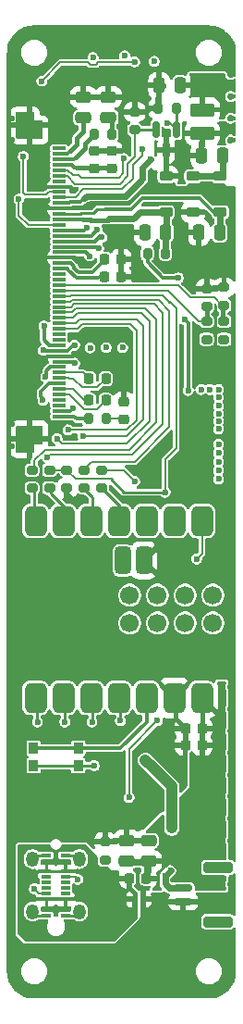
<source format=gbr>
%TF.GenerationSoftware,KiCad,Pcbnew,9.0.5*%
%TF.CreationDate,2025-11-24T11:18:26-05:00*%
%TF.ProjectId,everframe_board,65766572-6672-4616-9d65-5f626f617264,rev?*%
%TF.SameCoordinates,Original*%
%TF.FileFunction,Copper,L1,Top*%
%TF.FilePolarity,Positive*%
%FSLAX46Y46*%
G04 Gerber Fmt 4.6, Leading zero omitted, Abs format (unit mm)*
G04 Created by KiCad (PCBNEW 9.0.5) date 2025-11-24 11:18:26*
%MOMM*%
%LPD*%
G01*
G04 APERTURE LIST*
G04 Aperture macros list*
%AMRoundRect*
0 Rectangle with rounded corners*
0 $1 Rounding radius*
0 $2 $3 $4 $5 $6 $7 $8 $9 X,Y pos of 4 corners*
0 Add a 4 corners polygon primitive as box body*
4,1,4,$2,$3,$4,$5,$6,$7,$8,$9,$2,$3,0*
0 Add four circle primitives for the rounded corners*
1,1,$1+$1,$2,$3*
1,1,$1+$1,$4,$5*
1,1,$1+$1,$6,$7*
1,1,$1+$1,$8,$9*
0 Add four rect primitives between the rounded corners*
20,1,$1+$1,$2,$3,$4,$5,0*
20,1,$1+$1,$4,$5,$6,$7,0*
20,1,$1+$1,$6,$7,$8,$9,0*
20,1,$1+$1,$8,$9,$2,$3,0*%
%AMFreePoly0*
4,1,17,0.803536,1.603536,0.805000,1.600000,0.805000,-0.800000,0.803536,-0.803536,0.800000,-0.805000,-1.600000,-0.805000,-1.603536,-0.803536,-1.605000,-0.800000,-1.605000,0.800000,-1.603536,0.803536,-1.600000,0.805000,-0.805000,0.805000,-0.805000,1.600000,-0.803536,1.603536,-0.800000,1.605000,0.800000,1.605000,0.803536,1.603536,0.803536,1.603536,$1*%
%AMFreePoly1*
4,1,17,0.803536,1.603536,0.805000,1.600000,0.805000,0.805000,1.600000,0.805000,1.603536,0.803536,1.605000,0.800000,1.605000,-0.800000,1.603536,-0.803536,1.600000,-0.805000,-0.800000,-0.805000,-0.803536,-0.803536,-0.805000,-0.800000,-0.805000,1.600000,-0.803536,1.603536,-0.800000,1.605000,0.800000,1.605000,0.803536,1.603536,0.803536,1.603536,$1*%
G04 Aperture macros list end*
%TA.AperFunction,SMDPad,CuDef*%
%ADD10RoundRect,0.150000X0.700000X-0.150000X0.700000X0.150000X-0.700000X0.150000X-0.700000X-0.150000X0*%
%TD*%
%TA.AperFunction,SMDPad,CuDef*%
%ADD11RoundRect,0.250000X1.100000X-0.250000X1.100000X0.250000X-1.100000X0.250000X-1.100000X-0.250000X0*%
%TD*%
%TA.AperFunction,SMDPad,CuDef*%
%ADD12RoundRect,0.200000X-0.275000X0.200000X-0.275000X-0.200000X0.275000X-0.200000X0.275000X0.200000X0*%
%TD*%
%TA.AperFunction,SMDPad,CuDef*%
%ADD13R,0.900000X1.000000*%
%TD*%
%TA.AperFunction,SMDPad,CuDef*%
%ADD14RoundRect,0.218750X0.218750X0.256250X-0.218750X0.256250X-0.218750X-0.256250X0.218750X-0.256250X0*%
%TD*%
%TA.AperFunction,SMDPad,CuDef*%
%ADD15RoundRect,0.250000X0.475000X-0.250000X0.475000X0.250000X-0.475000X0.250000X-0.475000X-0.250000X0*%
%TD*%
%TA.AperFunction,SMDPad,CuDef*%
%ADD16RoundRect,0.200000X0.275000X-0.200000X0.275000X0.200000X-0.275000X0.200000X-0.275000X-0.200000X0*%
%TD*%
%TA.AperFunction,SMDPad,CuDef*%
%ADD17RoundRect,0.250000X-0.850000X0.375000X-0.850000X-0.375000X0.850000X-0.375000X0.850000X0.375000X0*%
%TD*%
%TA.AperFunction,SMDPad,CuDef*%
%ADD18RoundRect,0.225000X0.375000X-0.225000X0.375000X0.225000X-0.375000X0.225000X-0.375000X-0.225000X0*%
%TD*%
%TA.AperFunction,SMDPad,CuDef*%
%ADD19RoundRect,0.150000X-0.150000X0.587500X-0.150000X-0.587500X0.150000X-0.587500X0.150000X0.587500X0*%
%TD*%
%TA.AperFunction,SMDPad,CuDef*%
%ADD20RoundRect,0.225000X-0.375000X0.225000X-0.375000X-0.225000X0.375000X-0.225000X0.375000X0.225000X0*%
%TD*%
%TA.AperFunction,SMDPad,CuDef*%
%ADD21R,0.870000X0.300000*%
%TD*%
%TA.AperFunction,ComponentPad*%
%ADD22O,1.150000X1.400000*%
%TD*%
%TA.AperFunction,SMDPad,CuDef*%
%ADD23RoundRect,0.200000X-0.200000X-0.275000X0.200000X-0.275000X0.200000X0.275000X-0.200000X0.275000X0*%
%TD*%
%TA.AperFunction,SMDPad,CuDef*%
%ADD24RoundRect,0.225000X-0.225000X-0.250000X0.225000X-0.250000X0.225000X0.250000X-0.225000X0.250000X0*%
%TD*%
%TA.AperFunction,SMDPad,CuDef*%
%ADD25RoundRect,0.125000X-0.125000X-0.225000X0.125000X-0.225000X0.125000X0.225000X-0.125000X0.225000X0*%
%TD*%
%TA.AperFunction,SMDPad,CuDef*%
%ADD26R,1.200000X0.300000*%
%TD*%
%TA.AperFunction,SMDPad,CuDef*%
%ADD27FreePoly0,270.000000*%
%TD*%
%TA.AperFunction,SMDPad,CuDef*%
%ADD28FreePoly1,270.000000*%
%TD*%
%TA.AperFunction,SMDPad,CuDef*%
%ADD29RoundRect,0.250000X0.250000X0.475000X-0.250000X0.475000X-0.250000X-0.475000X0.250000X-0.475000X0*%
%TD*%
%TA.AperFunction,SMDPad,CuDef*%
%ADD30RoundRect,0.250000X-0.475000X0.250000X-0.475000X-0.250000X0.475000X-0.250000X0.475000X0.250000X0*%
%TD*%
%TA.AperFunction,SMDPad,CuDef*%
%ADD31RoundRect,0.225000X0.225000X0.250000X-0.225000X0.250000X-0.225000X-0.250000X0.225000X-0.250000X0*%
%TD*%
%TA.AperFunction,SMDPad,CuDef*%
%ADD32RoundRect,0.500000X-0.500000X0.875000X-0.500000X-0.875000X0.500000X-0.875000X0.500000X0.875000X0*%
%TD*%
%TA.AperFunction,ComponentPad*%
%ADD33RoundRect,0.375000X0.375000X-0.875000X0.375000X0.875000X-0.375000X0.875000X-0.375000X-0.875000X0*%
%TD*%
%TA.AperFunction,SMDPad,CuDef*%
%ADD34C,1.700000*%
%TD*%
%TA.AperFunction,SMDPad,CuDef*%
%ADD35RoundRect,0.225000X0.250000X-0.225000X0.250000X0.225000X-0.250000X0.225000X-0.250000X-0.225000X0*%
%TD*%
%TA.AperFunction,SMDPad,CuDef*%
%ADD36RoundRect,0.250000X-0.250000X-0.475000X0.250000X-0.475000X0.250000X0.475000X-0.250000X0.475000X0*%
%TD*%
%TA.AperFunction,ViaPad*%
%ADD37C,0.600000*%
%TD*%
%TA.AperFunction,Conductor*%
%ADD38C,0.200000*%
%TD*%
%TA.AperFunction,Conductor*%
%ADD39C,0.300000*%
%TD*%
%TA.AperFunction,Conductor*%
%ADD40C,0.400000*%
%TD*%
%TA.AperFunction,Conductor*%
%ADD41C,0.600000*%
%TD*%
%TA.AperFunction,Conductor*%
%ADD42C,0.250000*%
%TD*%
%TA.AperFunction,Conductor*%
%ADD43C,1.000000*%
%TD*%
G04 APERTURE END LIST*
D10*
%TO.P,J3,1,Pin_1*%
%TO.N,GND*%
X88650000Y-129625000D03*
%TO.P,J3,2,Pin_2*%
%TO.N,/esp32-s3/VBAT*%
X88650000Y-128375000D03*
D11*
%TO.P,J3,MP*%
%TO.N,N/C*%
X91850000Y-131475000D03*
X91850000Y-126525000D03*
%TD*%
D12*
%TO.P,R10,1*%
%TO.N,GND*%
X84212500Y-57412500D03*
%TO.P,R10,2*%
%TO.N,/epaper display (page 3)/RESEH*%
X84212500Y-59062500D03*
%TD*%
D13*
%TO.P,SW1,1,1*%
%TO.N,+3V3_ESP32*%
X74950000Y-115600000D03*
X79050000Y-115600000D03*
%TO.P,SW1,2,2*%
%TO.N,Net-(R21-Pad1)*%
X74950000Y-117200000D03*
X79050000Y-117200000D03*
%TD*%
D14*
%TO.P,FB1,1*%
%TO.N,+5V*%
X85287500Y-127500000D03*
%TO.P,FB1,2*%
%TO.N,+5V_USB*%
X83712500Y-127500000D03*
%TD*%
D15*
%TO.P,C19,1*%
%TO.N,Net-(C19-Pad1)*%
X81800000Y-57950000D03*
%TO.P,C19,2*%
%TO.N,GND*%
X81800000Y-56050000D03*
%TD*%
D16*
%TO.P,R3,1*%
%TO.N,+3.3V*%
X90800000Y-78225000D03*
%TO.P,R3,2*%
%TO.N,/epaper display (page 3)/BS1*%
X90800000Y-76575000D03*
%TD*%
D17*
%TO.P,L1,1,1*%
%TO.N,+3.3V*%
X90400000Y-57225000D03*
%TO.P,L1,2,2*%
%TO.N,Net-(D1-A)*%
X90400000Y-59375000D03*
%TD*%
D18*
%TO.P,D3,1,K*%
%TO.N,GND*%
X89549998Y-66600000D03*
%TO.P,D3,2,A*%
%TO.N,Net-(D2-K)*%
X89549998Y-63300000D03*
%TD*%
D19*
%TO.P,Q1,1,G*%
%TO.N,/epaper display (page 3)/GDRH*%
X88050000Y-59062500D03*
%TO.P,Q1,2,S*%
%TO.N,/epaper display (page 3)/RESEH*%
X86150000Y-59062500D03*
%TO.P,Q1,3,D*%
%TO.N,Net-(D1-A)*%
X87100000Y-60937500D03*
%TD*%
D20*
%TO.P,D2,1,K*%
%TO.N,Net-(D2-K)*%
X92049998Y-63300000D03*
%TO.P,D2,2,A*%
%TO.N,/epaper display (page 3)/VGL*%
X92049998Y-66600000D03*
%TD*%
D21*
%TO.P,J2,A1,GND_A*%
%TO.N,GND*%
X77865000Y-125400000D03*
%TO.P,J2,A4,VBUS_A*%
%TO.N,+5V_USB*%
X77865000Y-126900000D03*
%TO.P,J2,A5,CC1*%
%TO.N,Net-(J2-CC1)*%
X77865000Y-127400000D03*
%TO.P,J2,A6,DP1*%
%TO.N,unconnected-(J2-DP1-PadA6)*%
X77865000Y-127900000D03*
%TO.P,J2,A7,DN1*%
%TO.N,unconnected-(J2-DN1-PadA7)*%
X77865000Y-128400000D03*
%TO.P,J2,A8,SBU1*%
%TO.N,unconnected-(J2-SBU1-PadA8)*%
X77865000Y-128900000D03*
%TO.P,J2,A9,VBUS_A__1*%
%TO.N,+5V_USB*%
X77865000Y-129400000D03*
%TO.P,J2,A12,GND_A__1*%
%TO.N,GND*%
X77865000Y-130900000D03*
%TO.P,J2,B1,GND_B*%
X76135000Y-130900000D03*
%TO.P,J2,B4,VBUS_B*%
%TO.N,+5V_USB*%
X76135000Y-129400000D03*
%TO.P,J2,B5,CC2*%
%TO.N,Net-(J2-CC2)*%
X76135000Y-128900000D03*
%TO.P,J2,B6,DP2*%
%TO.N,unconnected-(J2-DP2-PadB6)*%
X76135000Y-128400000D03*
%TO.P,J2,B7,DN2*%
%TO.N,unconnected-(J2-DN2-PadB7)*%
X76135000Y-127900000D03*
%TO.P,J2,B8,SBU2*%
%TO.N,unconnected-(J2-SBU2-PadB8)*%
X76135000Y-127400000D03*
%TO.P,J2,B9,VBUS_B__1*%
%TO.N,+5V_USB*%
X76135000Y-126900000D03*
%TO.P,J2,B12,GND_B__1*%
%TO.N,GND*%
X76135000Y-125400000D03*
D22*
%TO.P,J2,SH1,SHIELD*%
X79150000Y-125750000D03*
%TO.P,J2,SH2,SHIELD__1*%
X79150000Y-130550000D03*
%TO.P,J2,SH3,SHIELD__2*%
X74850000Y-125750000D03*
%TO.P,J2,SH4,SHIELD__3*%
X74850000Y-130550000D03*
%TD*%
D23*
%TO.P,R5,1*%
%TO.N,/epaper display (page 3)/FPL_VCOM*%
X80475000Y-59500000D03*
%TO.P,R5,2*%
%TO.N,Net-(C19-Pad1)*%
X82125000Y-59500000D03*
%TD*%
D24*
%TO.P,C7,1*%
%TO.N,/epaper display (page 3)/REFN*%
X81425000Y-70900000D03*
%TO.P,C7,2*%
%TO.N,GND*%
X82975000Y-70900000D03*
%TD*%
D16*
%TO.P,R23,1*%
%TO.N,/esp32-s3/ESP32_CS*%
X74800000Y-91825000D03*
%TO.P,R23,2*%
%TO.N,/epaper display (page 3)/CS*%
X74800000Y-90175000D03*
%TD*%
D23*
%TO.P,R12,1*%
%TO.N,/epaper display (page 3)/VGH*%
X85374998Y-70350000D03*
%TO.P,R12,2*%
%TO.N,/epaper display (page 3)/VPH*%
X87024998Y-70350000D03*
%TD*%
%TO.P,R6,1*%
%TO.N,/epaper display (page 3)/VCOMBO*%
X79975000Y-85500000D03*
%TO.P,R6,2*%
%TO.N,Net-(C22-Pad1)*%
X81625000Y-85500000D03*
%TD*%
D25*
%TO.P,D5,1,K*%
%TO.N,+5V_USB*%
X84200000Y-129400000D03*
%TO.P,D5,2,A*%
%TO.N,GND*%
X85000000Y-129400000D03*
%TD*%
D23*
%TO.P,R11,1*%
%TO.N,GND*%
X86375000Y-57100000D03*
%TO.P,R11,2*%
%TO.N,/epaper display (page 3)/GDRH*%
X88025000Y-57100000D03*
%TD*%
D24*
%TO.P,C13,1*%
%TO.N,/epaper display (page 3)/CP2N*%
X80025000Y-81800000D03*
%TO.P,C13,2*%
%TO.N,/epaper display (page 3)/CP2P*%
X81575000Y-81800000D03*
%TD*%
D26*
%TO.P,J1,01,01*%
%TO.N,unconnected-(J1-Pad01)*%
X77282958Y-60756782D03*
%TO.P,J1,02,02*%
%TO.N,/epaper display (page 3)/TFT_VCOM*%
X77282958Y-61256782D03*
%TO.P,J1,03,03*%
%TO.N,/epaper display (page 3)/FPL_VCOM*%
X77282958Y-61756782D03*
%TO.P,J1,04,04*%
%TO.N,+3.3V*%
X77282958Y-62256782D03*
%TO.P,J1,05,05*%
%TO.N,/epaper display (page 3)/GDRH*%
X77282958Y-62756782D03*
%TO.P,J1,06,06*%
%TO.N,/epaper display (page 3)/RESEH*%
X77282958Y-63256782D03*
%TO.P,J1,07,07*%
%TO.N,unconnected-(J1-Pad07)*%
X77282958Y-63756782D03*
%TO.P,J1,08,08*%
%TO.N,GND*%
X77282958Y-64256782D03*
%TO.P,J1,09,09*%
%TO.N,/epaper display (page 3)/GDRC*%
X77282958Y-64756782D03*
%TO.P,J1,10,10*%
%TO.N,/epaper display (page 3)/RESEC*%
X77282958Y-65256782D03*
%TO.P,J1,11,11*%
%TO.N,/epaper display (page 3)/VPC*%
X77282958Y-65756782D03*
%TO.P,J1,12,12*%
%TO.N,GND*%
X77282958Y-66256782D03*
%TO.P,J1,13,13*%
%TO.N,/epaper display (page 3)/VGL*%
X77282958Y-66756782D03*
%TO.P,J1,14,14*%
%TO.N,/epaper display (page 3)/VPH*%
X77282958Y-67256782D03*
%TO.P,J1,15,15*%
%TO.N,/epaper display (page 3)/VSH*%
X77282958Y-67756782D03*
%TO.P,J1,16,16*%
%TO.N,/epaper display (page 3)/VSH_LV*%
X77282958Y-68256782D03*
%TO.P,J1,17,17*%
%TO.N,/epaper display (page 3)/VSH_LV2*%
X77282958Y-68756782D03*
%TO.P,J1,18,18*%
%TO.N,/epaper display (page 3)/VSL*%
X77282958Y-69256782D03*
%TO.P,J1,19,19*%
%TO.N,/epaper display (page 3)/VSL_LV*%
X77282958Y-69756782D03*
%TO.P,J1,20,20*%
%TO.N,/epaper display (page 3)/VSL_LV2*%
X77282958Y-70256782D03*
%TO.P,J1,21,21*%
%TO.N,GND*%
X77282958Y-70756782D03*
%TO.P,J1,22,22*%
%TO.N,/epaper display (page 3)/REFN*%
X77282958Y-71256782D03*
%TO.P,J1,23,23*%
%TO.N,/epaper display (page 3)/REFP*%
X77282958Y-71756782D03*
%TO.P,J1,24,24*%
%TO.N,unconnected-(J1-Pad24)*%
X77282958Y-72256782D03*
%TO.P,J1,25,25*%
%TO.N,unconnected-(J1-Pad25)*%
X77282958Y-72756782D03*
%TO.P,J1,26,26*%
%TO.N,/epaper display (page 3)/BS0*%
X77282958Y-73256782D03*
%TO.P,J1,27,27*%
%TO.N,/epaper display (page 3)/BS1*%
X77282958Y-73756782D03*
%TO.P,J1,28,28*%
%TO.N,/epaper display (page 3)/RST_N*%
X77282958Y-74256782D03*
%TO.P,J1,29,29*%
%TO.N,/epaper display (page 3)/BUSY_N*%
X77282958Y-74756782D03*
%TO.P,J1,30,30*%
%TO.N,/epaper display (page 3)/DC*%
X77282958Y-75256782D03*
%TO.P,J1,31,31*%
%TO.N,/epaper display (page 3)/CS*%
X77282958Y-75756782D03*
%TO.P,J1,32,32*%
%TO.N,/epaper display (page 3)/SCK*%
X77282958Y-76256782D03*
%TO.P,J1,33,33*%
%TO.N,/epaper display (page 3)/SI0*%
X77282958Y-76756782D03*
%TO.P,J1,34,34*%
%TO.N,/epaper display (page 3)/SI1*%
X77282958Y-77256782D03*
%TO.P,J1,35,35*%
%TO.N,/epaper display (page 3)/SI2*%
X77282958Y-77756782D03*
%TO.P,J1,36,36*%
%TO.N,/epaper display (page 3)/SI3*%
X77282958Y-78256782D03*
%TO.P,J1,37,37*%
%TO.N,/epaper display (page 3)/VDDO*%
X77282958Y-78756782D03*
%TO.P,J1,38,38*%
%TO.N,+3.3V*%
X77282958Y-79256782D03*
%TO.P,J1,39,39*%
%TO.N,GND*%
X77282958Y-79756782D03*
%TO.P,J1,40,40*%
%TO.N,+3.3V*%
X77282958Y-80256782D03*
%TO.P,J1,41,41*%
%TO.N,/epaper display (page 3)/VCP2*%
X77282958Y-80756782D03*
%TO.P,J1,42,42*%
%TO.N,/epaper display (page 3)/CP2N*%
X77282958Y-81256782D03*
%TO.P,J1,43,43*%
%TO.N,/epaper display (page 3)/CP2P*%
X77282958Y-81756782D03*
%TO.P,J1,44,44*%
%TO.N,/epaper display (page 3)/VCP1*%
X77282958Y-82256782D03*
%TO.P,J1,45,45*%
%TO.N,/epaper display (page 3)/CP1N*%
X77282958Y-82756782D03*
%TO.P,J1,46,46*%
%TO.N,/epaper display (page 3)/CP1P*%
X77282958Y-83256782D03*
%TO.P,J1,47,47*%
%TO.N,unconnected-(J1-Pad47)*%
X77282958Y-83756782D03*
%TO.P,J1,48,48*%
%TO.N,unconnected-(J1-Pad48)*%
X77282958Y-84256782D03*
%TO.P,J1,49,49*%
%TO.N,/epaper display (page 3)/VGH*%
X77282958Y-84756782D03*
%TO.P,J1,50,50*%
%TO.N,/epaper display (page 3)/VCOMBO*%
X77282958Y-85256782D03*
D27*
%TO.P,J1,S1,SHIELD*%
%TO.N,GND*%
X74182958Y-59056782D03*
D28*
%TO.P,J1,S2,SHIELD__1*%
X74182958Y-86956782D03*
%TD*%
D29*
%TO.P,C28,1*%
%TO.N,Net-(D2-K)*%
X92250000Y-61400000D03*
%TO.P,C28,2*%
%TO.N,Net-(D1-A)*%
X90350000Y-61400000D03*
%TD*%
D16*
%TO.P,R4,1*%
%TO.N,/epaper display (page 3)/BS1*%
X90800000Y-75225000D03*
%TO.P,R4,2*%
%TO.N,GND*%
X90800000Y-73575000D03*
%TD*%
D18*
%TO.P,D1,1,K*%
%TO.N,/epaper display (page 3)/VPH*%
X87099998Y-66600000D03*
%TO.P,D1,2,A*%
%TO.N,Net-(D1-A)*%
X87099998Y-63300000D03*
%TD*%
D30*
%TO.P,C31,1*%
%TO.N,GND*%
X85500000Y-124050000D03*
%TO.P,C31,2*%
%TO.N,+5V*%
X85500000Y-125950000D03*
%TD*%
D24*
%TO.P,C14,1*%
%TO.N,/epaper display (page 3)/CP1N*%
X80025000Y-83800000D03*
%TO.P,C14,2*%
%TO.N,/epaper display (page 3)/CP1P*%
X81575000Y-83800000D03*
%TD*%
D16*
%TO.P,R24,1*%
%TO.N,/esp32-s3/ESP32_RST_N*%
X76400000Y-91825000D03*
%TO.P,R24,2*%
%TO.N,/epaper display (page 3)/RST_N*%
X76400000Y-90175000D03*
%TD*%
D31*
%TO.P,C33,1*%
%TO.N,+5V*%
X90400000Y-113800000D03*
%TO.P,C33,2*%
%TO.N,GND*%
X88850000Y-113800000D03*
%TD*%
D30*
%TO.P,C32,1*%
%TO.N,GND*%
X83500000Y-124050000D03*
%TO.P,C32,2*%
%TO.N,+5V*%
X83500000Y-125950000D03*
%TD*%
D32*
%TO.P,U1,1,GPIO1_A0_D0*%
%TO.N,Net-(U1-GPIO1_A0_D0)*%
X90370000Y-94835000D03*
%TO.P,U1,2,GPIO2_A1_D1*%
%TO.N,unconnected-(U1-GPIO2_A1_D1-Pad2)*%
X87830000Y-94835000D03*
%TO.P,U1,3,GPIO3_A2_D2*%
%TO.N,unconnected-(U1-GPIO3_A2_D2-Pad3)*%
X85290000Y-94835000D03*
%TO.P,U1,4,GPIO4_A3_D3*%
%TO.N,/esp32-s3/ESP32_DISP_PWR_EN*%
X82750000Y-94835000D03*
%TO.P,U1,5,GPIO5_A4_D4_SDA*%
%TO.N,/esp32-s3/ESP32_BUSY_N*%
X80210000Y-94835000D03*
%TO.P,U1,6,GPIO6_A5_D5_SCL*%
%TO.N,/esp32-s3/ESP32_RST_N*%
X77670000Y-94835000D03*
%TO.P,U1,7,GPIO43_A6_D6_TX*%
%TO.N,/esp32-s3/ESP32_CS*%
X75130000Y-94835000D03*
%TO.P,U1,8,GPIO44_D7_RX*%
%TO.N,/esp32-s3/ESP32_DC*%
X75130000Y-111000000D03*
%TO.P,U1,9,GPIO7_A8_D8_SCK*%
%TO.N,/esp32-s3/ESP32_SCK*%
X77670000Y-111000000D03*
%TO.P,U1,10,GPIO8_A9_D9_MISO*%
%TO.N,/esp32-s3/ESP32_MISO*%
X80210000Y-111000000D03*
%TO.P,U1,11,GPIO9_A10_D10_MOSI*%
%TO.N,/esp32-s3/ESP32_MOSI*%
X82750000Y-111000000D03*
%TO.P,U1,12,3V3*%
%TO.N,+3V3_ESP32*%
X85290000Y-111000000D03*
%TO.P,U1,13,GND*%
%TO.N,GND*%
X87830000Y-111000000D03*
%TO.P,U1,14,5V*%
%TO.N,+5V*%
X90370000Y-111000000D03*
D33*
%TO.P,U1,15,BAT*%
%TO.N,/esp32-s3/VBAT*%
X83132000Y-98445000D03*
%TO.P,U1,16,GND*%
%TO.N,GND*%
X85037000Y-98445000D03*
D34*
%TO.P,U1,17,MTDI*%
%TO.N,unconnected-(U1-MTDI-Pad17)*%
X91382000Y-101620000D03*
%TO.P,U1,18,MTDO*%
%TO.N,unconnected-(U1-MTDO-Pad18)*%
X91382000Y-104160000D03*
%TO.P,U1,19,CHIP_EN*%
%TO.N,unconnected-(U1-CHIP_EN-Pad19)*%
X88842000Y-101620000D03*
%TO.P,U1,20,GND*%
%TO.N,unconnected-(U1-GND-Pad20)*%
X88842000Y-104160000D03*
%TO.P,U1,21,MTMS*%
%TO.N,unconnected-(U1-MTMS-Pad21)*%
X86302000Y-101620000D03*
%TO.P,U1,22,MTCK*%
%TO.N,unconnected-(U1-MTCK-Pad22)*%
X86302000Y-104160000D03*
%TO.P,U1,23,USB_DN*%
%TO.N,unconnected-(U1-USB_DN-Pad23)*%
X83762000Y-101620000D03*
%TO.P,U1,24,USB_DP*%
%TO.N,unconnected-(U1-USB_DP-Pad24)*%
X83762000Y-104160000D03*
%TD*%
D16*
%TO.P,R16,1*%
%TO.N,Net-(J2-CC1)*%
X81500000Y-125825000D03*
%TO.P,R16,2*%
%TO.N,GND*%
X81500000Y-124175000D03*
%TD*%
D35*
%TO.P,C20,1*%
%TO.N,+3.3V*%
X82100000Y-62575000D03*
%TO.P,C20,2*%
%TO.N,GND*%
X82100000Y-61025000D03*
%TD*%
D36*
%TO.P,C27,1*%
%TO.N,GND*%
X90099998Y-68450000D03*
%TO.P,C27,2*%
%TO.N,/epaper display (page 3)/VGL*%
X91999998Y-68450000D03*
%TD*%
D24*
%TO.P,C8,1*%
%TO.N,/epaper display (page 3)/REFP*%
X81425000Y-72500000D03*
%TO.P,C8,2*%
%TO.N,GND*%
X82975000Y-72500000D03*
%TD*%
D16*
%TO.P,R26,1*%
%TO.N,/esp32-s3/ESP32_DISP_PWR_EN*%
X81200000Y-91825000D03*
%TO.P,R26,2*%
%TO.N,/epaper display (page 3)/DISP_PWR_EN*%
X81200000Y-90175000D03*
%TD*%
D12*
%TO.P,R20,1*%
%TO.N,/epaper display (page 3)/RST_N*%
X78000000Y-90175000D03*
%TO.P,R20,2*%
%TO.N,GND*%
X78000000Y-91825000D03*
%TD*%
D16*
%TO.P,R1,1*%
%TO.N,+3.3V*%
X92400000Y-78225000D03*
%TO.P,R1,2*%
%TO.N,/epaper display (page 3)/BS0*%
X92400000Y-76575000D03*
%TD*%
D36*
%TO.P,C25,1*%
%TO.N,GND*%
X86450000Y-55000000D03*
%TO.P,C25,2*%
%TO.N,+3.3V*%
X88350000Y-55000000D03*
%TD*%
D31*
%TO.P,C34,1*%
%TO.N,+5V*%
X90400000Y-115324000D03*
%TO.P,C34,2*%
%TO.N,GND*%
X88850000Y-115324000D03*
%TD*%
D16*
%TO.P,R25,1*%
%TO.N,/esp32-s3/ESP32_BUSY_N*%
X79600000Y-91825000D03*
%TO.P,R25,2*%
%TO.N,/epaper display (page 3)/BUSY_N*%
X79600000Y-90175000D03*
%TD*%
%TO.P,R2,1*%
%TO.N,/epaper display (page 3)/BS0*%
X92400000Y-75125000D03*
%TO.P,R2,2*%
%TO.N,GND*%
X92400000Y-73475000D03*
%TD*%
D35*
%TO.P,C21,1*%
%TO.N,+3.3V*%
X80500000Y-62575000D03*
%TO.P,C21,2*%
%TO.N,GND*%
X80500000Y-61025000D03*
%TD*%
%TO.P,C22,1*%
%TO.N,Net-(C22-Pad1)*%
X83200000Y-85525000D03*
%TO.P,C22,2*%
%TO.N,GND*%
X83200000Y-83975000D03*
%TD*%
D15*
%TO.P,C18,1*%
%TO.N,/epaper display (page 3)/TFT_VCOM*%
X79500000Y-57950000D03*
%TO.P,C18,2*%
%TO.N,GND*%
X79500000Y-56050000D03*
%TD*%
D36*
%TO.P,C26,1*%
%TO.N,GND*%
X85149998Y-68450000D03*
%TO.P,C26,2*%
%TO.N,/epaper display (page 3)/VPH*%
X87049998Y-68450000D03*
%TD*%
D37*
%TO.N,+3.3V*%
X90400000Y-55700000D03*
X91900000Y-83500000D03*
X80125000Y-79000000D03*
X78704804Y-78744319D03*
X92300000Y-78175000D03*
X91900000Y-86400000D03*
X88300000Y-55000000D03*
X91100000Y-82800000D03*
X78700000Y-80400000D03*
X90300000Y-82800000D03*
X81600000Y-78975000D03*
X80400000Y-52450000D03*
X90800000Y-78200000D03*
X83100000Y-78975000D03*
X91900000Y-85000000D03*
X91900000Y-85700000D03*
X91900000Y-82800000D03*
X83300000Y-52300000D03*
X75839917Y-79229867D03*
X80550000Y-62475000D03*
X86000000Y-52800000D03*
X91900000Y-84300000D03*
X82050000Y-62475000D03*
%TO.N,+5V*%
X91900000Y-89400000D03*
X91900000Y-87800000D03*
X91900000Y-91000000D03*
X91900000Y-88600000D03*
X83500000Y-126000000D03*
X85500000Y-126000000D03*
X91900000Y-90200000D03*
X91700000Y-115325000D03*
X85300000Y-127500000D03*
X91700000Y-114550000D03*
X90400000Y-112000000D03*
X91700000Y-113000000D03*
X91700000Y-113775000D03*
X91700000Y-116100000D03*
%TO.N,+5V_USB*%
X79519392Y-126886368D03*
X83100000Y-129400000D03*
X79100000Y-129000000D03*
X74896025Y-127673597D03*
X74700000Y-129200000D03*
X83700000Y-127500000D03*
%TO.N,/epaper display (page 3)/SCK*%
X77100000Y-87302688D03*
%TO.N,/epaper display (page 3)/GDRC*%
X75700000Y-54600000D03*
X84200000Y-52854174D03*
X74000000Y-61500000D03*
%TO.N,Net-(J2-CC2)*%
X75015136Y-128464682D03*
%TO.N,Net-(J2-CC1)*%
X81500000Y-125825000D03*
X79000000Y-127600000D03*
%TO.N,/epaper display (page 3)/DISP_PWR_EN*%
X84200000Y-91200000D03*
%TO.N,/esp32-s3/ESP32_MOSI*%
X82900000Y-113100000D03*
%TO.N,/esp32-s3/ESP32_MISO*%
X80300000Y-113200000D03*
%TO.N,/esp32-s3/ESP32_SCK*%
X77800000Y-113200000D03*
%TO.N,Net-(R21-Pad1)*%
X80500000Y-117200000D03*
%TO.N,/epaper display (page 3)/RESEC*%
X84900000Y-60800000D03*
%TO.N,/epaper display (page 3)/DC*%
X76200000Y-89000000D03*
%TO.N,/epaper display (page 3)/VSL_LV2*%
X80100000Y-70600000D03*
%TO.N,/epaper display (page 3)/VCP2*%
X76058068Y-81644928D03*
%TO.N,/esp32-s3/ESP32_DC*%
X75300000Y-113200000D03*
%TO.N,/epaper display (page 3)/VCP1*%
X75800000Y-83800000D03*
%TO.N,GND*%
X85500000Y-124100000D03*
X93000000Y-80000000D03*
X75200000Y-81000000D03*
X73000000Y-134000000D03*
X93000000Y-104000000D03*
X93000000Y-90000000D03*
X79000000Y-50000000D03*
X77000000Y-138000000D03*
X73000000Y-60000000D03*
X88650000Y-129625000D03*
X73000000Y-90000000D03*
X73000000Y-116000000D03*
X80116487Y-65920238D03*
X93000000Y-52000000D03*
X87000000Y-138000000D03*
X93000000Y-82000000D03*
X93000000Y-120000000D03*
X81700000Y-80500000D03*
X88700000Y-84500000D03*
X75100000Y-72600000D03*
X93000000Y-128000000D03*
X93000000Y-118000000D03*
X73000000Y-66000000D03*
X73000000Y-118000000D03*
X73000000Y-88000000D03*
X86820000Y-55100000D03*
X93000000Y-88000000D03*
X81000000Y-50000000D03*
X93000000Y-92000000D03*
X73000000Y-84000000D03*
X76009561Y-63668514D03*
X75100000Y-66600000D03*
X93000000Y-122000000D03*
X89500000Y-88600000D03*
X75100000Y-68600000D03*
X81600000Y-77400000D03*
X81000000Y-138000000D03*
X93000000Y-70000000D03*
X93000000Y-98000000D03*
X93000000Y-124000000D03*
X73000000Y-80000000D03*
X75981441Y-65798419D03*
X78484952Y-64550000D03*
X93000000Y-130000000D03*
X87000000Y-50000000D03*
X93000000Y-133000000D03*
X89000000Y-138000000D03*
X93000000Y-94000000D03*
X93000000Y-110000000D03*
X80400000Y-54400000D03*
X73000000Y-132000000D03*
X93000000Y-65000000D03*
X93000000Y-135000000D03*
X75200000Y-78000000D03*
X83100000Y-77400000D03*
X81500000Y-124200000D03*
X90100000Y-68500000D03*
X73000000Y-112000000D03*
X73000000Y-128000000D03*
X73000000Y-130000000D03*
X74600000Y-57800000D03*
X73000000Y-124000000D03*
X73000000Y-54000000D03*
X73000000Y-78000000D03*
X93000000Y-108000000D03*
X93000000Y-102000000D03*
X73000000Y-58000000D03*
X90800000Y-73575000D03*
X83200000Y-83975000D03*
X73000000Y-106000000D03*
X93000000Y-106000000D03*
X83000000Y-50000000D03*
X83000000Y-138000000D03*
X85149997Y-68449998D03*
X86000000Y-129400000D03*
X78682046Y-79594017D03*
X75000000Y-50000000D03*
X87025000Y-88000000D03*
X73000000Y-76000000D03*
X73000000Y-110000000D03*
X73000000Y-102000000D03*
X73000000Y-86000000D03*
X75102136Y-122194199D03*
X73000000Y-114000000D03*
X93000000Y-100000000D03*
X93000000Y-116000000D03*
X75100000Y-70600000D03*
X73000000Y-94000000D03*
X76048699Y-80017385D03*
X73000000Y-64000000D03*
X73000000Y-70000000D03*
X93000000Y-114000000D03*
X83000000Y-71000000D03*
X88700000Y-90500000D03*
X93000000Y-72000000D03*
X83500000Y-124100000D03*
X73000000Y-62000000D03*
X93000000Y-96000000D03*
X73000000Y-120000000D03*
X75100000Y-74600000D03*
X81800000Y-56050000D03*
X91000000Y-138000000D03*
X93000000Y-54000000D03*
X82200000Y-117600000D03*
X89000000Y-50000000D03*
X73000000Y-108000000D03*
X79000000Y-138000000D03*
X73000000Y-72000000D03*
X82975000Y-72500000D03*
X93000000Y-86000000D03*
X73000000Y-98000000D03*
X93000000Y-68000000D03*
X73000000Y-56000000D03*
X75000000Y-138000000D03*
X88000000Y-112000000D03*
X73000000Y-74000000D03*
X73000000Y-104000000D03*
X79500000Y-56000000D03*
X73000000Y-92000000D03*
X89549998Y-66600000D03*
X85000000Y-50000000D03*
X93000000Y-112000000D03*
X93000000Y-60000000D03*
X83400000Y-60900000D03*
X79377473Y-71420357D03*
X80550000Y-60925000D03*
X85000000Y-138000000D03*
X73000000Y-122000000D03*
X93000000Y-56000000D03*
X74600000Y-88100000D03*
X93000000Y-58000000D03*
X73000000Y-126000000D03*
X73000000Y-100000000D03*
X77000000Y-50000000D03*
X73000000Y-68000000D03*
X73000000Y-82000000D03*
X75200000Y-82500000D03*
X78750000Y-93000000D03*
X91000000Y-50000000D03*
X73000000Y-96000000D03*
X93000000Y-84000000D03*
X73000000Y-136000000D03*
X80100000Y-77400000D03*
X73000000Y-52000000D03*
%TO.N,/epaper display (page 3)/VSL_LV*%
X80900000Y-69900000D03*
%TO.N,/epaper display (page 3)/VSH*%
X73600000Y-65400000D03*
%TO.N,/epaper display (page 3)/VGH*%
X88200000Y-72600000D03*
X89100000Y-82900000D03*
X78600000Y-84500000D03*
X88800000Y-76400000D03*
%TO.N,/epaper display (page 3)/VPC*%
X85684236Y-61784648D03*
%TO.N,/epaper display (page 3)/RST_N*%
X87000000Y-92200000D03*
%TO.N,/epaper display (page 3)/GDRH*%
X87221625Y-58487825D03*
X83200000Y-61700000D03*
%TO.N,/epaper display (page 3)/VDDO*%
X75900000Y-77000000D03*
%TO.N,/epaper display (page 3)/VSL*%
X81200000Y-68900000D03*
%TO.N,/epaper display (page 3)/SI0*%
X79474193Y-87068481D03*
%TO.N,/epaper display (page 3)/VSH_LV2*%
X80800000Y-68200000D03*
%TO.N,/epaper display (page 3)/VSH_LV*%
X79819813Y-67976595D03*
%TO.N,/epaper display (page 3)/SI1*%
X78100000Y-86503132D03*
%TO.N,/esp32-s3/VBAT*%
X87500000Y-126800000D03*
X85200000Y-116700000D03*
X86986139Y-127303171D03*
X85900000Y-117400000D03*
X87600001Y-122899999D03*
X87600001Y-121900000D03*
%TO.N,Net-(U1-GPIO1_A0_D0)*%
X86300000Y-113100000D03*
X89900000Y-98300000D03*
X83700000Y-120100000D03*
%TD*%
D38*
%TO.N,/epaper display (page 3)/CS*%
X77282958Y-75756782D02*
X78477532Y-75756782D01*
X78834314Y-75400000D02*
X85200000Y-75400000D01*
X85200000Y-75400000D02*
X86200000Y-76400000D01*
X78477532Y-75756782D02*
X78834314Y-75400000D01*
X86200000Y-76400000D02*
X86200000Y-85800000D01*
X86200000Y-85800000D02*
X83700000Y-88300000D01*
X83700000Y-88300000D02*
X76000000Y-88300000D01*
X76000000Y-88300000D02*
X75000000Y-89300000D01*
X75000000Y-89300000D02*
X75000000Y-90175000D01*
%TO.N,/epaper display (page 3)/DC*%
X77282958Y-75256782D02*
X78411846Y-75256782D01*
X84000000Y-88800000D02*
X76400000Y-88800000D01*
X78668630Y-75000000D02*
X86000000Y-75000000D01*
X86000000Y-75000000D02*
X86800000Y-75800000D01*
X78411846Y-75256782D02*
X78668630Y-75000000D01*
X86800000Y-75800000D02*
X86800000Y-86000000D01*
X86800000Y-86000000D02*
X84000000Y-88800000D01*
X76400000Y-88800000D02*
X76200000Y-89000000D01*
%TO.N,/epaper display (page 3)/SCK*%
X77572309Y-87774997D02*
X77100000Y-87302688D01*
X77282958Y-76256782D02*
X78543218Y-76256782D01*
X85550000Y-76550000D02*
X85550000Y-85684314D01*
X84800000Y-75800000D02*
X85550000Y-76550000D01*
X78543218Y-76256782D02*
X79000000Y-75800000D01*
X85550000Y-85684314D02*
X83459317Y-87774997D01*
X79000000Y-75800000D02*
X84800000Y-75800000D01*
X83459317Y-87774997D02*
X77572309Y-87774997D01*
%TO.N,/epaper display (page 3)/SI1*%
X83800000Y-76800000D02*
X84400000Y-77400000D01*
X84400000Y-85605889D02*
X83502757Y-86503132D01*
X83502757Y-86503132D02*
X78100000Y-86503132D01*
X84400000Y-77400000D02*
X84400000Y-85605889D01*
X78943218Y-77256782D02*
X79400000Y-76800000D01*
X77282958Y-77256782D02*
X78943218Y-77256782D01*
X79400000Y-76800000D02*
X83800000Y-76800000D01*
D39*
%TO.N,+3.3V*%
X78029331Y-79256782D02*
X78541794Y-78744319D01*
X78900000Y-62475000D02*
X78675000Y-62475000D01*
X78675000Y-62475000D02*
X78456782Y-62256782D01*
X78456782Y-80256782D02*
X78600000Y-80400000D01*
X77282958Y-80256782D02*
X78456782Y-80256782D01*
D38*
X88300000Y-55000000D02*
X89700000Y-55000000D01*
X88350000Y-55000000D02*
X88300000Y-55000000D01*
D39*
X75866832Y-79256782D02*
X75839917Y-79229867D01*
X77282958Y-79256782D02*
X75866832Y-79256782D01*
X78456782Y-62256782D02*
X77282958Y-62256782D01*
X78541794Y-78744319D02*
X78704804Y-78744319D01*
D38*
X90400000Y-57225000D02*
X90400000Y-55700000D01*
D39*
X77282958Y-79256782D02*
X78029331Y-79256782D01*
D38*
X89700000Y-55000000D02*
X90400000Y-55700000D01*
D39*
X78600000Y-80400000D02*
X78700000Y-80400000D01*
D40*
X80550000Y-62475000D02*
X82050000Y-62475000D01*
X78900000Y-62475000D02*
X80550000Y-62475000D01*
%TO.N,Net-(C19-Pad1)*%
X82125000Y-58275000D02*
X81800000Y-57950000D01*
X82125000Y-59500000D02*
X82125000Y-58275000D01*
D38*
%TO.N,Net-(C22-Pad1)*%
X83175000Y-85500000D02*
X83200000Y-85525000D01*
X81625000Y-85500000D02*
X83175000Y-85500000D01*
D40*
%TO.N,+5V*%
X90400000Y-113800000D02*
X90400000Y-112000000D01*
D41*
X85300000Y-126200000D02*
X85500000Y-126000000D01*
X85300000Y-127500000D02*
X85300000Y-126200000D01*
X90400000Y-110970000D02*
X90370000Y-111000000D01*
X85500000Y-126000000D02*
X83500000Y-126000000D01*
D40*
X90400000Y-112000000D02*
X90400000Y-111183250D01*
X90400000Y-111183250D02*
X90500750Y-111082500D01*
X90400000Y-115324000D02*
X90400000Y-113800000D01*
D39*
%TO.N,+5V_USB*%
X75200000Y-127097019D02*
X75406661Y-126890358D01*
D40*
X83712500Y-128412500D02*
X83712500Y-127500000D01*
D39*
X78708642Y-129391358D02*
X79100000Y-129000000D01*
D40*
X84200000Y-129400000D02*
X83100000Y-129400000D01*
X84200000Y-128900000D02*
X83712500Y-128412500D01*
X84200000Y-129400000D02*
X84200000Y-128900000D01*
D39*
X76192661Y-129391358D02*
X74891358Y-129391358D01*
X75200000Y-127369622D02*
X75200000Y-127097019D01*
X77922661Y-126891358D02*
X79514402Y-126891358D01*
X79514402Y-126891358D02*
X79519392Y-126886368D01*
X74891358Y-129391358D02*
X74700000Y-129200000D01*
X75406661Y-126890358D02*
X76192661Y-126890358D01*
X74896025Y-127673597D02*
X75200000Y-127369622D01*
X77922661Y-129391358D02*
X78708642Y-129391358D01*
D38*
%TO.N,/epaper display (page 3)/GDRC*%
X77400000Y-52900000D02*
X79930761Y-52900000D01*
X84200000Y-52900000D02*
X84200000Y-52854174D01*
X80869239Y-52900000D02*
X84200000Y-52900000D01*
X79930761Y-52900000D02*
X80130761Y-53100000D01*
X74175000Y-64975000D02*
X74000000Y-64800000D01*
X76125000Y-64975000D02*
X74175000Y-64975000D01*
X76343218Y-64756782D02*
X76125000Y-64975000D01*
X75700000Y-54600000D02*
X77400000Y-52900000D01*
X80130761Y-53100000D02*
X80669239Y-53100000D01*
X77282958Y-64756782D02*
X76343218Y-64756782D01*
X80669239Y-53100000D02*
X80869239Y-52900000D01*
X74000000Y-64800000D02*
X74000000Y-61500000D01*
%TO.N,Net-(J2-CC2)*%
X76192661Y-128891358D02*
X75441812Y-128891358D01*
X75441812Y-128891358D02*
X75015136Y-128464682D01*
%TO.N,Net-(J2-CC1)*%
X77922661Y-127391358D02*
X78791358Y-127391358D01*
X78791358Y-127391358D02*
X79000000Y-127600000D01*
%TO.N,/epaper display (page 3)/DISP_PWR_EN*%
X83175000Y-90175000D02*
X84200000Y-91200000D01*
X81000000Y-90175000D02*
X83175000Y-90175000D01*
D42*
%TO.N,/esp32-s3/ESP32_MOSI*%
X82880750Y-113080750D02*
X82900000Y-113100000D01*
X82880750Y-111082500D02*
X82880750Y-113080750D01*
%TO.N,/esp32-s3/ESP32_MISO*%
X80340750Y-111082500D02*
X80340750Y-113159250D01*
X80340750Y-113159250D02*
X80300000Y-113200000D01*
%TO.N,/esp32-s3/ESP32_SCK*%
X77800750Y-111082500D02*
X77800750Y-113199250D01*
X77800750Y-113199250D02*
X77800000Y-113200000D01*
%TO.N,Net-(R21-Pad1)*%
X79050000Y-117200000D02*
X80500000Y-117200000D01*
X74950000Y-117200000D02*
X79050000Y-117200000D01*
D39*
%TO.N,+3V3_ESP32*%
X74950000Y-115600000D02*
X79050000Y-115600000D01*
X82900000Y-115600000D02*
X79050000Y-115600000D01*
X85290000Y-113210000D02*
X82900000Y-115600000D01*
X85290000Y-111000000D02*
X85290000Y-113210000D01*
D38*
%TO.N,/epaper display (page 3)/RESEC*%
X78082958Y-65256782D02*
X78139740Y-65200000D01*
X84900000Y-61415795D02*
X84900000Y-60800000D01*
X84080000Y-62235795D02*
X84900000Y-61415795D01*
X84080000Y-63490000D02*
X84080000Y-62235795D01*
X83070000Y-64500000D02*
X84080000Y-63490000D01*
X78800000Y-65200000D02*
X79500000Y-64500000D01*
X77282958Y-65256782D02*
X78082958Y-65256782D01*
X79500000Y-64500000D02*
X83070000Y-64500000D01*
X78139740Y-65200000D02*
X78800000Y-65200000D01*
D39*
%TO.N,/epaper display (page 3)/REFN*%
X80304643Y-72120357D02*
X81425000Y-71000000D01*
X79087523Y-72120357D02*
X80304643Y-72120357D01*
X78677473Y-71710307D02*
X79087523Y-72120357D01*
X77282958Y-71256782D02*
X78371613Y-71256782D01*
X78371613Y-71256782D02*
X78677473Y-71562642D01*
X78677473Y-71562642D02*
X78677473Y-71710307D01*
D38*
%TO.N,/epaper display (page 3)/CP1P*%
X77282958Y-83256782D02*
X78256672Y-83256782D01*
X80799000Y-84576000D02*
X81575000Y-83800000D01*
X79575890Y-84576000D02*
X80799000Y-84576000D01*
X78256672Y-83256782D02*
X79575890Y-84576000D01*
D41*
%TO.N,/epaper display (page 3)/VPH*%
X84700000Y-66600000D02*
X84100000Y-67200000D01*
X87049998Y-68450000D02*
X87049998Y-70325000D01*
D40*
X80160661Y-67256782D02*
X79453169Y-67256782D01*
D41*
X84100000Y-67200000D02*
X81900000Y-67200000D01*
X87099998Y-68400000D02*
X87049998Y-68450000D01*
D40*
X80203879Y-67300000D02*
X80160661Y-67256782D01*
D39*
X77282958Y-67256782D02*
X79453169Y-67256782D01*
D40*
X81900000Y-67200000D02*
X81800000Y-67300000D01*
D41*
X87049998Y-70325000D02*
X87024998Y-70350000D01*
D40*
X81800000Y-67300000D02*
X80203879Y-67300000D01*
D41*
X87099998Y-66600000D02*
X84700000Y-66600000D01*
X87099998Y-66600000D02*
X87099998Y-68400000D01*
D38*
%TO.N,/epaper display (page 3)/BUSY_N*%
X87400000Y-75600000D02*
X87400000Y-86200000D01*
X84200000Y-89400000D02*
X80275000Y-89400000D01*
X78346161Y-74756782D02*
X78502943Y-74600000D01*
X77282958Y-74756782D02*
X78346161Y-74756782D01*
X78502943Y-74600000D02*
X86400000Y-74600000D01*
X80275000Y-89400000D02*
X79500000Y-90175000D01*
X87400000Y-86200000D02*
X84200000Y-89400000D01*
X86400000Y-74600000D02*
X87400000Y-75600000D01*
%TO.N,/epaper display (page 3)/CP1N*%
X79611076Y-83800000D02*
X80025000Y-83800000D01*
X78567858Y-82756782D02*
X79611076Y-83800000D01*
X77282958Y-82756782D02*
X78567858Y-82756782D01*
D40*
%TO.N,/epaper display (page 3)/TFT_VCOM*%
X78300000Y-61000000D02*
X78900000Y-60400000D01*
D39*
X78300000Y-61000000D02*
X78043218Y-61256782D01*
X78043218Y-61256782D02*
X77282958Y-61256782D01*
D40*
X78900000Y-60400000D02*
X78900000Y-59800000D01*
X78900000Y-59800000D02*
X79500000Y-59200000D01*
X79500000Y-59200000D02*
X79500000Y-57950000D01*
%TO.N,/epaper display (page 3)/FPL_VCOM*%
X78800000Y-61600000D02*
X79674000Y-60726000D01*
D39*
X78643218Y-61756782D02*
X78800000Y-61600000D01*
D40*
X79674000Y-60726000D02*
X79674000Y-60301000D01*
D39*
X77282958Y-61756782D02*
X78643218Y-61756782D01*
D40*
X79674000Y-60301000D02*
X80475000Y-59500000D01*
D39*
%TO.N,/epaper display (page 3)/VSL_LV2*%
X79756782Y-70256782D02*
X80100000Y-70600000D01*
X77282958Y-70256782D02*
X79756782Y-70256782D01*
%TO.N,/epaper display (page 3)/VCP2*%
X77282958Y-80756782D02*
X76443218Y-80756782D01*
X76443218Y-80756782D02*
X76100000Y-81100000D01*
X76100000Y-81602996D02*
X76058068Y-81644928D01*
X76100000Y-81100000D02*
X76100000Y-81602996D01*
D38*
%TO.N,/epaper display (page 3)/BS0*%
X77282958Y-73256782D02*
X77302176Y-73276000D01*
X77958314Y-73276000D02*
X88176000Y-73276000D01*
X91500000Y-74400000D02*
X92300000Y-75200000D01*
X89300000Y-74400000D02*
X91500000Y-74400000D01*
X77302176Y-73276000D02*
X77958314Y-73276000D01*
X88176000Y-73276000D02*
X89300000Y-74400000D01*
D40*
X92300000Y-75200000D02*
X92300000Y-76550000D01*
D39*
%TO.N,/epaper display (page 3)/REFP*%
X80975000Y-72500000D02*
X81425000Y-72500000D01*
X78177473Y-71917413D02*
X78880417Y-72620357D01*
X80854643Y-72620357D02*
X80975000Y-72500000D01*
X78880417Y-72620357D02*
X80854643Y-72620357D01*
X78177473Y-71877473D02*
X78177473Y-71917413D01*
X78056782Y-71756782D02*
X78177473Y-71877473D01*
X77282958Y-71756782D02*
X78056782Y-71756782D01*
D42*
%TO.N,/esp32-s3/ESP32_DC*%
X75260750Y-111082500D02*
X75260750Y-113160750D01*
X75260750Y-113160750D02*
X75300000Y-113200000D01*
%TO.N,/epaper display (page 3)/RESEH*%
X77282958Y-63280782D02*
X77300000Y-63280782D01*
D38*
X77300000Y-63280782D02*
X78013682Y-63280782D01*
X83590000Y-62160109D02*
X84212500Y-61537609D01*
X83590000Y-63280000D02*
X83590000Y-62160109D01*
D42*
X86150000Y-59062500D02*
X84212500Y-59062500D01*
D38*
X84212500Y-61537609D02*
X84212500Y-59062500D01*
X78732900Y-64000000D02*
X82870000Y-64000000D01*
X82870000Y-64000000D02*
X83590000Y-63280000D01*
D42*
X77282958Y-63256782D02*
X77282958Y-63280782D01*
D38*
X78013682Y-63280782D02*
X78732900Y-64000000D01*
D39*
%TO.N,/epaper display (page 3)/VCP1*%
X75600000Y-83020654D02*
X76363872Y-82256782D01*
X75800000Y-83800000D02*
X75800000Y-83652063D01*
X75800000Y-83652063D02*
X75600000Y-83452063D01*
X75600000Y-83452063D02*
X75600000Y-83020654D01*
X76363872Y-82256782D02*
X77282958Y-82256782D01*
D38*
%TO.N,/epaper display (page 3)/BS1*%
X90075000Y-76575000D02*
X90800000Y-76575000D01*
D40*
X90800000Y-75225000D02*
X90800000Y-76575000D01*
D38*
X77282958Y-73756782D02*
X87256782Y-73756782D01*
X87256782Y-73756782D02*
X90075000Y-76575000D01*
D42*
%TO.N,GND*%
X78000000Y-92250000D02*
X78750000Y-93000000D01*
X76135000Y-130900000D02*
X75200000Y-130900000D01*
X78800000Y-130900000D02*
X79150000Y-130550000D01*
D39*
X78519281Y-79756782D02*
X78682046Y-79594017D01*
X77282958Y-64256782D02*
X78191734Y-64256782D01*
D40*
X84212500Y-56312500D02*
X84212500Y-57412500D01*
D39*
X78191734Y-64256782D02*
X78484952Y-64550000D01*
D40*
X79500000Y-56050000D02*
X81800000Y-56050000D01*
X83000000Y-72475000D02*
X82975000Y-72500000D01*
X80550000Y-60925000D02*
X82050000Y-60925000D01*
D39*
X76439804Y-66256782D02*
X75981441Y-65798419D01*
D40*
X83950000Y-56050000D02*
X84212500Y-56312500D01*
D39*
X77282958Y-70756782D02*
X78713898Y-70756782D01*
D40*
X87960750Y-112910750D02*
X88850000Y-113800000D01*
D39*
X76009561Y-64193125D02*
X76009561Y-63668514D01*
D40*
X85287500Y-57412500D02*
X84212500Y-57412500D01*
D42*
X77865000Y-125400000D02*
X78800000Y-125400000D01*
D39*
X79064751Y-66256782D02*
X77282958Y-66256782D01*
X78713898Y-70756782D02*
X79377473Y-71420357D01*
X77282958Y-79756782D02*
X78519281Y-79756782D01*
X77282958Y-70756782D02*
X75966664Y-70756782D01*
X79810130Y-66226595D02*
X79094938Y-66226595D01*
X78484952Y-64656778D02*
X78484952Y-64550000D01*
D42*
X78800000Y-125400000D02*
X79150000Y-125750000D01*
X76135000Y-125400000D02*
X75200000Y-125400000D01*
D38*
X90099998Y-68499998D02*
X90100000Y-68500000D01*
D40*
X83000000Y-71000000D02*
X83000000Y-72475000D01*
D42*
X77865000Y-130900000D02*
X78800000Y-130900000D01*
X75200000Y-125400000D02*
X74850000Y-125750000D01*
D39*
X75966664Y-70756782D02*
X75950000Y-70773446D01*
D40*
X88850000Y-115324000D02*
X88850000Y-113800000D01*
D38*
X90099998Y-68450000D02*
X90099998Y-68499998D01*
D39*
X77282958Y-64256782D02*
X76073218Y-64256782D01*
D40*
X81800000Y-56050000D02*
X83950000Y-56050000D01*
D42*
X75200000Y-130900000D02*
X74850000Y-130550000D01*
D39*
X79094938Y-66226595D02*
X79064751Y-66256782D01*
D40*
X87960750Y-111082500D02*
X87960750Y-112910750D01*
D39*
X77282958Y-79756782D02*
X76309302Y-79756782D01*
D40*
X86375000Y-57100000D02*
X85600000Y-57100000D01*
D39*
X78484954Y-64656780D02*
X78484952Y-64656778D01*
D40*
X86450000Y-57025000D02*
X86375000Y-57100000D01*
D39*
X77282958Y-66256782D02*
X76439804Y-66256782D01*
D40*
X85000000Y-129400000D02*
X86000000Y-129400000D01*
D42*
X78000000Y-91825000D02*
X78000000Y-92250000D01*
D39*
X76309302Y-79756782D02*
X76048699Y-80017385D01*
D40*
X85600000Y-57100000D02*
X85287500Y-57412500D01*
D39*
X76073218Y-64256782D02*
X76009561Y-64193125D01*
D40*
X86450000Y-55000000D02*
X86450000Y-57025000D01*
D39*
X80116487Y-65920238D02*
X79810130Y-66226595D01*
%TO.N,/epaper display (page 3)/VSL_LV*%
X77282958Y-69756782D02*
X80756782Y-69756782D01*
X80756782Y-69756782D02*
X80900000Y-69900000D01*
D42*
%TO.N,/esp32-s3/ESP32_CS*%
X75260750Y-94260750D02*
X75000000Y-94000000D01*
X75260750Y-94917500D02*
X75260750Y-94260750D01*
X75000000Y-94000000D02*
X75000000Y-91825000D01*
%TO.N,/esp32-s3/ESP32_RST_N*%
X76500000Y-92300000D02*
X76500000Y-91825000D01*
X77800750Y-94917500D02*
X77800750Y-93600750D01*
X77800750Y-93600750D02*
X76500000Y-92300000D01*
D38*
%TO.N,/epaper display (page 3)/CP2P*%
X78134958Y-81756782D02*
X77282958Y-81756782D01*
X78178176Y-81800000D02*
X78134958Y-81756782D01*
X80799000Y-82576000D02*
X79376000Y-82576000D01*
X78600000Y-81800000D02*
X78178176Y-81800000D01*
X79376000Y-82576000D02*
X78600000Y-81800000D01*
X81575000Y-81800000D02*
X80799000Y-82576000D01*
%TO.N,/epaper display (page 3)/VSH*%
X73600000Y-66900000D02*
X73600000Y-65400000D01*
X73600000Y-66900000D02*
X74456782Y-67756782D01*
X77282958Y-67756782D02*
X74456782Y-67756782D01*
D39*
%TO.N,/epaper display (page 3)/VGH*%
X86800000Y-72600000D02*
X85374998Y-71174998D01*
X77282958Y-84756782D02*
X78343218Y-84756782D01*
X88200000Y-72600000D02*
X86800000Y-72600000D01*
X89100000Y-82900000D02*
X89100000Y-76700000D01*
X85374998Y-71174998D02*
X85374998Y-70350000D01*
X89100000Y-76700000D02*
X88800000Y-76400000D01*
X78343218Y-84756782D02*
X78600000Y-84500000D01*
%TO.N,/epaper display (page 3)/VPC*%
X78199715Y-65756782D02*
X78306498Y-65650000D01*
D41*
X84930000Y-63570000D02*
X84930000Y-62538884D01*
D39*
X79261210Y-65650000D02*
X79611210Y-65300000D01*
D41*
X83400000Y-65100000D02*
X84930000Y-63570000D01*
D39*
X78306498Y-65650000D02*
X79261210Y-65650000D01*
D41*
X79811210Y-65100000D02*
X83400000Y-65100000D01*
D39*
X77282958Y-65756782D02*
X78199715Y-65756782D01*
D41*
X79611210Y-65300000D02*
X79811210Y-65100000D01*
X84930000Y-62538884D02*
X85684236Y-61784648D01*
D42*
%TO.N,/epaper display (page 3)/RST_N*%
X83200000Y-92200000D02*
X87000000Y-92200000D01*
D38*
X78000000Y-90175000D02*
X76500000Y-90175000D01*
X87382843Y-74817157D02*
X87400000Y-74834314D01*
X88000000Y-75400000D02*
X88000000Y-88200000D01*
X87417157Y-74817157D02*
X88000000Y-75400000D01*
X78280477Y-74256782D02*
X78337259Y-74200000D01*
X88000000Y-88200000D02*
X87000000Y-89200000D01*
X78337259Y-74200000D02*
X86765686Y-74200000D01*
X86765686Y-74200000D02*
X87382843Y-74817157D01*
X87000000Y-89200000D02*
X87000000Y-92200000D01*
X77282958Y-74256782D02*
X78280477Y-74256782D01*
X87382843Y-74817157D02*
X87417157Y-74817157D01*
D42*
X82000000Y-91000000D02*
X83200000Y-92200000D01*
D38*
X78825000Y-91000000D02*
X82000000Y-91000000D01*
X78000000Y-90175000D02*
X78825000Y-91000000D01*
D39*
%TO.N,/epaper display (page 3)/VCOMBO*%
X78656782Y-85256782D02*
X78900000Y-85500000D01*
X78900000Y-85500000D02*
X79975000Y-85500000D01*
X77282958Y-85256782D02*
X78656782Y-85256782D01*
D38*
%TO.N,/epaper display (page 3)/GDRH*%
X87475325Y-58487825D02*
X87221625Y-58487825D01*
X79100000Y-63200000D02*
X79310000Y-63410000D01*
X82820000Y-63410000D02*
X83170000Y-63060000D01*
X78526176Y-63200000D02*
X79100000Y-63200000D01*
X77282958Y-62756782D02*
X78082958Y-62756782D01*
X88050000Y-59062500D02*
X87475325Y-58487825D01*
X79310000Y-63410000D02*
X82820000Y-63410000D01*
X83170000Y-61730000D02*
X83200000Y-61700000D01*
X83170000Y-63060000D02*
X83170000Y-61730000D01*
D42*
X88025000Y-57100000D02*
X88025000Y-59037500D01*
X88025000Y-59037500D02*
X88050000Y-59062500D01*
D38*
X78082958Y-62756782D02*
X78526176Y-63200000D01*
D39*
%TO.N,/epaper display (page 3)/VDDO*%
X75900000Y-78300000D02*
X75900000Y-77000000D01*
X77282958Y-78756782D02*
X76356782Y-78756782D01*
X76356782Y-78756782D02*
X75900000Y-78300000D01*
%TO.N,/epaper display (page 3)/VSL*%
X80553268Y-69256782D02*
X80910050Y-68900000D01*
X77282958Y-69256782D02*
X80553268Y-69256782D01*
X80910050Y-68900000D02*
X81200000Y-68900000D01*
D38*
%TO.N,/epaper display (page 3)/SI0*%
X85000000Y-77000000D02*
X85000000Y-85571573D01*
X85000000Y-85571573D02*
X83503092Y-87068481D01*
X84400000Y-76400000D02*
X85000000Y-77000000D01*
X83503092Y-87068481D02*
X79474193Y-87068481D01*
X78808904Y-76756782D02*
X79165686Y-76400000D01*
X77282958Y-76756782D02*
X78808904Y-76756782D01*
X79165686Y-76400000D02*
X84400000Y-76400000D01*
D39*
%TO.N,/epaper display (page 3)/VSH_LV2*%
X77282958Y-68756782D02*
X80243218Y-68756782D01*
X80243218Y-68756782D02*
X80800000Y-68200000D01*
%TO.N,/epaper display (page 3)/VSH_LV*%
X77282958Y-68256782D02*
X79539626Y-68256782D01*
X79539626Y-68256782D02*
X79819813Y-67976595D01*
D38*
%TO.N,/epaper display (page 3)/CP2N*%
X80025000Y-81800000D02*
X79481782Y-81256782D01*
X79481782Y-81256782D02*
X77282958Y-81256782D01*
D42*
%TO.N,/esp32-s3/ESP32_BUSY_N*%
X80340750Y-92665750D02*
X79500000Y-91825000D01*
X80340750Y-94917500D02*
X80340750Y-92665750D01*
%TO.N,/esp32-s3/ESP32_DISP_PWR_EN*%
X82880750Y-94917500D02*
X82880750Y-93480750D01*
X82880750Y-93480750D02*
X81225000Y-91825000D01*
%TO.N,/epaper display (page 3)/VGL*%
X77282958Y-66756782D02*
X79236503Y-66756782D01*
X80800000Y-66300000D02*
X81500000Y-66300000D01*
D41*
X92049998Y-68400000D02*
X91999998Y-68450000D01*
D39*
X91449998Y-66600000D02*
X92049998Y-66600000D01*
X90149998Y-65300000D02*
X91449998Y-66600000D01*
D42*
X80398405Y-66701595D02*
X80800000Y-66300000D01*
D39*
X81500000Y-66300000D02*
X83900000Y-66300000D01*
X83900000Y-66300000D02*
X84900000Y-65300000D01*
D42*
X79291690Y-66701595D02*
X80398405Y-66701595D01*
D41*
X92049998Y-66600000D02*
X92049998Y-68400000D01*
D39*
X84900000Y-65300000D02*
X90149998Y-65300000D01*
D42*
X79236503Y-66756782D02*
X79291690Y-66701595D01*
D41*
%TO.N,Net-(D2-K)*%
X92250000Y-61400000D02*
X92250000Y-63099998D01*
X89549998Y-63300000D02*
X92049998Y-63300000D01*
X92250000Y-63099998D02*
X92049998Y-63300000D01*
%TO.N,/esp32-s3/VBAT*%
X86986139Y-127986139D02*
X86986139Y-127303171D01*
D43*
X87600001Y-121900000D02*
X87600001Y-122899999D01*
X87600000Y-119100000D02*
X87600001Y-121900000D01*
D41*
X87375000Y-128375000D02*
X86986139Y-127986139D01*
X88650000Y-128375000D02*
X87375000Y-128375000D01*
X86996829Y-127303171D02*
X87500000Y-126800000D01*
D43*
X85900000Y-117400000D02*
X85200000Y-116700000D01*
X85900000Y-117400000D02*
X87600000Y-119100000D01*
D41*
X86986139Y-127303171D02*
X86996829Y-127303171D01*
D38*
%TO.N,Net-(U1-GPIO1_A0_D0)*%
X83700000Y-120100000D02*
X83700000Y-115700000D01*
X83700000Y-115700000D02*
X86300000Y-113100000D01*
X90370000Y-97830000D02*
X90370000Y-94835000D01*
X89900000Y-98300000D02*
X90370000Y-97830000D01*
%TD*%
%TA.AperFunction,Conductor*%
%TO.N,+5V*%
G36*
X92553039Y-109519685D02*
G01*
X92598794Y-109572489D01*
X92610000Y-109624000D01*
X92610000Y-109641273D01*
X92593387Y-109703273D01*
X92533609Y-109806810D01*
X92533609Y-109806811D01*
X92533608Y-109806813D01*
X92533608Y-109806814D01*
X92499500Y-109934108D01*
X92499500Y-110065892D01*
X92500168Y-110068384D01*
X92533608Y-110193187D01*
X92563490Y-110244943D01*
X92593387Y-110296726D01*
X92610000Y-110358726D01*
X92610000Y-111641273D01*
X92593387Y-111703273D01*
X92533609Y-111806810D01*
X92533609Y-111806811D01*
X92499500Y-111934108D01*
X92499500Y-112065891D01*
X92533608Y-112193187D01*
X92563490Y-112244943D01*
X92593387Y-112296726D01*
X92610000Y-112358726D01*
X92610000Y-113641273D01*
X92593387Y-113703273D01*
X92533609Y-113806810D01*
X92533609Y-113806811D01*
X92499500Y-113934108D01*
X92499500Y-114065891D01*
X92533608Y-114193187D01*
X92563490Y-114244943D01*
X92593387Y-114296726D01*
X92610000Y-114358726D01*
X92610000Y-115641273D01*
X92593387Y-115703273D01*
X92533609Y-115806810D01*
X92533609Y-115806811D01*
X92533608Y-115806813D01*
X92533608Y-115806814D01*
X92516450Y-115870851D01*
X92499500Y-115934108D01*
X92499500Y-116065891D01*
X92533608Y-116193187D01*
X92558062Y-116235542D01*
X92593387Y-116296726D01*
X92610000Y-116358726D01*
X92610000Y-117641273D01*
X92593387Y-117703273D01*
X92533609Y-117806810D01*
X92533609Y-117806811D01*
X92499500Y-117934108D01*
X92499500Y-118065891D01*
X92533608Y-118193187D01*
X92563490Y-118244943D01*
X92593387Y-118296726D01*
X92610000Y-118358726D01*
X92610000Y-119641273D01*
X92593387Y-119703273D01*
X92533609Y-119806810D01*
X92533609Y-119806811D01*
X92499500Y-119934108D01*
X92499500Y-120065891D01*
X92533608Y-120193187D01*
X92563490Y-120244943D01*
X92593387Y-120296726D01*
X92610000Y-120358726D01*
X92610000Y-121641273D01*
X92593387Y-121703273D01*
X92533609Y-121806810D01*
X92533609Y-121806811D01*
X92499500Y-121934108D01*
X92499500Y-122065891D01*
X92533608Y-122193187D01*
X92563490Y-122244943D01*
X92593387Y-122296726D01*
X92610000Y-122358726D01*
X92610000Y-123641273D01*
X92593387Y-123703273D01*
X92533609Y-123806810D01*
X92533609Y-123806811D01*
X92499500Y-123934108D01*
X92499500Y-124065891D01*
X92533608Y-124193187D01*
X92563490Y-124244943D01*
X92593387Y-124296726D01*
X92610000Y-124358726D01*
X92610000Y-125700500D01*
X92590315Y-125767539D01*
X92537511Y-125813294D01*
X92486000Y-125824500D01*
X90695730Y-125824500D01*
X90665300Y-125827353D01*
X90665298Y-125827353D01*
X90537119Y-125872206D01*
X90537117Y-125872207D01*
X90427850Y-125952850D01*
X90347207Y-126062117D01*
X90347206Y-126062119D01*
X90302353Y-126190298D01*
X90302353Y-126190300D01*
X90299500Y-126220730D01*
X90299500Y-126829269D01*
X90302353Y-126859699D01*
X90302353Y-126859701D01*
X90347206Y-126987880D01*
X90347207Y-126987882D01*
X90427850Y-127097150D01*
X90537118Y-127177793D01*
X90579845Y-127192744D01*
X90665299Y-127222646D01*
X90695730Y-127225500D01*
X92486000Y-127225500D01*
X92553039Y-127245185D01*
X92598794Y-127297989D01*
X92610000Y-127349500D01*
X92610000Y-127641273D01*
X92593387Y-127703273D01*
X92533609Y-127806810D01*
X92533609Y-127806811D01*
X92499500Y-127934108D01*
X92499500Y-128065891D01*
X92533608Y-128193187D01*
X92540475Y-128205080D01*
X92593387Y-128296726D01*
X92597537Y-128312214D01*
X92604977Y-128323791D01*
X92610000Y-128358726D01*
X92610000Y-128476000D01*
X92590315Y-128543039D01*
X92537511Y-128588794D01*
X92486000Y-128600000D01*
X89824500Y-128600000D01*
X89757461Y-128580315D01*
X89711706Y-128527511D01*
X89700500Y-128476000D01*
X89700500Y-128191739D01*
X89690573Y-128123608D01*
X89662358Y-128065892D01*
X89639198Y-128018517D01*
X89639196Y-128018515D01*
X89639196Y-128018514D01*
X89556485Y-127935803D01*
X89524664Y-127920247D01*
X89451393Y-127884427D01*
X89451391Y-127884426D01*
X89383261Y-127874500D01*
X89383260Y-127874500D01*
X88715892Y-127874500D01*
X87633676Y-127874500D01*
X87604235Y-127865855D01*
X87574249Y-127859332D01*
X87569233Y-127855577D01*
X87566637Y-127854815D01*
X87545995Y-127838181D01*
X87522958Y-127815144D01*
X87489473Y-127753821D01*
X87486639Y-127727463D01*
X87486639Y-127572536D01*
X87506324Y-127505497D01*
X87522958Y-127484855D01*
X87658313Y-127349500D01*
X87807312Y-127200501D01*
X87807314Y-127200500D01*
X87900500Y-127107314D01*
X87966392Y-126993186D01*
X88000500Y-126865892D01*
X88000500Y-126734108D01*
X87966392Y-126606814D01*
X87900500Y-126492686D01*
X87807314Y-126399500D01*
X87726237Y-126352690D01*
X87693187Y-126333608D01*
X87629539Y-126316554D01*
X87565892Y-126299500D01*
X87434107Y-126299500D01*
X87306812Y-126333608D01*
X87192686Y-126399500D01*
X87106569Y-126485617D01*
X87106568Y-126485616D01*
X87106566Y-126485619D01*
X86715660Y-126876524D01*
X86689979Y-126896230D01*
X86676256Y-126904153D01*
X86630071Y-126915357D01*
X86630406Y-126918033D01*
X86629459Y-126920007D01*
X86629657Y-126922190D01*
X86614430Y-126951366D01*
X86600210Y-126981040D01*
X86597398Y-126984003D01*
X86597332Y-126984132D01*
X86597123Y-126984294D01*
X86595700Y-126985795D01*
X86585642Y-126995852D01*
X86585639Y-126995857D01*
X86519747Y-127109983D01*
X86493601Y-127207564D01*
X86485639Y-127237279D01*
X86485639Y-127920247D01*
X86485639Y-128052031D01*
X86488331Y-128062077D01*
X86519747Y-128179326D01*
X86552693Y-128236389D01*
X86585639Y-128293453D01*
X86585641Y-128293455D01*
X86680505Y-128388319D01*
X86713990Y-128449642D01*
X86709006Y-128519334D01*
X86667134Y-128575267D01*
X86601670Y-128599684D01*
X86592824Y-128600000D01*
X85944667Y-128600000D01*
X85877628Y-128580315D01*
X85831873Y-128527511D01*
X85821929Y-128458353D01*
X85850954Y-128394797D01*
X85879570Y-128370461D01*
X85955080Y-128323885D01*
X86073885Y-128205080D01*
X86162091Y-128062077D01*
X86162093Y-128062072D01*
X86214942Y-127902583D01*
X86224999Y-127804150D01*
X86225000Y-127804137D01*
X86225000Y-127750000D01*
X85411500Y-127750000D01*
X85344461Y-127730315D01*
X85298706Y-127677511D01*
X85287500Y-127626000D01*
X85287500Y-127500000D01*
X85161500Y-127500000D01*
X85094461Y-127480315D01*
X85048706Y-127427511D01*
X85037500Y-127376000D01*
X85037500Y-127080000D01*
X85537500Y-127080000D01*
X85537500Y-127250000D01*
X86224999Y-127250000D01*
X86224999Y-127195864D01*
X86224998Y-127195847D01*
X86214943Y-127097417D01*
X86198165Y-127046786D01*
X86195763Y-126976957D01*
X86231494Y-126916915D01*
X86254406Y-126900087D01*
X86446551Y-126790423D01*
X86478573Y-126782822D01*
X86493028Y-126778867D01*
X86492497Y-126773299D01*
X86524513Y-126711196D01*
X86526576Y-126709084D01*
X86567315Y-126668345D01*
X86659356Y-126519124D01*
X86659358Y-126519119D01*
X86714505Y-126352697D01*
X86714506Y-126352690D01*
X86724999Y-126249986D01*
X86725000Y-126249973D01*
X86725000Y-126200000D01*
X85750000Y-126200000D01*
X85750000Y-126956000D01*
X85730315Y-127023039D01*
X85677511Y-127068794D01*
X85626000Y-127080000D01*
X85537500Y-127080000D01*
X85037500Y-127080000D01*
X85037500Y-126519000D01*
X85057185Y-126451961D01*
X85109989Y-126406206D01*
X85161500Y-126395000D01*
X85250000Y-126395000D01*
X85250000Y-126074000D01*
X85269685Y-126006961D01*
X85322489Y-125961206D01*
X85374000Y-125950000D01*
X85500000Y-125950000D01*
X85500000Y-125824000D01*
X85519685Y-125756961D01*
X85572489Y-125711206D01*
X85624000Y-125700000D01*
X86724999Y-125700000D01*
X86724999Y-125650028D01*
X86724998Y-125650013D01*
X86714505Y-125547302D01*
X86659358Y-125380880D01*
X86659356Y-125380875D01*
X86567315Y-125231654D01*
X86443345Y-125107684D01*
X86294124Y-125015643D01*
X86294119Y-125015641D01*
X86125917Y-124959905D01*
X86068472Y-124920133D01*
X86041649Y-124855617D01*
X86053964Y-124786841D01*
X86101507Y-124735641D01*
X86123966Y-124725158D01*
X86187882Y-124702793D01*
X86297150Y-124622150D01*
X86377793Y-124512882D01*
X86400219Y-124448790D01*
X86422646Y-124384701D01*
X86422646Y-124384699D01*
X86425500Y-124354269D01*
X86425500Y-123745730D01*
X86422646Y-123715300D01*
X86422646Y-123715298D01*
X86382475Y-123600499D01*
X86377793Y-123587118D01*
X86297150Y-123477850D01*
X86187882Y-123397207D01*
X86187880Y-123397206D01*
X86059700Y-123352353D01*
X86029270Y-123349500D01*
X86029266Y-123349500D01*
X85349862Y-123349500D01*
X85282823Y-123329815D01*
X85237068Y-123277011D01*
X85227124Y-123207853D01*
X85256149Y-123144297D01*
X85262181Y-123137819D01*
X85431006Y-122968994D01*
X86687823Y-121712176D01*
X86707250Y-121701568D01*
X86723985Y-121687067D01*
X86737319Y-121685149D01*
X86749142Y-121678694D01*
X86771227Y-121680273D01*
X86793143Y-121677122D01*
X86805395Y-121682717D01*
X86818833Y-121683678D01*
X86836558Y-121696946D01*
X86856700Y-121706144D01*
X86863983Y-121717476D01*
X86874767Y-121725549D01*
X86882504Y-121746294D01*
X86894476Y-121764921D01*
X86897628Y-121786844D01*
X86899184Y-121791014D01*
X86899500Y-121799856D01*
X86899500Y-121831002D01*
X86899501Y-121831007D01*
X86899501Y-122968992D01*
X86899501Y-122968994D01*
X86899500Y-122968994D01*
X86926419Y-123104321D01*
X86926422Y-123104331D01*
X86979222Y-123231803D01*
X86979229Y-123231816D01*
X87055886Y-123346540D01*
X87055889Y-123346544D01*
X87153455Y-123444110D01*
X87153459Y-123444113D01*
X87268183Y-123520770D01*
X87268196Y-123520777D01*
X87395668Y-123573577D01*
X87395673Y-123573579D01*
X87395677Y-123573579D01*
X87395678Y-123573580D01*
X87531005Y-123600499D01*
X87531008Y-123600499D01*
X87668996Y-123600499D01*
X87760042Y-123582388D01*
X87804329Y-123573579D01*
X87931812Y-123520774D01*
X88046543Y-123444113D01*
X88144115Y-123346541D01*
X88220776Y-123231810D01*
X88273581Y-123104327D01*
X88300501Y-122968992D01*
X88300501Y-121831007D01*
X88300501Y-121806345D01*
X88300500Y-121806339D01*
X88300500Y-120150862D01*
X88320185Y-120083823D01*
X88336819Y-120063181D01*
X89250000Y-119150000D01*
X89250000Y-119136433D01*
X89232834Y-119104996D01*
X89230000Y-119078638D01*
X89230000Y-116048560D01*
X89249685Y-115981521D01*
X89282298Y-115947393D01*
X89289659Y-115942175D01*
X89328220Y-115922528D01*
X89354594Y-115896153D01*
X89363151Y-115890089D01*
X89386665Y-115882009D01*
X89408493Y-115870090D01*
X89419138Y-115870851D01*
X89429229Y-115867384D01*
X89453378Y-115873299D01*
X89478184Y-115875073D01*
X89486727Y-115881468D01*
X89497092Y-115884007D01*
X89514211Y-115902042D01*
X89534119Y-115916944D01*
X89540391Y-115926158D01*
X89602426Y-116026731D01*
X89722267Y-116146572D01*
X89722271Y-116146575D01*
X89866507Y-116235542D01*
X89866518Y-116235547D01*
X90027393Y-116288855D01*
X90126683Y-116298999D01*
X90650000Y-116298999D01*
X90673308Y-116298999D01*
X90673322Y-116298998D01*
X90772607Y-116288855D01*
X90933481Y-116235547D01*
X90933492Y-116235542D01*
X91077728Y-116146575D01*
X91077732Y-116146572D01*
X91197572Y-116026732D01*
X91197575Y-116026728D01*
X91286542Y-115882492D01*
X91286547Y-115882481D01*
X91339855Y-115721606D01*
X91349999Y-115622322D01*
X91350000Y-115622309D01*
X91350000Y-115574000D01*
X90650000Y-115574000D01*
X90650000Y-116298999D01*
X90126683Y-116298999D01*
X90150000Y-116298998D01*
X90150000Y-115074000D01*
X90650000Y-115074000D01*
X91349999Y-115074000D01*
X91349999Y-115025692D01*
X91349998Y-115025677D01*
X91339855Y-114926392D01*
X91286547Y-114765518D01*
X91286544Y-114765511D01*
X91201168Y-114627098D01*
X91182727Y-114559706D01*
X91201168Y-114496902D01*
X91286544Y-114358488D01*
X91286547Y-114358481D01*
X91339855Y-114197606D01*
X91349999Y-114098322D01*
X91350000Y-114098309D01*
X91350000Y-114050000D01*
X90650000Y-114050000D01*
X90650000Y-115074000D01*
X90150000Y-115074000D01*
X90150000Y-113924000D01*
X90169685Y-113856961D01*
X90222489Y-113811206D01*
X90274000Y-113800000D01*
X90400000Y-113800000D01*
X90400000Y-113674000D01*
X90419685Y-113606961D01*
X90472489Y-113561206D01*
X90524000Y-113550000D01*
X91349999Y-113550000D01*
X91349999Y-113501692D01*
X91349998Y-113501677D01*
X91339855Y-113402392D01*
X91286547Y-113241518D01*
X91286542Y-113241507D01*
X91197575Y-113097271D01*
X91197572Y-113097267D01*
X91132029Y-113031724D01*
X91098544Y-112970401D01*
X91103528Y-112900709D01*
X91145400Y-112844776D01*
X91185599Y-112824827D01*
X91242861Y-112808442D01*
X91423129Y-112714278D01*
X91580752Y-112585753D01*
X91590386Y-112573937D01*
X90280905Y-111264456D01*
X90247420Y-111203133D01*
X90252404Y-111133441D01*
X90280905Y-111089094D01*
X90459095Y-110910905D01*
X90520418Y-110877420D01*
X90590110Y-110882404D01*
X90634457Y-110910905D01*
X91840811Y-112117259D01*
X91859391Y-112052327D01*
X91869999Y-111933000D01*
X91870000Y-111932998D01*
X91870000Y-110067002D01*
X91869999Y-110066999D01*
X91859391Y-109947674D01*
X91859390Y-109947671D01*
X91803442Y-109752138D01*
X91766498Y-109681411D01*
X91752907Y-109612876D01*
X91778526Y-109547873D01*
X91835222Y-109507039D01*
X91876407Y-109500000D01*
X92486000Y-109500000D01*
X92553039Y-109519685D01*
G37*
%TD.AperFunction*%
%TD*%
%TA.AperFunction,Conductor*%
%TO.N,Net-(D1-A)*%
G36*
X88957016Y-58319685D02*
G01*
X89002771Y-58372489D01*
X89012715Y-58441647D01*
X88983690Y-58505203D01*
X88977658Y-58511681D01*
X88957684Y-58531654D01*
X88865643Y-58680875D01*
X88865641Y-58680880D01*
X88810494Y-58847302D01*
X88810493Y-58847309D01*
X88800000Y-58950013D01*
X88800000Y-59125000D01*
X91999999Y-59125000D01*
X91999999Y-58950028D01*
X91999998Y-58950013D01*
X91989505Y-58847302D01*
X91934358Y-58680880D01*
X91934356Y-58680875D01*
X91842315Y-58531654D01*
X91822342Y-58511681D01*
X91788857Y-58450358D01*
X91793841Y-58380666D01*
X91835713Y-58324733D01*
X91901177Y-58300316D01*
X91910023Y-58300000D01*
X92540823Y-58300000D01*
X92607862Y-58319685D01*
X92628504Y-58336318D01*
X92692686Y-58400500D01*
X92806814Y-58466392D01*
X92934108Y-58500500D01*
X92934110Y-58500500D01*
X93065890Y-58500500D01*
X93065892Y-58500500D01*
X93193186Y-58466392D01*
X93307314Y-58400500D01*
X93307316Y-58400497D01*
X93313499Y-58396928D01*
X93381399Y-58380455D01*
X93447426Y-58403307D01*
X93490617Y-58458228D01*
X93499500Y-58504315D01*
X93499500Y-59495684D01*
X93479815Y-59562723D01*
X93427011Y-59608478D01*
X93357853Y-59618422D01*
X93313500Y-59603071D01*
X93193189Y-59533609D01*
X93193186Y-59533608D01*
X93065892Y-59499500D01*
X92934108Y-59499500D01*
X92806812Y-59533608D01*
X92692686Y-59599500D01*
X92692683Y-59599502D01*
X92599502Y-59692683D01*
X92599500Y-59692686D01*
X92533608Y-59806812D01*
X92499500Y-59934108D01*
X92499500Y-60065891D01*
X92533608Y-60193187D01*
X92555512Y-60231126D01*
X92588638Y-60288501D01*
X92605111Y-60356399D01*
X92582259Y-60422426D01*
X92527338Y-60465617D01*
X92481251Y-60474500D01*
X91945730Y-60474500D01*
X91915300Y-60477353D01*
X91907927Y-60478964D01*
X91907525Y-60477125D01*
X91847607Y-60480177D01*
X91786984Y-60445442D01*
X91754764Y-60383445D01*
X91761176Y-60313870D01*
X91788765Y-60271895D01*
X91842315Y-60218345D01*
X91934356Y-60069124D01*
X91934358Y-60069119D01*
X91989505Y-59902697D01*
X91989506Y-59902690D01*
X91999999Y-59799986D01*
X92000000Y-59799973D01*
X92000000Y-59625000D01*
X90650000Y-59625000D01*
X90650000Y-60528638D01*
X90630315Y-60595677D01*
X90613681Y-60616319D01*
X90600000Y-60630000D01*
X90600000Y-61276000D01*
X90580315Y-61343039D01*
X90527511Y-61388794D01*
X90476000Y-61400000D01*
X90350000Y-61400000D01*
X90350000Y-61526000D01*
X90330315Y-61593039D01*
X90277511Y-61638794D01*
X90226000Y-61650000D01*
X89350001Y-61650000D01*
X89350001Y-61924986D01*
X89360494Y-62027697D01*
X89415641Y-62194119D01*
X89415643Y-62194124D01*
X89507684Y-62343345D01*
X89602158Y-62437819D01*
X89635643Y-62499142D01*
X89630659Y-62568834D01*
X89588787Y-62624767D01*
X89523323Y-62649184D01*
X89514477Y-62649500D01*
X89141505Y-62649500D01*
X89041876Y-62665279D01*
X88921776Y-62726473D01*
X88921772Y-62726476D01*
X88826474Y-62821774D01*
X88826471Y-62821778D01*
X88765277Y-62941878D01*
X88749498Y-63041506D01*
X88749498Y-63558493D01*
X88765277Y-63658121D01*
X88765278Y-63658124D01*
X88765279Y-63658126D01*
X88772657Y-63672606D01*
X88826471Y-63778221D01*
X88826474Y-63778225D01*
X88861568Y-63813319D01*
X88895053Y-63874642D01*
X88890069Y-63944334D01*
X88848197Y-64000267D01*
X88782733Y-64024684D01*
X88773887Y-64025000D01*
X88240591Y-64025000D01*
X88173552Y-64005315D01*
X88127797Y-63952511D01*
X88117853Y-63883353D01*
X88133547Y-63840058D01*
X88133491Y-63840032D01*
X88133786Y-63839398D01*
X88135055Y-63835899D01*
X88136542Y-63833487D01*
X88136545Y-63833481D01*
X88189853Y-63672606D01*
X88199997Y-63573322D01*
X88199998Y-63573309D01*
X88199998Y-63550000D01*
X87223998Y-63550000D01*
X87156959Y-63530315D01*
X87111204Y-63477511D01*
X87099998Y-63426000D01*
X87099998Y-63300000D01*
X86973998Y-63300000D01*
X86906959Y-63280315D01*
X86861204Y-63227511D01*
X86849998Y-63176000D01*
X86849998Y-62350000D01*
X86849997Y-62349999D01*
X87349998Y-62349999D01*
X87349998Y-63050000D01*
X88199997Y-63050000D01*
X88199997Y-63026692D01*
X88199996Y-63026677D01*
X88189853Y-62927392D01*
X88136545Y-62766518D01*
X88136540Y-62766507D01*
X88047573Y-62622271D01*
X88047570Y-62622267D01*
X87927730Y-62502427D01*
X87927726Y-62502424D01*
X87783490Y-62413457D01*
X87783479Y-62413452D01*
X87622605Y-62360144D01*
X87564392Y-62354196D01*
X87499700Y-62327799D01*
X87459550Y-62270617D01*
X87456688Y-62200806D01*
X87492023Y-62140530D01*
X87513876Y-62124105D01*
X87651555Y-62042683D01*
X87651561Y-62042678D01*
X87767678Y-61926561D01*
X87767685Y-61926552D01*
X87851282Y-61785196D01*
X87851283Y-61785193D01*
X87897099Y-61627495D01*
X87897100Y-61627489D01*
X87899999Y-61590649D01*
X87900000Y-61590634D01*
X87900000Y-61187500D01*
X87350000Y-61187500D01*
X87350000Y-62174060D01*
X87353535Y-62179971D01*
X87362733Y-62186856D01*
X87371146Y-62209412D01*
X87383505Y-62230073D01*
X87383136Y-62241555D01*
X87387151Y-62252320D01*
X87382034Y-62275842D01*
X87381261Y-62299907D01*
X87374359Y-62311123D01*
X87372300Y-62320593D01*
X87351149Y-62348848D01*
X87349998Y-62349999D01*
X86849997Y-62349999D01*
X86848849Y-62348851D01*
X86833419Y-62320593D01*
X86815364Y-62287530D01*
X86816574Y-62270617D01*
X86820348Y-62217836D01*
X86820360Y-62217818D01*
X86850000Y-62173631D01*
X86850000Y-61187500D01*
X86300000Y-61187500D01*
X86300000Y-61393236D01*
X86293761Y-61414481D01*
X86292182Y-61436570D01*
X86284109Y-61447353D01*
X86280315Y-61460275D01*
X86263581Y-61474774D01*
X86250310Y-61492503D01*
X86237689Y-61497210D01*
X86227511Y-61506030D01*
X86205593Y-61509181D01*
X86184846Y-61516920D01*
X86171685Y-61514057D01*
X86158353Y-61515974D01*
X86138209Y-61506774D01*
X86116573Y-61502068D01*
X86098847Y-61488799D01*
X86094797Y-61486949D01*
X86088319Y-61480917D01*
X86036319Y-61428917D01*
X86002834Y-61367594D01*
X86000000Y-61341236D01*
X86000000Y-60124500D01*
X86019685Y-60057461D01*
X86072489Y-60011706D01*
X86124000Y-60000500D01*
X86209510Y-60000500D01*
X86276549Y-60020185D01*
X86322304Y-60072989D01*
X86332248Y-60142147D01*
X86328586Y-60159095D01*
X86302900Y-60247504D01*
X86302899Y-60247510D01*
X86300000Y-60284350D01*
X86300000Y-60687500D01*
X86850000Y-60687500D01*
X86850000Y-59702703D01*
X86847505Y-59702900D01*
X86809093Y-59714060D01*
X86739224Y-59713859D01*
X86680554Y-59675916D01*
X86651712Y-59612278D01*
X86650500Y-59594983D01*
X86650500Y-58923876D01*
X86670185Y-58856837D01*
X86722989Y-58811082D01*
X86792147Y-58801138D01*
X86855703Y-58830163D01*
X86862181Y-58836195D01*
X86914311Y-58888325D01*
X87028439Y-58954217D01*
X87155733Y-58988325D01*
X87155735Y-58988325D01*
X87287514Y-58988325D01*
X87287517Y-58988325D01*
X87393410Y-58959951D01*
X87463256Y-58961614D01*
X87521119Y-59000776D01*
X87548623Y-59065004D01*
X87549500Y-59079726D01*
X87549500Y-59594983D01*
X87529815Y-59662022D01*
X87477011Y-59707777D01*
X87407853Y-59717721D01*
X87390907Y-59714060D01*
X87352494Y-59702900D01*
X87350000Y-59702703D01*
X87350000Y-60687500D01*
X87900000Y-60687500D01*
X87900000Y-60284365D01*
X87899999Y-60284350D01*
X87897100Y-60247510D01*
X87897099Y-60247504D01*
X87871414Y-60159095D01*
X87871613Y-60089225D01*
X87909555Y-60030555D01*
X87973194Y-60001712D01*
X87990490Y-60000500D01*
X88233261Y-60000500D01*
X88255971Y-59997191D01*
X88301393Y-59990573D01*
X88406483Y-59939198D01*
X88489198Y-59856483D01*
X88516818Y-59799986D01*
X88800001Y-59799986D01*
X88810494Y-59902697D01*
X88865641Y-60069119D01*
X88865643Y-60069124D01*
X88957684Y-60218345D01*
X89081654Y-60342315D01*
X89230875Y-60434356D01*
X89230880Y-60434358D01*
X89330868Y-60467491D01*
X89388313Y-60507264D01*
X89415136Y-60571779D01*
X89409570Y-60624200D01*
X89360495Y-60772299D01*
X89360493Y-60772309D01*
X89350000Y-60875013D01*
X89350000Y-61150000D01*
X90100000Y-61150000D01*
X90100000Y-60146362D01*
X90119685Y-60079323D01*
X90136319Y-60058681D01*
X90150000Y-60045000D01*
X90150000Y-59625000D01*
X88800001Y-59625000D01*
X88800001Y-59799986D01*
X88516818Y-59799986D01*
X88540573Y-59751393D01*
X88550500Y-59683260D01*
X88550500Y-58441740D01*
X88550500Y-58441737D01*
X88550176Y-58437269D01*
X88551184Y-58437195D01*
X88553039Y-58424115D01*
X88550486Y-58406353D01*
X88557844Y-58390240D01*
X88560331Y-58372706D01*
X88572055Y-58359122D01*
X88579511Y-58342797D01*
X88594412Y-58333220D01*
X88605984Y-58319814D01*
X88623192Y-58314725D01*
X88638289Y-58305023D01*
X88672758Y-58300066D01*
X88672985Y-58300000D01*
X88889977Y-58300000D01*
X88957016Y-58319685D01*
G37*
%TD.AperFunction*%
%TD*%
%TA.AperFunction,Conductor*%
%TO.N,+3.3V*%
G36*
X92442539Y-53919685D02*
G01*
X92488294Y-53972489D01*
X92499500Y-54024000D01*
X92499500Y-54065891D01*
X92533608Y-54193187D01*
X92566554Y-54250250D01*
X92599500Y-54307314D01*
X92692686Y-54400500D01*
X92806814Y-54466392D01*
X92934108Y-54500500D01*
X92934110Y-54500500D01*
X93065890Y-54500500D01*
X93065892Y-54500500D01*
X93193186Y-54466392D01*
X93307314Y-54400500D01*
X93307316Y-54400497D01*
X93313499Y-54396928D01*
X93381399Y-54380455D01*
X93447426Y-54403307D01*
X93490617Y-54458228D01*
X93499500Y-54504315D01*
X93499500Y-55495684D01*
X93479815Y-55562723D01*
X93427011Y-55608478D01*
X93357853Y-55618422D01*
X93313500Y-55603071D01*
X93193189Y-55533609D01*
X93193186Y-55533608D01*
X93065892Y-55499500D01*
X92934108Y-55499500D01*
X92806812Y-55533608D01*
X92692686Y-55599500D01*
X92692683Y-55599502D01*
X92599502Y-55692683D01*
X92599500Y-55692686D01*
X92533608Y-55806812D01*
X92500500Y-55930375D01*
X92499500Y-55934108D01*
X92499500Y-56065892D01*
X92511451Y-56110493D01*
X92533608Y-56193187D01*
X92566554Y-56250250D01*
X92599500Y-56307314D01*
X92692686Y-56400500D01*
X92806814Y-56466392D01*
X92934108Y-56500500D01*
X92934110Y-56500500D01*
X93065890Y-56500500D01*
X93065892Y-56500500D01*
X93193186Y-56466392D01*
X93307314Y-56400500D01*
X93307316Y-56400497D01*
X93313499Y-56396928D01*
X93381399Y-56380455D01*
X93447426Y-56403307D01*
X93490617Y-56458228D01*
X93499500Y-56504315D01*
X93499500Y-57495684D01*
X93479815Y-57562723D01*
X93427011Y-57608478D01*
X93357853Y-57618422D01*
X93313500Y-57603071D01*
X93193189Y-57533609D01*
X93193186Y-57533608D01*
X93065892Y-57499500D01*
X92934108Y-57499500D01*
X92806812Y-57533608D01*
X92692686Y-57599500D01*
X92692683Y-57599502D01*
X92599502Y-57692683D01*
X92599500Y-57692686D01*
X92533608Y-57806812D01*
X92499500Y-57934108D01*
X92499500Y-57970500D01*
X92479815Y-58037539D01*
X92427011Y-58083294D01*
X92375500Y-58094500D01*
X92047219Y-58094500D01*
X91980180Y-58074815D01*
X91934425Y-58022011D01*
X91924481Y-57952853D01*
X91932451Y-57926098D01*
X91932086Y-57925977D01*
X91989505Y-57752697D01*
X91989506Y-57752690D01*
X91999999Y-57649986D01*
X92000000Y-57649973D01*
X92000000Y-57475000D01*
X90524000Y-57475000D01*
X90456961Y-57455315D01*
X90411206Y-57402511D01*
X90400000Y-57351000D01*
X90400000Y-57225000D01*
X90274000Y-57225000D01*
X90206961Y-57205315D01*
X90161206Y-57152511D01*
X90150000Y-57101000D01*
X90150000Y-56975000D01*
X90650000Y-56975000D01*
X91999999Y-56975000D01*
X91999999Y-56800028D01*
X91999998Y-56800013D01*
X91989505Y-56697302D01*
X91934358Y-56530880D01*
X91934356Y-56530875D01*
X91842315Y-56381654D01*
X91718345Y-56257684D01*
X91569124Y-56165643D01*
X91569119Y-56165641D01*
X91402697Y-56110494D01*
X91402690Y-56110493D01*
X91299986Y-56100000D01*
X90650000Y-56100000D01*
X90650000Y-56975000D01*
X90150000Y-56975000D01*
X90150000Y-56100000D01*
X89500028Y-56100000D01*
X89500012Y-56100001D01*
X89397301Y-56110494D01*
X89333465Y-56131647D01*
X89263637Y-56134048D01*
X89203595Y-56098316D01*
X89172403Y-56035796D01*
X89179964Y-55966336D01*
X89188924Y-55948844D01*
X89284353Y-55794130D01*
X89284358Y-55794119D01*
X89339505Y-55627697D01*
X89339506Y-55627690D01*
X89349999Y-55524986D01*
X89350000Y-55524973D01*
X89350000Y-55250000D01*
X88700000Y-55250000D01*
X88700000Y-54750000D01*
X89349999Y-54750000D01*
X89349999Y-54475028D01*
X89349998Y-54475013D01*
X89339505Y-54372302D01*
X89284358Y-54205880D01*
X89284356Y-54205875D01*
X89212326Y-54089097D01*
X89193886Y-54021705D01*
X89214808Y-53955041D01*
X89268450Y-53910271D01*
X89317865Y-53900000D01*
X92375500Y-53900000D01*
X92442539Y-53919685D01*
G37*
%TD.AperFunction*%
%TD*%
%TA.AperFunction,Conductor*%
%TO.N,+5V_USB*%
G36*
X76469264Y-124419685D02*
G01*
X76515019Y-124472489D01*
X76521998Y-124491901D01*
X76547586Y-124587396D01*
X76611504Y-124698104D01*
X76701896Y-124788496D01*
X76812604Y-124852414D01*
X76936083Y-124885500D01*
X76936085Y-124885500D01*
X77063915Y-124885500D01*
X77063917Y-124885500D01*
X77187396Y-124852414D01*
X77298104Y-124788496D01*
X77388496Y-124698104D01*
X77452414Y-124587396D01*
X77478000Y-124491904D01*
X77514365Y-124432246D01*
X77577212Y-124401717D01*
X77597775Y-124400000D01*
X79648638Y-124400000D01*
X79715677Y-124419685D01*
X79736319Y-124436319D01*
X80789255Y-125489255D01*
X80822740Y-125550578D01*
X80823829Y-125588535D01*
X80824882Y-125588618D01*
X80824500Y-125593474D01*
X80824500Y-126056517D01*
X80831577Y-126101197D01*
X80839354Y-126150304D01*
X80896950Y-126263342D01*
X80896952Y-126263344D01*
X80896954Y-126263347D01*
X80986652Y-126353045D01*
X80986654Y-126353046D01*
X80986658Y-126353050D01*
X81099696Y-126410646D01*
X81099698Y-126410647D01*
X81193475Y-126425499D01*
X81193481Y-126425500D01*
X81674137Y-126425499D01*
X81741176Y-126445183D01*
X81761818Y-126461818D01*
X82100000Y-126800000D01*
X82711891Y-126800000D01*
X82778930Y-126819685D01*
X82824685Y-126872489D01*
X82834629Y-126941647D01*
X82829597Y-126963004D01*
X82785057Y-127097416D01*
X82775000Y-127195849D01*
X82775000Y-127250000D01*
X83588500Y-127250000D01*
X83655539Y-127269685D01*
X83701294Y-127322489D01*
X83712500Y-127374000D01*
X83712500Y-127500000D01*
X83838500Y-127500000D01*
X83905539Y-127519685D01*
X83951294Y-127572489D01*
X83962500Y-127624000D01*
X83962500Y-128481000D01*
X83942815Y-128548039D01*
X83890011Y-128593794D01*
X83838500Y-128605000D01*
X83811018Y-128605000D01*
X83688895Y-128677223D01*
X83688883Y-128677232D01*
X83577232Y-128788883D01*
X83577226Y-128788891D01*
X83496844Y-128924811D01*
X83496843Y-128924814D01*
X83452789Y-129076446D01*
X83452788Y-129076452D01*
X83450000Y-129111881D01*
X83450000Y-129150000D01*
X84076000Y-129150000D01*
X84143039Y-129169685D01*
X84188794Y-129222489D01*
X84200000Y-129274000D01*
X84200000Y-129400000D01*
X84326000Y-129400000D01*
X84393039Y-129419685D01*
X84438794Y-129472489D01*
X84450000Y-129524000D01*
X84450000Y-130239524D01*
X84450452Y-130239864D01*
X84492243Y-130295857D01*
X84500000Y-130339025D01*
X84500000Y-131048638D01*
X84480315Y-131115677D01*
X84463681Y-131136319D01*
X82336319Y-133263681D01*
X82274996Y-133297166D01*
X82248638Y-133300000D01*
X74251362Y-133300000D01*
X74184323Y-133280315D01*
X74163681Y-133263681D01*
X73546319Y-132646319D01*
X73512834Y-132584996D01*
X73510000Y-132558638D01*
X73510000Y-130348615D01*
X74074500Y-130348615D01*
X74074500Y-130751384D01*
X74104300Y-130901197D01*
X74104302Y-130901205D01*
X74162759Y-131042334D01*
X74162764Y-131042343D01*
X74247629Y-131169351D01*
X74247632Y-131169355D01*
X74355644Y-131277367D01*
X74355648Y-131277370D01*
X74482656Y-131362235D01*
X74482662Y-131362238D01*
X74482663Y-131362239D01*
X74623795Y-131420698D01*
X74773615Y-131450499D01*
X74773619Y-131450500D01*
X74773620Y-131450500D01*
X74926381Y-131450500D01*
X74926382Y-131450499D01*
X75076205Y-131420698D01*
X75217337Y-131362239D01*
X75344352Y-131277370D01*
X75351537Y-131270185D01*
X75359904Y-131261819D01*
X75386831Y-131247115D01*
X75412650Y-131230523D01*
X75418850Y-131229631D01*
X75421227Y-131228334D01*
X75447585Y-131225500D01*
X75564834Y-131225500D01*
X75612291Y-131234941D01*
X75621771Y-131238868D01*
X75680247Y-131250499D01*
X75680250Y-131250500D01*
X75680252Y-131250500D01*
X76191853Y-131250500D01*
X76258892Y-131270185D01*
X76304647Y-131322989D01*
X76314591Y-131392147D01*
X76304900Y-131421747D01*
X76306230Y-131422298D01*
X76244686Y-131570877D01*
X76244684Y-131570885D01*
X76214500Y-131722630D01*
X76214500Y-132077369D01*
X76244684Y-132229114D01*
X76244686Y-132229122D01*
X76303897Y-132372071D01*
X76303902Y-132372080D01*
X76389861Y-132500726D01*
X76389864Y-132500730D01*
X76499269Y-132610135D01*
X76499273Y-132610138D01*
X76627919Y-132696097D01*
X76627925Y-132696100D01*
X76627926Y-132696101D01*
X76770878Y-132755314D01*
X76922630Y-132785499D01*
X76922634Y-132785500D01*
X76922635Y-132785500D01*
X77077366Y-132785500D01*
X77077367Y-132785499D01*
X77229122Y-132755314D01*
X77372074Y-132696101D01*
X77500727Y-132610138D01*
X77610138Y-132500727D01*
X77696101Y-132372074D01*
X77755314Y-132229122D01*
X77785500Y-132077365D01*
X77785500Y-132000000D01*
X77785500Y-131934108D01*
X77785500Y-131734108D01*
X77785500Y-131722635D01*
X77755314Y-131570878D01*
X77696101Y-131427926D01*
X77693770Y-131422298D01*
X77696327Y-131421238D01*
X77684556Y-131364437D01*
X77709616Y-131299216D01*
X77765959Y-131257897D01*
X77808147Y-131250500D01*
X78319750Y-131250500D01*
X78319751Y-131250499D01*
X78339418Y-131246587D01*
X78378228Y-131238868D01*
X78378229Y-131238867D01*
X78378231Y-131238867D01*
X78378231Y-131238866D01*
X78387709Y-131234941D01*
X78395888Y-131233313D01*
X78400231Y-131230523D01*
X78435166Y-131225500D01*
X78552415Y-131225500D01*
X78619454Y-131245185D01*
X78640096Y-131261819D01*
X78655644Y-131277367D01*
X78655648Y-131277370D01*
X78782656Y-131362235D01*
X78782662Y-131362238D01*
X78782663Y-131362239D01*
X78923795Y-131420698D01*
X79073615Y-131450499D01*
X79073619Y-131450500D01*
X79073620Y-131450500D01*
X79226381Y-131450500D01*
X79226382Y-131450499D01*
X79376205Y-131420698D01*
X79517337Y-131362239D01*
X79644352Y-131277370D01*
X79752370Y-131169352D01*
X79837239Y-131042337D01*
X79895698Y-130901205D01*
X79925500Y-130751380D01*
X79925500Y-130348620D01*
X79895698Y-130198795D01*
X79837239Y-130057663D01*
X79837238Y-130057662D01*
X79837235Y-130057656D01*
X79752370Y-129930648D01*
X79752367Y-129930644D01*
X79644355Y-129822632D01*
X79644351Y-129822629D01*
X79517343Y-129737764D01*
X79517330Y-129737757D01*
X79458040Y-129713199D01*
X79458039Y-129713199D01*
X79397489Y-129688118D01*
X83450000Y-129688118D01*
X83452788Y-129723547D01*
X83452789Y-129723553D01*
X83496843Y-129875185D01*
X83496844Y-129875188D01*
X83577226Y-130011108D01*
X83577232Y-130011116D01*
X83688883Y-130122767D01*
X83688891Y-130122773D01*
X83824808Y-130203154D01*
X83824814Y-130203156D01*
X83949999Y-130239525D01*
X83950000Y-130239525D01*
X83950000Y-129650000D01*
X83450000Y-129650000D01*
X83450000Y-129688118D01*
X79397489Y-129688118D01*
X79376205Y-129679302D01*
X79376197Y-129679300D01*
X79226384Y-129649500D01*
X79226380Y-129649500D01*
X79073620Y-129649500D01*
X79039864Y-129656214D01*
X78948190Y-129674449D01*
X78878599Y-129668221D01*
X78823422Y-129625357D01*
X78800178Y-129559467D01*
X78800000Y-129552831D01*
X78800000Y-129550000D01*
X78015000Y-129550000D01*
X78015000Y-130050000D01*
X78282805Y-130050000D01*
X78349844Y-130069685D01*
X78395599Y-130122489D01*
X78405543Y-130191647D01*
X78404422Y-130198191D01*
X78374500Y-130348616D01*
X78374500Y-130425500D01*
X78354815Y-130492539D01*
X78302011Y-130538294D01*
X78250500Y-130549500D01*
X77410247Y-130549500D01*
X77351770Y-130561131D01*
X77351769Y-130561132D01*
X77285447Y-130605447D01*
X77241132Y-130671769D01*
X77241131Y-130671770D01*
X77229500Y-130730247D01*
X77229500Y-130893666D01*
X77209815Y-130960705D01*
X77157011Y-131006460D01*
X77105500Y-131017666D01*
X77093282Y-131017666D01*
X77077365Y-131014500D01*
X77065892Y-131014500D01*
X77000000Y-131014500D01*
X76922635Y-131014500D01*
X76906718Y-131017666D01*
X76894500Y-131017666D01*
X76872218Y-131011123D01*
X76849088Y-131009051D01*
X76839323Y-131001464D01*
X76827461Y-130997981D01*
X76812255Y-130980433D01*
X76793915Y-130966183D01*
X76789801Y-130954520D01*
X76781706Y-130945177D01*
X76778401Y-130922193D01*
X76770677Y-130900291D01*
X76770500Y-130893666D01*
X76770500Y-130730249D01*
X76770499Y-130730247D01*
X76758868Y-130671770D01*
X76758867Y-130671769D01*
X76714552Y-130605447D01*
X76648230Y-130561132D01*
X76648229Y-130561131D01*
X76589752Y-130549500D01*
X76589748Y-130549500D01*
X75749500Y-130549500D01*
X75682461Y-130529815D01*
X75636706Y-130477011D01*
X75625500Y-130425500D01*
X75625500Y-130348619D01*
X75625499Y-130348616D01*
X75595578Y-130198191D01*
X75601805Y-130128600D01*
X75644668Y-130073422D01*
X75710558Y-130050178D01*
X75717195Y-130050000D01*
X75985000Y-130050000D01*
X76285000Y-130050000D01*
X76617828Y-130050000D01*
X76617844Y-130049999D01*
X76677372Y-130043598D01*
X76677379Y-130043596D01*
X76812086Y-129993354D01*
X76812089Y-129993352D01*
X76925688Y-129908312D01*
X76991153Y-129883894D01*
X77059426Y-129898745D01*
X77074312Y-129908312D01*
X77187910Y-129993352D01*
X77187913Y-129993354D01*
X77322620Y-130043596D01*
X77322627Y-130043598D01*
X77382155Y-130049999D01*
X77382172Y-130050000D01*
X77715000Y-130050000D01*
X77715000Y-129550000D01*
X76285000Y-129550000D01*
X76285000Y-130050000D01*
X75985000Y-130050000D01*
X75985000Y-129550000D01*
X75200000Y-129550000D01*
X75200000Y-129552831D01*
X75180315Y-129619870D01*
X75127511Y-129665625D01*
X75058353Y-129675569D01*
X75051810Y-129674449D01*
X74960135Y-129656214D01*
X74926380Y-129649500D01*
X74773620Y-129649500D01*
X74773615Y-129649500D01*
X74623802Y-129679300D01*
X74623794Y-129679302D01*
X74482665Y-129737759D01*
X74482656Y-129737764D01*
X74355648Y-129822629D01*
X74355644Y-129822632D01*
X74247632Y-129930644D01*
X74247629Y-129930648D01*
X74162764Y-130057656D01*
X74162759Y-130057665D01*
X74104302Y-130198794D01*
X74104300Y-130198802D01*
X74074500Y-130348615D01*
X73510000Y-130348615D01*
X73510000Y-128398790D01*
X74514636Y-128398790D01*
X74514636Y-128530573D01*
X74548744Y-128657869D01*
X74581690Y-128714932D01*
X74614636Y-128771996D01*
X74707822Y-128865182D01*
X74821950Y-128931074D01*
X74949244Y-128965182D01*
X74949246Y-128965182D01*
X75039303Y-128965182D01*
X75068743Y-128973826D01*
X75098730Y-128980350D01*
X75103745Y-128984104D01*
X75106342Y-128984867D01*
X75126984Y-129001501D01*
X75170442Y-129044959D01*
X75203927Y-129106282D01*
X75206050Y-129145896D01*
X75200000Y-129202155D01*
X75200000Y-129250000D01*
X75669084Y-129250000D01*
X75679262Y-129250500D01*
X75680252Y-129250500D01*
X76590738Y-129250500D01*
X76600916Y-129250000D01*
X77399084Y-129250000D01*
X77409262Y-129250500D01*
X77410252Y-129250500D01*
X78320738Y-129250500D01*
X78330916Y-129250000D01*
X78800000Y-129250000D01*
X78800000Y-129202172D01*
X78799999Y-129202155D01*
X78793598Y-129142627D01*
X78793596Y-129142620D01*
X78743354Y-129007913D01*
X78743350Y-129007906D01*
X78657190Y-128892812D01*
X78549048Y-128811856D01*
X78532542Y-128789806D01*
X78513435Y-128769970D01*
X78510628Y-128760531D01*
X78507178Y-128755922D01*
X78501722Y-128736677D01*
X78500500Y-128730505D01*
X78500500Y-128730252D01*
X78489328Y-128674086D01*
X78489349Y-128673854D01*
X78489349Y-128625808D01*
X78500500Y-128569750D01*
X78500500Y-128230249D01*
X78489349Y-128174192D01*
X78489349Y-128165853D01*
X78487460Y-128161052D01*
X78489349Y-128125809D01*
X78498997Y-128077305D01*
X78531382Y-128015394D01*
X78592097Y-127980820D01*
X78661867Y-127984559D01*
X78685201Y-127997209D01*
X78685648Y-127996436D01*
X78692684Y-128000498D01*
X78692686Y-128000500D01*
X78781922Y-128052021D01*
X78802989Y-128064184D01*
X78806814Y-128066392D01*
X78934108Y-128100500D01*
X78934110Y-128100500D01*
X79065890Y-128100500D01*
X79065892Y-128100500D01*
X79193186Y-128066392D01*
X79307314Y-128000500D01*
X79400500Y-127907314D01*
X79460061Y-127804152D01*
X82775001Y-127804152D01*
X82785056Y-127902583D01*
X82837906Y-128062072D01*
X82837908Y-128062077D01*
X82926114Y-128205080D01*
X83044919Y-128323885D01*
X83187922Y-128412091D01*
X83187927Y-128412093D01*
X83347416Y-128464942D01*
X83445856Y-128474999D01*
X83462500Y-128474998D01*
X83462500Y-127750000D01*
X82775001Y-127750000D01*
X82775001Y-127804152D01*
X79460061Y-127804152D01*
X79466392Y-127793186D01*
X79500500Y-127665892D01*
X79500500Y-127534108D01*
X79466392Y-127406814D01*
X79400500Y-127292686D01*
X79307314Y-127199500D01*
X79250250Y-127166554D01*
X79193187Y-127133608D01*
X79129539Y-127116554D01*
X79065892Y-127099500D01*
X78934108Y-127099500D01*
X78934106Y-127099500D01*
X78926049Y-127100561D01*
X78925790Y-127098598D01*
X78906499Y-127098135D01*
X78876535Y-127099895D01*
X78871864Y-127097305D01*
X78866661Y-127097181D01*
X78844169Y-127081952D01*
X78816756Y-127066756D01*
X78800000Y-127050000D01*
X78330916Y-127050000D01*
X78320738Y-127049500D01*
X78319748Y-127049500D01*
X77410252Y-127049500D01*
X77409262Y-127049500D01*
X77399084Y-127050000D01*
X76600916Y-127050000D01*
X76590738Y-127049500D01*
X76589748Y-127049500D01*
X75680252Y-127049500D01*
X75679262Y-127049500D01*
X75669084Y-127050000D01*
X75200000Y-127050000D01*
X75200000Y-127097844D01*
X75206401Y-127157372D01*
X75206403Y-127157379D01*
X75256645Y-127292086D01*
X75256649Y-127292093D01*
X75342809Y-127407187D01*
X75342812Y-127407190D01*
X75450950Y-127488143D01*
X75467453Y-127510189D01*
X75486564Y-127530029D01*
X75489384Y-127539486D01*
X75492821Y-127544077D01*
X75498277Y-127563323D01*
X75499500Y-127569499D01*
X75499500Y-127569748D01*
X75510438Y-127624738D01*
X75510518Y-127625141D01*
X75510651Y-127625810D01*
X75510651Y-127625812D01*
X75510671Y-127625914D01*
X75510651Y-127626135D01*
X75510651Y-127674190D01*
X75499500Y-127730252D01*
X75499500Y-127951627D01*
X75479815Y-128018666D01*
X75427011Y-128064421D01*
X75357853Y-128074365D01*
X75313500Y-128059014D01*
X75208325Y-127998291D01*
X75208322Y-127998290D01*
X75081028Y-127964182D01*
X74949244Y-127964182D01*
X74821948Y-127998290D01*
X74707822Y-128064182D01*
X74707819Y-128064184D01*
X74614638Y-128157365D01*
X74614636Y-128157368D01*
X74548744Y-128271494D01*
X74514636Y-128398790D01*
X73510000Y-128398790D01*
X73510000Y-125548615D01*
X74074500Y-125548615D01*
X74074500Y-125951384D01*
X74104300Y-126101197D01*
X74104302Y-126101205D01*
X74162759Y-126242334D01*
X74162764Y-126242343D01*
X74247629Y-126369351D01*
X74247632Y-126369355D01*
X74355644Y-126477367D01*
X74355648Y-126477370D01*
X74482656Y-126562235D01*
X74482662Y-126562238D01*
X74482663Y-126562239D01*
X74623795Y-126620698D01*
X74759272Y-126647646D01*
X74773615Y-126650499D01*
X74773619Y-126650500D01*
X74773620Y-126650500D01*
X74926381Y-126650500D01*
X74926381Y-126650499D01*
X75011297Y-126633609D01*
X75051809Y-126625551D01*
X75121400Y-126631778D01*
X75176578Y-126674641D01*
X75199822Y-126740531D01*
X75200000Y-126747168D01*
X75200000Y-126750000D01*
X75985000Y-126750000D01*
X76285000Y-126750000D01*
X77715000Y-126750000D01*
X77715000Y-126250000D01*
X77382155Y-126250000D01*
X77322627Y-126256401D01*
X77322620Y-126256403D01*
X77187913Y-126306645D01*
X77187911Y-126306647D01*
X77074311Y-126391688D01*
X77008847Y-126416105D01*
X76940574Y-126401254D01*
X76925689Y-126391688D01*
X76812088Y-126306647D01*
X76812086Y-126306645D01*
X76677379Y-126256403D01*
X76677372Y-126256401D01*
X76617844Y-126250000D01*
X76285000Y-126250000D01*
X76285000Y-126750000D01*
X75985000Y-126750000D01*
X75985000Y-126250000D01*
X75717195Y-126250000D01*
X75650156Y-126230315D01*
X75604401Y-126177511D01*
X75594457Y-126108353D01*
X75595578Y-126101809D01*
X75625499Y-125951383D01*
X75625500Y-125951381D01*
X75625500Y-125874500D01*
X75645185Y-125807461D01*
X75697989Y-125761706D01*
X75749500Y-125750500D01*
X76589750Y-125750500D01*
X76589751Y-125750499D01*
X76604568Y-125747552D01*
X76648229Y-125738868D01*
X76648229Y-125738867D01*
X76648231Y-125738867D01*
X76714552Y-125694552D01*
X76758867Y-125628231D01*
X76758867Y-125628229D01*
X76758868Y-125628229D01*
X76770499Y-125569752D01*
X76770500Y-125569750D01*
X76770500Y-125230249D01*
X76770499Y-125230247D01*
X77229500Y-125230247D01*
X77229500Y-125569752D01*
X77241131Y-125628229D01*
X77241132Y-125628230D01*
X77285447Y-125694552D01*
X77351769Y-125738867D01*
X77351770Y-125738868D01*
X77410247Y-125750499D01*
X77410250Y-125750500D01*
X78250500Y-125750500D01*
X78317539Y-125770185D01*
X78363294Y-125822989D01*
X78374500Y-125874500D01*
X78374500Y-125951383D01*
X78404422Y-126101809D01*
X78398195Y-126171400D01*
X78355332Y-126226578D01*
X78289442Y-126249822D01*
X78282805Y-126250000D01*
X78015000Y-126250000D01*
X78015000Y-126750000D01*
X78799321Y-126750000D01*
X78800439Y-126736745D01*
X78811254Y-126708839D01*
X78819685Y-126680129D01*
X78823746Y-126676610D01*
X78825689Y-126671597D01*
X78849878Y-126653965D01*
X78872489Y-126634374D01*
X78877807Y-126633609D01*
X78882152Y-126630443D01*
X78912025Y-126628689D01*
X78941647Y-126624430D01*
X78948191Y-126625551D01*
X79026641Y-126641155D01*
X79073617Y-126650499D01*
X79073619Y-126650500D01*
X79073620Y-126650500D01*
X79226381Y-126650500D01*
X79226382Y-126650499D01*
X79376205Y-126620698D01*
X79517337Y-126562239D01*
X79644352Y-126477370D01*
X79752370Y-126369352D01*
X79837239Y-126242337D01*
X79895698Y-126101205D01*
X79925500Y-125951380D01*
X79925500Y-125548620D01*
X79895698Y-125398795D01*
X79837239Y-125257663D01*
X79837238Y-125257662D01*
X79837235Y-125257656D01*
X79752370Y-125130648D01*
X79752367Y-125130644D01*
X79644355Y-125022632D01*
X79644351Y-125022629D01*
X79517343Y-124937764D01*
X79517334Y-124937759D01*
X79376205Y-124879302D01*
X79376197Y-124879300D01*
X79226384Y-124849500D01*
X79226380Y-124849500D01*
X79073620Y-124849500D01*
X79073615Y-124849500D01*
X78923802Y-124879300D01*
X78923794Y-124879302D01*
X78782665Y-124937759D01*
X78782656Y-124937764D01*
X78655648Y-125022629D01*
X78655644Y-125022632D01*
X78640096Y-125038181D01*
X78613168Y-125052884D01*
X78587350Y-125069477D01*
X78581149Y-125070368D01*
X78578773Y-125071666D01*
X78552415Y-125074500D01*
X78435166Y-125074500D01*
X78387709Y-125065059D01*
X78378228Y-125061131D01*
X78319752Y-125049500D01*
X78319748Y-125049500D01*
X77410252Y-125049500D01*
X77410247Y-125049500D01*
X77351770Y-125061131D01*
X77351769Y-125061132D01*
X77285447Y-125105447D01*
X77241132Y-125171769D01*
X77241131Y-125171770D01*
X77229500Y-125230247D01*
X76770499Y-125230247D01*
X76758868Y-125171770D01*
X76758867Y-125171769D01*
X76714552Y-125105447D01*
X76648230Y-125061132D01*
X76648229Y-125061131D01*
X76589752Y-125049500D01*
X76589748Y-125049500D01*
X75680252Y-125049500D01*
X75680247Y-125049500D01*
X75621771Y-125061131D01*
X75612291Y-125065059D01*
X75604111Y-125066686D01*
X75599769Y-125069477D01*
X75564834Y-125074500D01*
X75447585Y-125074500D01*
X75380546Y-125054815D01*
X75359904Y-125038181D01*
X75344355Y-125022632D01*
X75344351Y-125022629D01*
X75217343Y-124937764D01*
X75217334Y-124937759D01*
X75076205Y-124879302D01*
X75076197Y-124879300D01*
X74926384Y-124849500D01*
X74926380Y-124849500D01*
X74773620Y-124849500D01*
X74773615Y-124849500D01*
X74623802Y-124879300D01*
X74623794Y-124879302D01*
X74482665Y-124937759D01*
X74482656Y-124937764D01*
X74355648Y-125022629D01*
X74355644Y-125022632D01*
X74247632Y-125130644D01*
X74247629Y-125130648D01*
X74162764Y-125257656D01*
X74162759Y-125257665D01*
X74104302Y-125398794D01*
X74104300Y-125398802D01*
X74074500Y-125548615D01*
X73510000Y-125548615D01*
X73510000Y-124524000D01*
X73529685Y-124456961D01*
X73582489Y-124411206D01*
X73634000Y-124400000D01*
X76402225Y-124400000D01*
X76469264Y-124419685D01*
G37*
%TD.AperFunction*%
%TD*%
%TA.AperFunction,Conductor*%
%TO.N,GND*%
G36*
X91003736Y-49500726D02*
G01*
X91293796Y-49518271D01*
X91308659Y-49520076D01*
X91590798Y-49571780D01*
X91605335Y-49575363D01*
X91879172Y-49660695D01*
X91893163Y-49666000D01*
X92154743Y-49783727D01*
X92167989Y-49790680D01*
X92413465Y-49939075D01*
X92425776Y-49947573D01*
X92651573Y-50124473D01*
X92662781Y-50134403D01*
X92865596Y-50337218D01*
X92875526Y-50348426D01*
X92995481Y-50501538D01*
X93052422Y-50574217D01*
X93060928Y-50586540D01*
X93209316Y-50832004D01*
X93216275Y-50845263D01*
X93333997Y-51106831D01*
X93339306Y-51120832D01*
X93424635Y-51394663D01*
X93428219Y-51409201D01*
X93479923Y-51691340D01*
X93481728Y-51706205D01*
X93499274Y-51996263D01*
X93499500Y-52003750D01*
X93499500Y-54056157D01*
X93479815Y-54123196D01*
X93427011Y-54168951D01*
X93406034Y-54176339D01*
X93391832Y-54179946D01*
X93332949Y-54180748D01*
X93265049Y-54197221D01*
X93210765Y-54218950D01*
X93204582Y-54222519D01*
X93204223Y-54222728D01*
X93189119Y-54231448D01*
X93189116Y-54231449D01*
X93128003Y-54266733D01*
X93098099Y-54279120D01*
X93079887Y-54284000D01*
X93054607Y-54290774D01*
X93022513Y-54295000D01*
X92977489Y-54295000D01*
X92945397Y-54290775D01*
X92901902Y-54279121D01*
X92871997Y-54266734D01*
X92832997Y-54244217D01*
X92807320Y-54224514D01*
X92775485Y-54192679D01*
X92755778Y-54166996D01*
X92733265Y-54128001D01*
X92720878Y-54098096D01*
X92709225Y-54054605D01*
X92705630Y-54027300D01*
X92705178Y-54027325D01*
X92705000Y-54024010D01*
X92705000Y-54024000D01*
X92700303Y-53980316D01*
X92689941Y-53932684D01*
X92689102Y-53928825D01*
X92688848Y-53927789D01*
X92686610Y-53918627D01*
X92643600Y-53837915D01*
X92597845Y-53785111D01*
X92597839Y-53785104D01*
X92580257Y-53767160D01*
X92580256Y-53767159D01*
X92580254Y-53767157D01*
X92580252Y-53767156D01*
X92580250Y-53767154D01*
X92500440Y-53722511D01*
X92500435Y-53722509D01*
X92433403Y-53702826D01*
X92433399Y-53702825D01*
X92433398Y-53702825D01*
X92375500Y-53694500D01*
X89317865Y-53694500D01*
X89317861Y-53694500D01*
X89276041Y-53698800D01*
X89226650Y-53709066D01*
X89218269Y-53710991D01*
X89136777Y-53752498D01*
X89136775Y-53752499D01*
X89136774Y-53752500D01*
X89109815Y-53775000D01*
X89083115Y-53797284D01*
X89064860Y-53814521D01*
X89064853Y-53814529D01*
X89018735Y-53893508D01*
X88997823Y-53960142D01*
X88997812Y-53960182D01*
X88991768Y-53984568D01*
X88991768Y-53984570D01*
X88992693Y-54006220D01*
X88975887Y-54074039D01*
X88925083Y-54122005D01*
X88856412Y-54134890D01*
X88821929Y-54124481D01*
X88821652Y-54125276D01*
X88812304Y-54122005D01*
X88789042Y-54113865D01*
X88684700Y-54077353D01*
X88654270Y-54074500D01*
X88654266Y-54074500D01*
X88045734Y-54074500D01*
X88045730Y-54074500D01*
X88015300Y-54077353D01*
X88015298Y-54077353D01*
X87887119Y-54122206D01*
X87887117Y-54122207D01*
X87777850Y-54202850D01*
X87697207Y-54312117D01*
X87674842Y-54376033D01*
X87634120Y-54432808D01*
X87569167Y-54458555D01*
X87500605Y-54445098D01*
X87450203Y-54396711D01*
X87440095Y-54374081D01*
X87384358Y-54205880D01*
X87384356Y-54205875D01*
X87292315Y-54056654D01*
X87168345Y-53932684D01*
X87019124Y-53840643D01*
X87019119Y-53840641D01*
X86852697Y-53785494D01*
X86852690Y-53785493D01*
X86749986Y-53775000D01*
X86700000Y-53775000D01*
X86700000Y-56231000D01*
X86680315Y-56298039D01*
X86659078Y-56316440D01*
X86661319Y-56318681D01*
X86625000Y-56355000D01*
X86625000Y-56976000D01*
X86605315Y-57043039D01*
X86552511Y-57088794D01*
X86501000Y-57100000D01*
X86375000Y-57100000D01*
X86375000Y-57226000D01*
X86355315Y-57293039D01*
X86302511Y-57338794D01*
X86251000Y-57350000D01*
X85475001Y-57350000D01*
X85475001Y-57431582D01*
X85481408Y-57502102D01*
X85481409Y-57502107D01*
X85531981Y-57664396D01*
X85619927Y-57809877D01*
X85740122Y-57930072D01*
X85803276Y-57968250D01*
X85850463Y-58019778D01*
X85862302Y-58088637D01*
X85835033Y-58152966D01*
X85801592Y-58179432D01*
X85801878Y-58179832D01*
X85793802Y-58185597D01*
X85793591Y-58185765D01*
X85793518Y-58185800D01*
X85793515Y-58185802D01*
X85710803Y-58268514D01*
X85659426Y-58373608D01*
X85649500Y-58441739D01*
X85649500Y-58613000D01*
X85629815Y-58680039D01*
X85577011Y-58725794D01*
X85525500Y-58737000D01*
X84949033Y-58737000D01*
X84881994Y-58717315D01*
X84838549Y-58669296D01*
X84815550Y-58624158D01*
X84815546Y-58624154D01*
X84815545Y-58624152D01*
X84725847Y-58534454D01*
X84725843Y-58534451D01*
X84725842Y-58534450D01*
X84724224Y-58533626D01*
X84676886Y-58509505D01*
X84626090Y-58461530D01*
X84609296Y-58393709D01*
X84631834Y-58327574D01*
X84686550Y-58284123D01*
X84696292Y-58280635D01*
X84776899Y-58255517D01*
X84922377Y-58167572D01*
X85042572Y-58047377D01*
X85130519Y-57901895D01*
X85181090Y-57739606D01*
X85187500Y-57669072D01*
X85187500Y-57662500D01*
X83237501Y-57662500D01*
X83237501Y-57669082D01*
X83243908Y-57739602D01*
X83243909Y-57739607D01*
X83294481Y-57901896D01*
X83382427Y-58047377D01*
X83502622Y-58167572D01*
X83648100Y-58255517D01*
X83728708Y-58280635D01*
X83786856Y-58319373D01*
X83814830Y-58383398D01*
X83803749Y-58452383D01*
X83757130Y-58504426D01*
X83748114Y-58509505D01*
X83699159Y-58534449D01*
X83699152Y-58534454D01*
X83609454Y-58624152D01*
X83609451Y-58624157D01*
X83609450Y-58624158D01*
X83595385Y-58651762D01*
X83551852Y-58737198D01*
X83537000Y-58830975D01*
X83537000Y-59294017D01*
X83547792Y-59362157D01*
X83551854Y-59387804D01*
X83609450Y-59500842D01*
X83609452Y-59500844D01*
X83609454Y-59500847D01*
X83699152Y-59590545D01*
X83699154Y-59590546D01*
X83699158Y-59590550D01*
X83806830Y-59645412D01*
X83812198Y-59648147D01*
X83821480Y-59651163D01*
X83820662Y-59653677D01*
X83870519Y-59677303D01*
X83907459Y-59736609D01*
X83912000Y-59769859D01*
X83912000Y-61361775D01*
X83903355Y-61391215D01*
X83896832Y-61421202D01*
X83893077Y-61426217D01*
X83892315Y-61428814D01*
X83875681Y-61449456D01*
X83836271Y-61488866D01*
X83774948Y-61522351D01*
X83705256Y-61517367D01*
X83649323Y-61475495D01*
X83641203Y-61463185D01*
X83600502Y-61392689D01*
X83600497Y-61392683D01*
X83507316Y-61299502D01*
X83507314Y-61299500D01*
X83436605Y-61258676D01*
X83393187Y-61233608D01*
X83329539Y-61216554D01*
X83265892Y-61199500D01*
X83134108Y-61199500D01*
X83006814Y-61233608D01*
X82963894Y-61258387D01*
X82901896Y-61275000D01*
X80624000Y-61275000D01*
X80556961Y-61255315D01*
X80511206Y-61202511D01*
X80500000Y-61151000D01*
X80500000Y-60899000D01*
X80519685Y-60831961D01*
X80572489Y-60786206D01*
X80624000Y-60775000D01*
X83074999Y-60775000D01*
X83074999Y-60751692D01*
X83074998Y-60751677D01*
X83064855Y-60652392D01*
X83011547Y-60491518D01*
X83011542Y-60491507D01*
X82922575Y-60347271D01*
X82922572Y-60347267D01*
X82802731Y-60227426D01*
X82703119Y-60165984D01*
X82656395Y-60114036D01*
X82645174Y-60045073D01*
X82657732Y-60004152D01*
X82710646Y-59900304D01*
X82710646Y-59900302D01*
X82710647Y-59900301D01*
X82723544Y-59818866D01*
X82725500Y-59806519D01*
X82725499Y-59193482D01*
X82710646Y-59099696D01*
X82653050Y-58986658D01*
X82653046Y-58986654D01*
X82653045Y-58986652D01*
X82561819Y-58895426D01*
X82547115Y-58868498D01*
X82530523Y-58842680D01*
X82529631Y-58836479D01*
X82528334Y-58834103D01*
X82525500Y-58807745D01*
X82525500Y-58637628D01*
X82545185Y-58570589D01*
X82575866Y-58537857D01*
X82597150Y-58522150D01*
X82677793Y-58412882D01*
X82702161Y-58343242D01*
X82722646Y-58284701D01*
X82722646Y-58284699D01*
X82725500Y-58254269D01*
X82725500Y-57645730D01*
X82722646Y-57615300D01*
X82722646Y-57615298D01*
X82677793Y-57487119D01*
X82677792Y-57487117D01*
X82597150Y-57377850D01*
X82487882Y-57297207D01*
X82487880Y-57297206D01*
X82423967Y-57274842D01*
X82399714Y-57257447D01*
X82374056Y-57242178D01*
X82371620Y-57237297D01*
X82367191Y-57234120D01*
X82356192Y-57206375D01*
X82342863Y-57179658D01*
X82343453Y-57174236D01*
X82341444Y-57169168D01*
X82344043Y-57155927D01*
X83237500Y-57155927D01*
X83237500Y-57162500D01*
X83962500Y-57162500D01*
X84462500Y-57162500D01*
X85187499Y-57162500D01*
X85187499Y-57155917D01*
X85181091Y-57085397D01*
X85181090Y-57085392D01*
X85130518Y-56923103D01*
X85042572Y-56777622D01*
X84922377Y-56657427D01*
X84776895Y-56569480D01*
X84776896Y-56569480D01*
X84614605Y-56518909D01*
X84614606Y-56518909D01*
X84544072Y-56512500D01*
X84462500Y-56512500D01*
X84462500Y-57162500D01*
X83962500Y-57162500D01*
X83962500Y-56512500D01*
X83962499Y-56512499D01*
X83880917Y-56512500D01*
X83810397Y-56518908D01*
X83810392Y-56518909D01*
X83648103Y-56569481D01*
X83502622Y-56657427D01*
X83382427Y-56777622D01*
X83294480Y-56923104D01*
X83243909Y-57085393D01*
X83237500Y-57155927D01*
X82344043Y-57155927D01*
X82347192Y-57139880D01*
X82350423Y-57110198D01*
X82353851Y-57105955D01*
X82354901Y-57100606D01*
X82375573Y-57079072D01*
X82394336Y-57055852D01*
X82401109Y-57052472D01*
X82403288Y-57050203D01*
X82425917Y-57040095D01*
X82440058Y-57035409D01*
X82440059Y-57035408D01*
X82594119Y-56984358D01*
X82594124Y-56984356D01*
X82743345Y-56892315D01*
X82867315Y-56768345D01*
X82959356Y-56619124D01*
X82959358Y-56619119D01*
X83014505Y-56452697D01*
X83014506Y-56452690D01*
X83024999Y-56349986D01*
X83025000Y-56349973D01*
X83025000Y-56300000D01*
X78275001Y-56300000D01*
X78275001Y-56349986D01*
X78285494Y-56452697D01*
X78340641Y-56619119D01*
X78340643Y-56619124D01*
X78432684Y-56768345D01*
X78556654Y-56892315D01*
X78705875Y-56984356D01*
X78705882Y-56984359D01*
X78874081Y-57040094D01*
X78931526Y-57079866D01*
X78958350Y-57144382D01*
X78946035Y-57213158D01*
X78898493Y-57264358D01*
X78876035Y-57274841D01*
X78834422Y-57289402D01*
X78812118Y-57297207D01*
X78812117Y-57297207D01*
X78812116Y-57297208D01*
X78702850Y-57377850D01*
X78622207Y-57487117D01*
X78622206Y-57487119D01*
X78577353Y-57615298D01*
X78577353Y-57615300D01*
X78574500Y-57645730D01*
X78574500Y-58254269D01*
X78577353Y-58284699D01*
X78577353Y-58284701D01*
X78622039Y-58412402D01*
X78622207Y-58412882D01*
X78702850Y-58522150D01*
X78812118Y-58602793D01*
X78841288Y-58613000D01*
X78940299Y-58647646D01*
X78970730Y-58650500D01*
X78970734Y-58650500D01*
X78975500Y-58650500D01*
X78984185Y-58653050D01*
X78993147Y-58651762D01*
X79017187Y-58662740D01*
X79042539Y-58670185D01*
X79048466Y-58677025D01*
X79056703Y-58680787D01*
X79070992Y-58703021D01*
X79088294Y-58722989D01*
X79090581Y-58733503D01*
X79094477Y-58739565D01*
X79099500Y-58774500D01*
X79099500Y-58982745D01*
X79079815Y-59049784D01*
X79063181Y-59070426D01*
X78579522Y-59554084D01*
X78579520Y-59554087D01*
X78526791Y-59645414D01*
X78507336Y-59718027D01*
X78499500Y-59747271D01*
X78499500Y-60182745D01*
X78479815Y-60249784D01*
X78463181Y-60270426D01*
X78232029Y-60501577D01*
X78170706Y-60535062D01*
X78101014Y-60530078D01*
X78045081Y-60488206D01*
X78041246Y-60482786D01*
X78027511Y-60462230D01*
X77961188Y-60417914D01*
X77961187Y-60417913D01*
X77902710Y-60406282D01*
X77902706Y-60406282D01*
X76663210Y-60406282D01*
X76663205Y-60406282D01*
X76604728Y-60417913D01*
X76604727Y-60417914D01*
X76538405Y-60462229D01*
X76494090Y-60528551D01*
X76494089Y-60528552D01*
X76482458Y-60587029D01*
X76482458Y-60926529D01*
X76493609Y-60982592D01*
X76493609Y-61030972D01*
X76482458Y-61087034D01*
X76482458Y-61426529D01*
X76493609Y-61482592D01*
X76493609Y-61530972D01*
X76482458Y-61587034D01*
X76482458Y-61926529D01*
X76493609Y-61982592D01*
X76493609Y-62030972D01*
X76482458Y-62087034D01*
X76482458Y-62426529D01*
X76493609Y-62482592D01*
X76493609Y-62530972D01*
X76482458Y-62587034D01*
X76482458Y-62926529D01*
X76493609Y-62982592D01*
X76493609Y-63030972D01*
X76482458Y-63087034D01*
X76482458Y-63426529D01*
X76493609Y-63482592D01*
X76493612Y-63490868D01*
X76495488Y-63495624D01*
X76493628Y-63530597D01*
X76493629Y-63530869D01*
X76493424Y-63531899D01*
X76482458Y-63587034D01*
X76482458Y-63587282D01*
X76481235Y-63593459D01*
X76467734Y-63619321D01*
X76456793Y-63646372D01*
X76450334Y-63652656D01*
X76448903Y-63655398D01*
X76445550Y-63657310D01*
X76433909Y-63668638D01*
X76325767Y-63749594D01*
X76239607Y-63864688D01*
X76239603Y-63864695D01*
X76189361Y-63999402D01*
X76189359Y-63999409D01*
X76182958Y-64058937D01*
X76182958Y-64106782D01*
X76652042Y-64106782D01*
X76657119Y-64108272D01*
X76657119Y-64107282D01*
X77908797Y-64107282D01*
X77908797Y-64107886D01*
X77913874Y-64106782D01*
X78363349Y-64106782D01*
X78430388Y-64126467D01*
X78451030Y-64143101D01*
X78503030Y-64195101D01*
X78526201Y-64237536D01*
X78531680Y-64239432D01*
X78536193Y-64239218D01*
X78568953Y-64252332D01*
X78616911Y-64280021D01*
X78693338Y-64300500D01*
X78772462Y-64300500D01*
X78975167Y-64300500D01*
X79042206Y-64320185D01*
X79087961Y-64372989D01*
X79097905Y-64442147D01*
X79068880Y-64505703D01*
X79062848Y-64512181D01*
X78711848Y-64863181D01*
X78684920Y-64877884D01*
X78659102Y-64894477D01*
X78652901Y-64895368D01*
X78650525Y-64896666D01*
X78624167Y-64899500D01*
X78386412Y-64899500D01*
X78319373Y-64879815D01*
X78273618Y-64827011D01*
X78263674Y-64757853D01*
X78287146Y-64701188D01*
X78326310Y-64648871D01*
X78326312Y-64648868D01*
X78376554Y-64514161D01*
X78376556Y-64514154D01*
X78382957Y-64454626D01*
X78382958Y-64454609D01*
X78382958Y-64406782D01*
X77913874Y-64406782D01*
X77903696Y-64406282D01*
X77902706Y-64406282D01*
X76663210Y-64406282D01*
X76662220Y-64406282D01*
X76652042Y-64406782D01*
X76182958Y-64406782D01*
X76182958Y-64440708D01*
X76174312Y-64470151D01*
X76167790Y-64500134D01*
X76164035Y-64505149D01*
X76163273Y-64507747D01*
X76146640Y-64528389D01*
X76036846Y-64638182D01*
X75975526Y-64671666D01*
X75949167Y-64674500D01*
X74424500Y-64674500D01*
X74357461Y-64654815D01*
X74311706Y-64602011D01*
X74300500Y-64550500D01*
X74300500Y-61958676D01*
X74320185Y-61891637D01*
X74336819Y-61870995D01*
X74362852Y-61844962D01*
X74400500Y-61807314D01*
X74466392Y-61693186D01*
X74500500Y-61565892D01*
X74500500Y-61434108D01*
X74466392Y-61306814D01*
X74400500Y-61192686D01*
X74307314Y-61099500D01*
X74215483Y-61046481D01*
X74193187Y-61033608D01*
X74129539Y-61016554D01*
X74065892Y-60999500D01*
X73934108Y-60999500D01*
X73806812Y-61033608D01*
X73692686Y-61099500D01*
X73692683Y-61099502D01*
X73599502Y-61192683D01*
X73599500Y-61192686D01*
X73533608Y-61306812D01*
X73499500Y-61434108D01*
X73499500Y-61565892D01*
X73512876Y-61615812D01*
X73533608Y-61693187D01*
X73559500Y-61738032D01*
X73599500Y-61807314D01*
X73599502Y-61807316D01*
X73663181Y-61870995D01*
X73696666Y-61932318D01*
X73699500Y-61958676D01*
X73699500Y-64775500D01*
X73679815Y-64842539D01*
X73627011Y-64888294D01*
X73575500Y-64899500D01*
X73534108Y-64899500D01*
X73406812Y-64933608D01*
X73292686Y-64999500D01*
X73292683Y-64999502D01*
X73199502Y-65092683D01*
X73199500Y-65092686D01*
X73133608Y-65206812D01*
X73112442Y-65285807D01*
X73099500Y-65334108D01*
X73099500Y-65465892D01*
X73107915Y-65497297D01*
X73133608Y-65593187D01*
X73164315Y-65646372D01*
X73199500Y-65707314D01*
X73199502Y-65707316D01*
X73263181Y-65770995D01*
X73296666Y-65832318D01*
X73299500Y-65858676D01*
X73299500Y-66939562D01*
X73308354Y-66972605D01*
X73319979Y-67015990D01*
X73319980Y-67015991D01*
X73349079Y-67066392D01*
X73359540Y-67084511D01*
X74272271Y-67997242D01*
X74340794Y-68036804D01*
X74417220Y-68057282D01*
X76358458Y-68057282D01*
X76425497Y-68076967D01*
X76471252Y-68129771D01*
X76482458Y-68181282D01*
X76482458Y-68426529D01*
X76493609Y-68482592D01*
X76493609Y-68530972D01*
X76482458Y-68587034D01*
X76482458Y-68926529D01*
X76493609Y-68982592D01*
X76493609Y-69030972D01*
X76482458Y-69087034D01*
X76482458Y-69426529D01*
X76493609Y-69482592D01*
X76493609Y-69530972D01*
X76487219Y-69563100D01*
X76482458Y-69587034D01*
X76482458Y-69926530D01*
X76485969Y-69944181D01*
X76493609Y-69982592D01*
X76493612Y-69990868D01*
X76495488Y-69995624D01*
X76493628Y-70030597D01*
X76493629Y-70030869D01*
X76493424Y-70031899D01*
X76482458Y-70087034D01*
X76482458Y-70087282D01*
X76481235Y-70093459D01*
X76467734Y-70119321D01*
X76456793Y-70146372D01*
X76450334Y-70152656D01*
X76448903Y-70155398D01*
X76445550Y-70157310D01*
X76433909Y-70168638D01*
X76325767Y-70249594D01*
X76239607Y-70364688D01*
X76239603Y-70364695D01*
X76189361Y-70499402D01*
X76189359Y-70499409D01*
X76182958Y-70558937D01*
X76182958Y-70606782D01*
X76652042Y-70606782D01*
X76657119Y-70608272D01*
X76657119Y-70607282D01*
X76663210Y-70607282D01*
X77236814Y-70607282D01*
X79488647Y-70607282D01*
X79555686Y-70626967D01*
X79601441Y-70679771D01*
X79608422Y-70699189D01*
X79633608Y-70793187D01*
X79656887Y-70833506D01*
X79699500Y-70907314D01*
X79792686Y-71000500D01*
X79906814Y-71066392D01*
X80034108Y-71100500D01*
X80034110Y-71100500D01*
X80165890Y-71100500D01*
X80165892Y-71100500D01*
X80293186Y-71066392D01*
X80407314Y-71000500D01*
X80500500Y-70907314D01*
X80543113Y-70833505D01*
X80593680Y-70785290D01*
X80662287Y-70772067D01*
X80727152Y-70798035D01*
X80767680Y-70854950D01*
X80774500Y-70895506D01*
X80774500Y-71103456D01*
X80754815Y-71170495D01*
X80738181Y-71191137D01*
X80195780Y-71733538D01*
X80134457Y-71767023D01*
X80108099Y-71769857D01*
X79284066Y-71769857D01*
X79254625Y-71761212D01*
X79224639Y-71754689D01*
X79219623Y-71750934D01*
X79217027Y-71750172D01*
X79196390Y-71733542D01*
X79064290Y-71601442D01*
X79030807Y-71540121D01*
X79029132Y-71524545D01*
X79029034Y-71524558D01*
X79027973Y-71516505D01*
X79027973Y-71516498D01*
X79004087Y-71427354D01*
X79004084Y-71427348D01*
X78957946Y-71347436D01*
X78957943Y-71347433D01*
X78957942Y-71347430D01*
X78892685Y-71282173D01*
X78586825Y-70976312D01*
X78586824Y-70976311D01*
X78586821Y-70976309D01*
X78506903Y-70930169D01*
X78506900Y-70930167D01*
X78493634Y-70926613D01*
X78493633Y-70926612D01*
X78434753Y-70910836D01*
X78417757Y-70906282D01*
X77902706Y-70906282D01*
X76663210Y-70906282D01*
X76662220Y-70906282D01*
X76652042Y-70906782D01*
X76182958Y-70906782D01*
X76182958Y-70954626D01*
X76189359Y-71014154D01*
X76189361Y-71014161D01*
X76239603Y-71148868D01*
X76239607Y-71148875D01*
X76325767Y-71263969D01*
X76325770Y-71263972D01*
X76433908Y-71344925D01*
X76450411Y-71366971D01*
X76469522Y-71386811D01*
X76472342Y-71396268D01*
X76475779Y-71400859D01*
X76481235Y-71420105D01*
X76482458Y-71426281D01*
X76482458Y-71426530D01*
X76493396Y-71481520D01*
X76493476Y-71481923D01*
X76493609Y-71482592D01*
X76493609Y-71482594D01*
X76493629Y-71482696D01*
X76493609Y-71482917D01*
X76493609Y-71530972D01*
X76482458Y-71587034D01*
X76482458Y-71926529D01*
X76493609Y-71982592D01*
X76493609Y-72030972D01*
X76482458Y-72087034D01*
X76482458Y-72426529D01*
X76493609Y-72482592D01*
X76493609Y-72530972D01*
X76482458Y-72587034D01*
X76482458Y-72926529D01*
X76493609Y-72982592D01*
X76493609Y-73030972D01*
X76482458Y-73087034D01*
X76482458Y-73426529D01*
X76493609Y-73482592D01*
X76493609Y-73530972D01*
X76482458Y-73587034D01*
X76482458Y-73926530D01*
X76485969Y-73944181D01*
X76493609Y-73982592D01*
X76493609Y-74030972D01*
X76482458Y-74087034D01*
X76482458Y-74426529D01*
X76493609Y-74482592D01*
X76493609Y-74530972D01*
X76482458Y-74587034D01*
X76482458Y-74926529D01*
X76493609Y-74982592D01*
X76493609Y-75030972D01*
X76482458Y-75087034D01*
X76482458Y-75426529D01*
X76493609Y-75482592D01*
X76493609Y-75530972D01*
X76482458Y-75587034D01*
X76482458Y-75926529D01*
X76493609Y-75982592D01*
X76493609Y-76030972D01*
X76482458Y-76087034D01*
X76482458Y-76426529D01*
X76493609Y-76482592D01*
X76493646Y-76490231D01*
X76495383Y-76494522D01*
X76493823Y-76526568D01*
X76493839Y-76529782D01*
X76493706Y-76530485D01*
X76482458Y-76587034D01*
X76482458Y-76590074D01*
X76480813Y-76598789D01*
X76467318Y-76625212D01*
X76456204Y-76652735D01*
X76451599Y-76655993D01*
X76449035Y-76661014D01*
X76423393Y-76675950D01*
X76399167Y-76693091D01*
X76393534Y-76693342D01*
X76388661Y-76696181D01*
X76359010Y-76694882D01*
X76329367Y-76696205D01*
X76324325Y-76693363D01*
X76318858Y-76693124D01*
X76298950Y-76679062D01*
X76271284Y-76663470D01*
X76207316Y-76599502D01*
X76207314Y-76599500D01*
X76142430Y-76562039D01*
X76093187Y-76533608D01*
X76029539Y-76516554D01*
X75965892Y-76499500D01*
X75834108Y-76499500D01*
X75706812Y-76533608D01*
X75592686Y-76599500D01*
X75592683Y-76599502D01*
X75499502Y-76692683D01*
X75499500Y-76692686D01*
X75433608Y-76806812D01*
X75417644Y-76866392D01*
X75399500Y-76934108D01*
X75399500Y-77065892D01*
X75414048Y-77120185D01*
X75433608Y-77193187D01*
X75466554Y-77250250D01*
X75499500Y-77307314D01*
X75499502Y-77307316D01*
X75513181Y-77320995D01*
X75546666Y-77382318D01*
X75549500Y-77408676D01*
X75549500Y-78346144D01*
X75562275Y-78393821D01*
X75573385Y-78435287D01*
X75619527Y-78515208D01*
X75619531Y-78515213D01*
X75672610Y-78568292D01*
X75706095Y-78629615D01*
X75701111Y-78699307D01*
X75659239Y-78755240D01*
X75646930Y-78763360D01*
X75532603Y-78829367D01*
X75532600Y-78829369D01*
X75439419Y-78922550D01*
X75439417Y-78922553D01*
X75373525Y-79036679D01*
X75339417Y-79163975D01*
X75339417Y-79295758D01*
X75373525Y-79423054D01*
X75380888Y-79435806D01*
X75439417Y-79537181D01*
X75532603Y-79630367D01*
X75646731Y-79696259D01*
X75774025Y-79730367D01*
X75774027Y-79730367D01*
X75905807Y-79730367D01*
X75905809Y-79730367D01*
X76033103Y-79696259D01*
X76147231Y-79630367D01*
X76147232Y-79630365D01*
X76154269Y-79626303D01*
X76155497Y-79628431D01*
X76209088Y-79607712D01*
X76219408Y-79607282D01*
X78079770Y-79607282D01*
X78087399Y-79606782D01*
X78382958Y-79606782D01*
X78382958Y-79558954D01*
X78382957Y-79558937D01*
X78376556Y-79499409D01*
X78374772Y-79491858D01*
X78377798Y-79491142D01*
X78377552Y-79487706D01*
X78371320Y-79470996D01*
X78375108Y-79453581D01*
X78373835Y-79435806D01*
X78382380Y-79420151D01*
X78386172Y-79402723D01*
X78407306Y-79374491D01*
X78407309Y-79374484D01*
X78507897Y-79273896D01*
X78569216Y-79240414D01*
X78627667Y-79241805D01*
X78638912Y-79244819D01*
X78638915Y-79244819D01*
X78770694Y-79244819D01*
X78770696Y-79244819D01*
X78897990Y-79210711D01*
X79012118Y-79144819D01*
X79105304Y-79051633D01*
X79171196Y-78937505D01*
X79172106Y-78934108D01*
X79624500Y-78934108D01*
X79624500Y-79065891D01*
X79658608Y-79193187D01*
X79668726Y-79210711D01*
X79724500Y-79307314D01*
X79817686Y-79400500D01*
X79931814Y-79466392D01*
X80059108Y-79500500D01*
X80059110Y-79500500D01*
X80190890Y-79500500D01*
X80190892Y-79500500D01*
X80318186Y-79466392D01*
X80432314Y-79400500D01*
X80525500Y-79307314D01*
X80591392Y-79193186D01*
X80625500Y-79065892D01*
X80625500Y-78934108D01*
X80618801Y-78909108D01*
X81099500Y-78909108D01*
X81099500Y-79040892D01*
X81106199Y-79065892D01*
X81133608Y-79168187D01*
X81148042Y-79193187D01*
X81199500Y-79282314D01*
X81292686Y-79375500D01*
X81406814Y-79441392D01*
X81534108Y-79475500D01*
X81534110Y-79475500D01*
X81665890Y-79475500D01*
X81665892Y-79475500D01*
X81793186Y-79441392D01*
X81907314Y-79375500D01*
X82000500Y-79282314D01*
X82066392Y-79168186D01*
X82100500Y-79040892D01*
X82100500Y-78909108D01*
X82599500Y-78909108D01*
X82599500Y-79040892D01*
X82606199Y-79065892D01*
X82633608Y-79168187D01*
X82648042Y-79193187D01*
X82699500Y-79282314D01*
X82792686Y-79375500D01*
X82906814Y-79441392D01*
X83034108Y-79475500D01*
X83034110Y-79475500D01*
X83165890Y-79475500D01*
X83165892Y-79475500D01*
X83293186Y-79441392D01*
X83407314Y-79375500D01*
X83500500Y-79282314D01*
X83566392Y-79168186D01*
X83600500Y-79040892D01*
X83600500Y-78909108D01*
X83566392Y-78781814D01*
X83500500Y-78667686D01*
X83407314Y-78574500D01*
X83336487Y-78533608D01*
X83293187Y-78508608D01*
X83205127Y-78485013D01*
X83165892Y-78474500D01*
X83034108Y-78474500D01*
X82906812Y-78508608D01*
X82792686Y-78574500D01*
X82792683Y-78574502D01*
X82699502Y-78667683D01*
X82699500Y-78667686D01*
X82633608Y-78781812D01*
X82603579Y-78893886D01*
X82599500Y-78909108D01*
X82100500Y-78909108D01*
X82066392Y-78781814D01*
X82000500Y-78667686D01*
X81907314Y-78574500D01*
X81836487Y-78533608D01*
X81793187Y-78508608D01*
X81705127Y-78485013D01*
X81665892Y-78474500D01*
X81534108Y-78474500D01*
X81406812Y-78508608D01*
X81292686Y-78574500D01*
X81292683Y-78574502D01*
X81199502Y-78667683D01*
X81199500Y-78667686D01*
X81133608Y-78781812D01*
X81103579Y-78893886D01*
X81099500Y-78909108D01*
X80618801Y-78909108D01*
X80591392Y-78806814D01*
X80525500Y-78692686D01*
X80432314Y-78599500D01*
X80350636Y-78552343D01*
X80318187Y-78533608D01*
X80249534Y-78515213D01*
X80190892Y-78499500D01*
X80059108Y-78499500D01*
X79931812Y-78533608D01*
X79817686Y-78599500D01*
X79817683Y-78599502D01*
X79724502Y-78692683D01*
X79724500Y-78692686D01*
X79658608Y-78806812D01*
X79624500Y-78934108D01*
X79172106Y-78934108D01*
X79205304Y-78810211D01*
X79205304Y-78678427D01*
X79171196Y-78551133D01*
X79170717Y-78550304D01*
X79158158Y-78528551D01*
X79105304Y-78437005D01*
X79012118Y-78343819D01*
X78955054Y-78310873D01*
X78897991Y-78277927D01*
X78834343Y-78260873D01*
X78770696Y-78243819D01*
X78638912Y-78243819D01*
X78511616Y-78277927D01*
X78397490Y-78343819D01*
X78397487Y-78343821D01*
X78298557Y-78442752D01*
X78297154Y-78441349D01*
X78249401Y-78476216D01*
X78179654Y-78480368D01*
X78118736Y-78446153D01*
X78085986Y-78384434D01*
X78083458Y-78359525D01*
X78083458Y-78087031D01*
X78072307Y-78030974D01*
X78072307Y-77982590D01*
X78083458Y-77926532D01*
X78083458Y-77681282D01*
X78103143Y-77614243D01*
X78155947Y-77568488D01*
X78207458Y-77557282D01*
X78982778Y-77557282D01*
X78982780Y-77557282D01*
X79059207Y-77536803D01*
X79127729Y-77497242D01*
X79183678Y-77441293D01*
X79488152Y-77136819D01*
X79549475Y-77103334D01*
X79575833Y-77100500D01*
X83624167Y-77100500D01*
X83691206Y-77120185D01*
X83711848Y-77136819D01*
X84063181Y-77488152D01*
X84096666Y-77549475D01*
X84099500Y-77575833D01*
X84099500Y-83076885D01*
X84079815Y-83143924D01*
X84027011Y-83189679D01*
X83957853Y-83199623D01*
X83910167Y-83179128D01*
X83908879Y-83181218D01*
X83758492Y-83088457D01*
X83758481Y-83088452D01*
X83597606Y-83035144D01*
X83498322Y-83025000D01*
X83450000Y-83025000D01*
X83450000Y-83851000D01*
X83430315Y-83918039D01*
X83377511Y-83963794D01*
X83326000Y-83975000D01*
X83074000Y-83975000D01*
X83006961Y-83955315D01*
X82961206Y-83902511D01*
X82950000Y-83851000D01*
X82950000Y-83025000D01*
X82949999Y-83024999D01*
X82901693Y-83025000D01*
X82901675Y-83025001D01*
X82802392Y-83035144D01*
X82641518Y-83088452D01*
X82641507Y-83088457D01*
X82497271Y-83177424D01*
X82497267Y-83177427D01*
X82377427Y-83297267D01*
X82377422Y-83297273D01*
X82368053Y-83312463D01*
X82316104Y-83359186D01*
X82247141Y-83370406D01*
X82183060Y-83342561D01*
X82152033Y-83303659D01*
X82148776Y-83297267D01*
X82148528Y-83296780D01*
X82148525Y-83296777D01*
X82148523Y-83296774D01*
X82053225Y-83201476D01*
X82053221Y-83201473D01*
X82053220Y-83201472D01*
X81933126Y-83140281D01*
X81933124Y-83140280D01*
X81933121Y-83140279D01*
X81833493Y-83124500D01*
X81833488Y-83124500D01*
X81316512Y-83124500D01*
X81316507Y-83124500D01*
X81216878Y-83140279D01*
X81216874Y-83140280D01*
X81216874Y-83140281D01*
X81166720Y-83165836D01*
X81096778Y-83201473D01*
X81096774Y-83201476D01*
X81001476Y-83296774D01*
X81001473Y-83296778D01*
X81001472Y-83296780D01*
X80948625Y-83400499D01*
X80940279Y-83416878D01*
X80924500Y-83516506D01*
X80924500Y-83974167D01*
X80915855Y-84003607D01*
X80909332Y-84033594D01*
X80905577Y-84038609D01*
X80904815Y-84041206D01*
X80888181Y-84061848D01*
X80887181Y-84062848D01*
X80825858Y-84096333D01*
X80756166Y-84091349D01*
X80700233Y-84049477D01*
X80675816Y-83984013D01*
X80675500Y-83975167D01*
X80675500Y-83516506D01*
X80659720Y-83416878D01*
X80659719Y-83416876D01*
X80659719Y-83416874D01*
X80598528Y-83296780D01*
X80598526Y-83296778D01*
X80598523Y-83296774D01*
X80503225Y-83201476D01*
X80503221Y-83201473D01*
X80503220Y-83201472D01*
X80383126Y-83140281D01*
X80383124Y-83140280D01*
X80383121Y-83140279D01*
X80283491Y-83124499D01*
X80278638Y-83124118D01*
X80213348Y-83099238D01*
X80171874Y-83043009D01*
X80167384Y-82973284D01*
X80201302Y-82912199D01*
X80262861Y-82879150D01*
X80288360Y-82876500D01*
X80838560Y-82876500D01*
X80838562Y-82876500D01*
X80914989Y-82856021D01*
X80983511Y-82816460D01*
X81039460Y-82760511D01*
X81288152Y-82511819D01*
X81349475Y-82478334D01*
X81375833Y-82475500D01*
X81833493Y-82475500D01*
X81933121Y-82459720D01*
X81933121Y-82459719D01*
X81933126Y-82459719D01*
X82053220Y-82398528D01*
X82148528Y-82303220D01*
X82209719Y-82183126D01*
X82216113Y-82142758D01*
X82225500Y-82083493D01*
X82225500Y-81516506D01*
X82209720Y-81416878D01*
X82209719Y-81416876D01*
X82209719Y-81416874D01*
X82148528Y-81296780D01*
X82148526Y-81296778D01*
X82148523Y-81296774D01*
X82053225Y-81201476D01*
X82053221Y-81201473D01*
X82053220Y-81201472D01*
X81933126Y-81140281D01*
X81933124Y-81140280D01*
X81933121Y-81140279D01*
X81833493Y-81124500D01*
X81833488Y-81124500D01*
X81316512Y-81124500D01*
X81316507Y-81124500D01*
X81216878Y-81140279D01*
X81096778Y-81201473D01*
X81096774Y-81201476D01*
X81001476Y-81296774D01*
X81001473Y-81296778D01*
X80940279Y-81416878D01*
X80924500Y-81516506D01*
X80924500Y-81974167D01*
X80915855Y-82003607D01*
X80909332Y-82033594D01*
X80905577Y-82038609D01*
X80904815Y-82041206D01*
X80888181Y-82061848D01*
X80887181Y-82062848D01*
X80825858Y-82096333D01*
X80756166Y-82091349D01*
X80700233Y-82049477D01*
X80675816Y-81984013D01*
X80675500Y-81975167D01*
X80675500Y-81516506D01*
X80659720Y-81416878D01*
X80659719Y-81416876D01*
X80659719Y-81416874D01*
X80598528Y-81296780D01*
X80598526Y-81296778D01*
X80598523Y-81296774D01*
X80503225Y-81201476D01*
X80503221Y-81201473D01*
X80503220Y-81201472D01*
X80383126Y-81140281D01*
X80383124Y-81140280D01*
X80383121Y-81140279D01*
X80283493Y-81124500D01*
X80283488Y-81124500D01*
X79825833Y-81124500D01*
X79758794Y-81104815D01*
X79738152Y-81088181D01*
X79666294Y-81016323D01*
X79666286Y-81016317D01*
X79597777Y-80976764D01*
X79597772Y-80976761D01*
X79572295Y-80969934D01*
X79521344Y-80956282D01*
X79521342Y-80956282D01*
X79150894Y-80956282D01*
X79083855Y-80936597D01*
X79038100Y-80883793D01*
X79028156Y-80814635D01*
X79057181Y-80751079D01*
X79063213Y-80744601D01*
X79100500Y-80707314D01*
X79166392Y-80593186D01*
X79200500Y-80465892D01*
X79200500Y-80334108D01*
X79166392Y-80206814D01*
X79100500Y-80092686D01*
X79007314Y-79999500D01*
X78942761Y-79962230D01*
X78893187Y-79933608D01*
X78812043Y-79911866D01*
X78765892Y-79899500D01*
X78634108Y-79899500D01*
X78634102Y-79899500D01*
X78587953Y-79911866D01*
X78523768Y-79911866D01*
X78502929Y-79906282D01*
X78502926Y-79906282D01*
X77902706Y-79906282D01*
X76663210Y-79906282D01*
X76662220Y-79906282D01*
X76652042Y-79906782D01*
X76182958Y-79906782D01*
X76182958Y-79954626D01*
X76189359Y-80014154D01*
X76189361Y-80014161D01*
X76239603Y-80148868D01*
X76239605Y-80148871D01*
X76323529Y-80260978D01*
X76347947Y-80326443D01*
X76333096Y-80394716D01*
X76286263Y-80442677D01*
X76228009Y-80476309D01*
X76228004Y-80476313D01*
X75819531Y-80884786D01*
X75819527Y-80884791D01*
X75778253Y-80956282D01*
X75773387Y-80964709D01*
X75773386Y-80964712D01*
X75749500Y-81053856D01*
X75749500Y-81194320D01*
X75729815Y-81261359D01*
X75713181Y-81282001D01*
X75657570Y-81337611D01*
X75657568Y-81337614D01*
X75591676Y-81451740D01*
X75557568Y-81579036D01*
X75557568Y-81710819D01*
X75591676Y-81838115D01*
X75624622Y-81895178D01*
X75657568Y-81952242D01*
X75750754Y-82045428D01*
X75819248Y-82084973D01*
X75867464Y-82135540D01*
X75880687Y-82204147D01*
X75854719Y-82269012D01*
X75844929Y-82280041D01*
X75319532Y-82805439D01*
X75319530Y-82805442D01*
X75282505Y-82869572D01*
X75280657Y-82872772D01*
X75273387Y-82885362D01*
X75273386Y-82885366D01*
X75249500Y-82974510D01*
X75249500Y-82974512D01*
X75249500Y-83498208D01*
X75265328Y-83557281D01*
X75273384Y-83587346D01*
X75273389Y-83587357D01*
X75292399Y-83620284D01*
X75308872Y-83688184D01*
X75304788Y-83714373D01*
X75299500Y-83734109D01*
X75299500Y-83865891D01*
X75333608Y-83993187D01*
X75356946Y-84033608D01*
X75399500Y-84107314D01*
X75492686Y-84200500D01*
X75606814Y-84266392D01*
X75734108Y-84300500D01*
X75734110Y-84300500D01*
X75865890Y-84300500D01*
X75865892Y-84300500D01*
X75993186Y-84266392D01*
X76107314Y-84200500D01*
X76200500Y-84107314D01*
X76251071Y-84019723D01*
X76301638Y-83971507D01*
X76370245Y-83958285D01*
X76435110Y-83984253D01*
X76475638Y-84041167D01*
X76482458Y-84081723D01*
X76482458Y-84426529D01*
X76493609Y-84482592D01*
X76493609Y-84530972D01*
X76482458Y-84587034D01*
X76482458Y-84926529D01*
X76493609Y-84982592D01*
X76493609Y-85030972D01*
X76482458Y-85087034D01*
X76482458Y-85426534D01*
X76494089Y-85485011D01*
X76494090Y-85485012D01*
X76538405Y-85551334D01*
X76604727Y-85595649D01*
X76604728Y-85595650D01*
X76663205Y-85607281D01*
X76663208Y-85607282D01*
X76663210Y-85607282D01*
X77236814Y-85607282D01*
X78460238Y-85607282D01*
X78527277Y-85626967D01*
X78547919Y-85643601D01*
X78684788Y-85780470D01*
X78764712Y-85826614D01*
X78853856Y-85850500D01*
X79287990Y-85850500D01*
X79302562Y-85854779D01*
X79317737Y-85854121D01*
X79335406Y-85864423D01*
X79355029Y-85870185D01*
X79365914Y-85882210D01*
X79378096Y-85889313D01*
X79398400Y-85918099D01*
X79398446Y-85918150D01*
X79399278Y-85919782D01*
X79446950Y-86013342D01*
X79447070Y-86013462D01*
X79451570Y-86022282D01*
X79456306Y-86047434D01*
X79464911Y-86071543D01*
X79462666Y-86081200D01*
X79464501Y-86090944D01*
X79454886Y-86114666D01*
X79449091Y-86139598D01*
X79441981Y-86146508D01*
X79438257Y-86155698D01*
X79417344Y-86170456D01*
X79398990Y-86188297D01*
X79388318Y-86190940D01*
X79381171Y-86195984D01*
X79365149Y-86196678D01*
X79341114Y-86202632D01*
X78558676Y-86202632D01*
X78491637Y-86182947D01*
X78470995Y-86166313D01*
X78407316Y-86102634D01*
X78407314Y-86102632D01*
X78350250Y-86069686D01*
X78293187Y-86036740D01*
X78229539Y-86019686D01*
X78165892Y-86002632D01*
X78034108Y-86002632D01*
X77906812Y-86036740D01*
X77792686Y-86102632D01*
X77792683Y-86102634D01*
X77699502Y-86195815D01*
X77699500Y-86195818D01*
X77633608Y-86309944D01*
X77599500Y-86437240D01*
X77599500Y-86569024D01*
X77612084Y-86615987D01*
X77633608Y-86696319D01*
X77666554Y-86753382D01*
X77699500Y-86810446D01*
X77792686Y-86903632D01*
X77906814Y-86969524D01*
X78034108Y-87003632D01*
X78034110Y-87003632D01*
X78165890Y-87003632D01*
X78165892Y-87003632D01*
X78293186Y-86969524D01*
X78407314Y-86903632D01*
X78470995Y-86839951D01*
X78532318Y-86806466D01*
X78558676Y-86803632D01*
X78865404Y-86803632D01*
X78932443Y-86823317D01*
X78978198Y-86876121D01*
X78988142Y-86945279D01*
X78985182Y-86959710D01*
X78973693Y-87002589D01*
X78973693Y-87002591D01*
X78973693Y-87134372D01*
X79007801Y-87261668D01*
X79023291Y-87288496D01*
X79039764Y-87356396D01*
X79016912Y-87422423D01*
X78961991Y-87465614D01*
X78915904Y-87474497D01*
X77748142Y-87474497D01*
X77718701Y-87465852D01*
X77688715Y-87459329D01*
X77683699Y-87455574D01*
X77681103Y-87454812D01*
X77660461Y-87438178D01*
X77636819Y-87414536D01*
X77603334Y-87353213D01*
X77600500Y-87326855D01*
X77600500Y-87236798D01*
X77600500Y-87236796D01*
X77566392Y-87109502D01*
X77500500Y-86995374D01*
X77407314Y-86902188D01*
X77345312Y-86866391D01*
X77293187Y-86836296D01*
X77196719Y-86810448D01*
X77165892Y-86802188D01*
X77034108Y-86802188D01*
X76906812Y-86836296D01*
X76792686Y-86902188D01*
X76792683Y-86902190D01*
X76699502Y-86995371D01*
X76699500Y-86995374D01*
X76633608Y-87109500D01*
X76599500Y-87236796D01*
X76599500Y-87368580D01*
X76611814Y-87414536D01*
X76633608Y-87495875D01*
X76666554Y-87552938D01*
X76699500Y-87610002D01*
X76792686Y-87703188D01*
X76885508Y-87756779D01*
X76905139Y-87768113D01*
X76953354Y-87818680D01*
X76966576Y-87887288D01*
X76940608Y-87952152D01*
X76883694Y-87992680D01*
X76843138Y-87999500D01*
X76406164Y-87999500D01*
X76339125Y-87979815D01*
X76293370Y-87927011D01*
X76283426Y-87857853D01*
X76297957Y-87756780D01*
X76297958Y-87756779D01*
X76297958Y-87606782D01*
X74832958Y-87606782D01*
X74832958Y-88990709D01*
X74813273Y-89057748D01*
X74796639Y-89078390D01*
X74759541Y-89115487D01*
X74759535Y-89115495D01*
X74719982Y-89184004D01*
X74719979Y-89184009D01*
X74699500Y-89260439D01*
X74699500Y-89450500D01*
X74679815Y-89517539D01*
X74627011Y-89563294D01*
X74575501Y-89574500D01*
X74493482Y-89574500D01*
X74412519Y-89587323D01*
X74399696Y-89589354D01*
X74286658Y-89646950D01*
X74286657Y-89646951D01*
X74286652Y-89646954D01*
X74196954Y-89736652D01*
X74196951Y-89736657D01*
X74196950Y-89736658D01*
X74178106Y-89773642D01*
X74139352Y-89849698D01*
X74124500Y-89943475D01*
X74124500Y-90406517D01*
X74133422Y-90462848D01*
X74139354Y-90500304D01*
X74196950Y-90613342D01*
X74196952Y-90613344D01*
X74196954Y-90613347D01*
X74286652Y-90703045D01*
X74286654Y-90703046D01*
X74286658Y-90703050D01*
X74399694Y-90760645D01*
X74399698Y-90760647D01*
X74493475Y-90775499D01*
X74493481Y-90775500D01*
X75106518Y-90775499D01*
X75200304Y-90760646D01*
X75313342Y-90703050D01*
X75403050Y-90613342D01*
X75460646Y-90500304D01*
X75460646Y-90500302D01*
X75460647Y-90500301D01*
X75475499Y-90406524D01*
X75475500Y-90406519D01*
X75475499Y-89943482D01*
X75460646Y-89849696D01*
X75403050Y-89736658D01*
X75403046Y-89736654D01*
X75403045Y-89736652D01*
X75336819Y-89670426D01*
X75322115Y-89643498D01*
X75305523Y-89617680D01*
X75304631Y-89611479D01*
X75303334Y-89609103D01*
X75300500Y-89582745D01*
X75300500Y-89475833D01*
X75320185Y-89408794D01*
X75336819Y-89388152D01*
X75436819Y-89288152D01*
X75545469Y-89179501D01*
X75606790Y-89146018D01*
X75676481Y-89151002D01*
X75732415Y-89192873D01*
X75740535Y-89205184D01*
X75799500Y-89307314D01*
X75892686Y-89400500D01*
X75907052Y-89408794D01*
X75918828Y-89415593D01*
X75967044Y-89466160D01*
X75980267Y-89534767D01*
X75954299Y-89599632D01*
X75913126Y-89633463D01*
X75886660Y-89646948D01*
X75886652Y-89646954D01*
X75796954Y-89736652D01*
X75796951Y-89736657D01*
X75796950Y-89736658D01*
X75778106Y-89773642D01*
X75739352Y-89849698D01*
X75724500Y-89943475D01*
X75724500Y-90406517D01*
X75733422Y-90462848D01*
X75739354Y-90500304D01*
X75796950Y-90613342D01*
X75796952Y-90613344D01*
X75796954Y-90613347D01*
X75886652Y-90703045D01*
X75886654Y-90703046D01*
X75886658Y-90703050D01*
X75999694Y-90760645D01*
X75999698Y-90760647D01*
X76093475Y-90775499D01*
X76093481Y-90775500D01*
X76706518Y-90775499D01*
X76800304Y-90760646D01*
X76913342Y-90703050D01*
X77003050Y-90613342D01*
X77038787Y-90543203D01*
X77049235Y-90532140D01*
X77055558Y-90518297D01*
X77072738Y-90507255D01*
X77086761Y-90492409D01*
X77102440Y-90488167D01*
X77114336Y-90480523D01*
X77149271Y-90475500D01*
X77250728Y-90475500D01*
X77317767Y-90495185D01*
X77361212Y-90543204D01*
X77396949Y-90613340D01*
X77396954Y-90613347D01*
X77486652Y-90703045D01*
X77486654Y-90703046D01*
X77486658Y-90703050D01*
X77535612Y-90727993D01*
X77586408Y-90775968D01*
X77603203Y-90843789D01*
X77580665Y-90909924D01*
X77525950Y-90953375D01*
X77516208Y-90956863D01*
X77435603Y-90981981D01*
X77290122Y-91069927D01*
X77169927Y-91190122D01*
X77114889Y-91281167D01*
X77063361Y-91328355D01*
X76994501Y-91340193D01*
X76930173Y-91312924D01*
X76921091Y-91304698D01*
X76913347Y-91296954D01*
X76913344Y-91296952D01*
X76913342Y-91296950D01*
X76836517Y-91257805D01*
X76800301Y-91239352D01*
X76706524Y-91224500D01*
X76093482Y-91224500D01*
X76012519Y-91237323D01*
X75999696Y-91239354D01*
X75886658Y-91296950D01*
X75886657Y-91296951D01*
X75886652Y-91296954D01*
X75796954Y-91386652D01*
X75796951Y-91386657D01*
X75796950Y-91386658D01*
X75777751Y-91424337D01*
X75739352Y-91499698D01*
X75724500Y-91593475D01*
X75724500Y-92056517D01*
X75735292Y-92124657D01*
X75739354Y-92150304D01*
X75796950Y-92263342D01*
X75796952Y-92263344D01*
X75796954Y-92263347D01*
X75886652Y-92353045D01*
X75886654Y-92353046D01*
X75886658Y-92353050D01*
X75995076Y-92408292D01*
X75999698Y-92410647D01*
X76093474Y-92425499D01*
X76093475Y-92425499D01*
X76093481Y-92425500D01*
X76125009Y-92425499D01*
X76192047Y-92445182D01*
X76232395Y-92487496D01*
X76239535Y-92499862D01*
X76239537Y-92499864D01*
X76878043Y-93138370D01*
X76911528Y-93199693D01*
X76906544Y-93269385D01*
X76864672Y-93325318D01*
X76854513Y-93332167D01*
X76734814Y-93404528D01*
X76734810Y-93404531D01*
X76614530Y-93524811D01*
X76526520Y-93670397D01*
X76518385Y-93696505D01*
X76479648Y-93754653D01*
X76415622Y-93782627D01*
X76346637Y-93771545D01*
X76294594Y-93724927D01*
X76281615Y-93696505D01*
X76273479Y-93670397D01*
X76273478Y-93670396D01*
X76273478Y-93670394D01*
X76185472Y-93524815D01*
X76185470Y-93524813D01*
X76185469Y-93524811D01*
X76065188Y-93404530D01*
X75919606Y-93316522D01*
X75785568Y-93274755D01*
X75757196Y-93265914D01*
X75757194Y-93265913D01*
X75757192Y-93265913D01*
X75707778Y-93261423D01*
X75686616Y-93259500D01*
X75686613Y-93259500D01*
X75449500Y-93259500D01*
X75382461Y-93239815D01*
X75336706Y-93187011D01*
X75325500Y-93135500D01*
X75325500Y-92392254D01*
X75345185Y-92325215D01*
X75361820Y-92304572D01*
X75403046Y-92263346D01*
X75403050Y-92263342D01*
X75460646Y-92150304D01*
X75460646Y-92150302D01*
X75460647Y-92150301D01*
X75475499Y-92056524D01*
X75475500Y-92056519D01*
X75475499Y-91593482D01*
X75460646Y-91499696D01*
X75403050Y-91386658D01*
X75403046Y-91386654D01*
X75403045Y-91386652D01*
X75313347Y-91296954D01*
X75313344Y-91296952D01*
X75313342Y-91296950D01*
X75236517Y-91257805D01*
X75200301Y-91239352D01*
X75106524Y-91224500D01*
X74493482Y-91224500D01*
X74412519Y-91237323D01*
X74399696Y-91239354D01*
X74286658Y-91296950D01*
X74286657Y-91296951D01*
X74286652Y-91296954D01*
X74196954Y-91386652D01*
X74196951Y-91386657D01*
X74196950Y-91386658D01*
X74177751Y-91424337D01*
X74139352Y-91499698D01*
X74124500Y-91593475D01*
X74124500Y-92056517D01*
X74135292Y-92124657D01*
X74139354Y-92150304D01*
X74196950Y-92263342D01*
X74196952Y-92263344D01*
X74196954Y-92263347D01*
X74286652Y-92353045D01*
X74286654Y-92353046D01*
X74286658Y-92353050D01*
X74395076Y-92408292D01*
X74399698Y-92410647D01*
X74493475Y-92425499D01*
X74493481Y-92425500D01*
X74550500Y-92425499D01*
X74617538Y-92445182D01*
X74663294Y-92497986D01*
X74674500Y-92549499D01*
X74674500Y-93137069D01*
X74654815Y-93204108D01*
X74602011Y-93249863D01*
X74561723Y-93260559D01*
X74548585Y-93261753D01*
X74502807Y-93265913D01*
X74340393Y-93316522D01*
X74194811Y-93404530D01*
X74074530Y-93524811D01*
X73986522Y-93670393D01*
X73935913Y-93832807D01*
X73929500Y-93903386D01*
X73929500Y-95766613D01*
X73935913Y-95837192D01*
X73986522Y-95999606D01*
X74074530Y-96145188D01*
X74194811Y-96265469D01*
X74194813Y-96265470D01*
X74194815Y-96265472D01*
X74340394Y-96353478D01*
X74502804Y-96404086D01*
X74573384Y-96410500D01*
X74573387Y-96410500D01*
X75686613Y-96410500D01*
X75686616Y-96410500D01*
X75757196Y-96404086D01*
X75919606Y-96353478D01*
X76065185Y-96265472D01*
X76185472Y-96145185D01*
X76273478Y-95999606D01*
X76281614Y-95973493D01*
X76320352Y-95915346D01*
X76384377Y-95887372D01*
X76453362Y-95898453D01*
X76505405Y-95945072D01*
X76518384Y-95973492D01*
X76526522Y-95999606D01*
X76614528Y-96145185D01*
X76614530Y-96145188D01*
X76734811Y-96265469D01*
X76734813Y-96265470D01*
X76734815Y-96265472D01*
X76880394Y-96353478D01*
X77042804Y-96404086D01*
X77113384Y-96410500D01*
X77113387Y-96410500D01*
X78226613Y-96410500D01*
X78226616Y-96410500D01*
X78297196Y-96404086D01*
X78459606Y-96353478D01*
X78605185Y-96265472D01*
X78725472Y-96145185D01*
X78813478Y-95999606D01*
X78821614Y-95973493D01*
X78860352Y-95915346D01*
X78924377Y-95887372D01*
X78993362Y-95898453D01*
X79045405Y-95945072D01*
X79058384Y-95973492D01*
X79066522Y-95999606D01*
X79154528Y-96145185D01*
X79154530Y-96145188D01*
X79274811Y-96265469D01*
X79274813Y-96265470D01*
X79274815Y-96265472D01*
X79420394Y-96353478D01*
X79582804Y-96404086D01*
X79653384Y-96410500D01*
X79653387Y-96410500D01*
X80766613Y-96410500D01*
X80766616Y-96410500D01*
X80837196Y-96404086D01*
X80999606Y-96353478D01*
X81145185Y-96265472D01*
X81265472Y-96145185D01*
X81353478Y-95999606D01*
X81361614Y-95973493D01*
X81400352Y-95915346D01*
X81464377Y-95887372D01*
X81533362Y-95898453D01*
X81585405Y-95945072D01*
X81598384Y-95973492D01*
X81606522Y-95999606D01*
X81694528Y-96145185D01*
X81694530Y-96145188D01*
X81814811Y-96265469D01*
X81814813Y-96265470D01*
X81814815Y-96265472D01*
X81960394Y-96353478D01*
X82122804Y-96404086D01*
X82193384Y-96410500D01*
X82193387Y-96410500D01*
X83306613Y-96410500D01*
X83306616Y-96410500D01*
X83377196Y-96404086D01*
X83539606Y-96353478D01*
X83685185Y-96265472D01*
X83805472Y-96145185D01*
X83893478Y-95999606D01*
X83901614Y-95973493D01*
X83940352Y-95915346D01*
X84004377Y-95887372D01*
X84073362Y-95898453D01*
X84125405Y-95945072D01*
X84138384Y-95973492D01*
X84146522Y-95999606D01*
X84234528Y-96145185D01*
X84234530Y-96145188D01*
X84354811Y-96265469D01*
X84354813Y-96265470D01*
X84354815Y-96265472D01*
X84500394Y-96353478D01*
X84662804Y-96404086D01*
X84733384Y-96410500D01*
X84733387Y-96410500D01*
X85846613Y-96410500D01*
X85846616Y-96410500D01*
X85917196Y-96404086D01*
X86079606Y-96353478D01*
X86225185Y-96265472D01*
X86345472Y-96145185D01*
X86433478Y-95999606D01*
X86441614Y-95973493D01*
X86480352Y-95915346D01*
X86544377Y-95887372D01*
X86613362Y-95898453D01*
X86665405Y-95945072D01*
X86678384Y-95973492D01*
X86686522Y-95999606D01*
X86774528Y-96145185D01*
X86774530Y-96145188D01*
X86894811Y-96265469D01*
X86894813Y-96265470D01*
X86894815Y-96265472D01*
X87040394Y-96353478D01*
X87202804Y-96404086D01*
X87273384Y-96410500D01*
X87273387Y-96410500D01*
X88386613Y-96410500D01*
X88386616Y-96410500D01*
X88457196Y-96404086D01*
X88619606Y-96353478D01*
X88765185Y-96265472D01*
X88885472Y-96145185D01*
X88973478Y-95999606D01*
X88981614Y-95973493D01*
X89020352Y-95915346D01*
X89084377Y-95887372D01*
X89153362Y-95898453D01*
X89205405Y-95945072D01*
X89218384Y-95973492D01*
X89226522Y-95999606D01*
X89314528Y-96145185D01*
X89314530Y-96145188D01*
X89434811Y-96265469D01*
X89434813Y-96265470D01*
X89434815Y-96265472D01*
X89580394Y-96353478D01*
X89742804Y-96404086D01*
X89813384Y-96410500D01*
X89945500Y-96410500D01*
X90012539Y-96430185D01*
X90058294Y-96482989D01*
X90069500Y-96534500D01*
X90069500Y-97654165D01*
X90060855Y-97683605D01*
X90054332Y-97713592D01*
X90050577Y-97718607D01*
X90049815Y-97721204D01*
X90033181Y-97741846D01*
X90011846Y-97763181D01*
X89950523Y-97796666D01*
X89924165Y-97799500D01*
X89834108Y-97799500D01*
X89706812Y-97833608D01*
X89592686Y-97899500D01*
X89592683Y-97899502D01*
X89499502Y-97992683D01*
X89499500Y-97992686D01*
X89433608Y-98106812D01*
X89399500Y-98234108D01*
X89399500Y-98365891D01*
X89433608Y-98493187D01*
X89457227Y-98534095D01*
X89499500Y-98607314D01*
X89592686Y-98700500D01*
X89706814Y-98766392D01*
X89834108Y-98800500D01*
X89834110Y-98800500D01*
X89965890Y-98800500D01*
X89965892Y-98800500D01*
X90093186Y-98766392D01*
X90207314Y-98700500D01*
X90300500Y-98607314D01*
X90366392Y-98493186D01*
X90400500Y-98365892D01*
X90400500Y-98275832D01*
X90420185Y-98208793D01*
X90436819Y-98188151D01*
X90444428Y-98180542D01*
X90610460Y-98014511D01*
X90650021Y-97945989D01*
X90670500Y-97869562D01*
X90670500Y-96534500D01*
X90690185Y-96467461D01*
X90742989Y-96421706D01*
X90794500Y-96410500D01*
X90926613Y-96410500D01*
X90926616Y-96410500D01*
X90997196Y-96404086D01*
X91159606Y-96353478D01*
X91305185Y-96265472D01*
X91425472Y-96145185D01*
X91513478Y-95999606D01*
X91564086Y-95837196D01*
X91570500Y-95766616D01*
X91570500Y-93903384D01*
X91564086Y-93832804D01*
X91513478Y-93670394D01*
X91425472Y-93524815D01*
X91425470Y-93524813D01*
X91425469Y-93524811D01*
X91305188Y-93404530D01*
X91159606Y-93316522D01*
X91025568Y-93274755D01*
X90997196Y-93265914D01*
X90997194Y-93265913D01*
X90997192Y-93265913D01*
X90947778Y-93261423D01*
X90926616Y-93259500D01*
X89813384Y-93259500D01*
X89794145Y-93261248D01*
X89742807Y-93265913D01*
X89580393Y-93316522D01*
X89434811Y-93404530D01*
X89314530Y-93524811D01*
X89226520Y-93670397D01*
X89218385Y-93696505D01*
X89179648Y-93754653D01*
X89115622Y-93782627D01*
X89046637Y-93771545D01*
X88994594Y-93724927D01*
X88981615Y-93696505D01*
X88973479Y-93670397D01*
X88973478Y-93670396D01*
X88973478Y-93670394D01*
X88885472Y-93524815D01*
X88885470Y-93524813D01*
X88885469Y-93524811D01*
X88765188Y-93404530D01*
X88619606Y-93316522D01*
X88485568Y-93274755D01*
X88457196Y-93265914D01*
X88457194Y-93265913D01*
X88457192Y-93265913D01*
X88407778Y-93261423D01*
X88386616Y-93259500D01*
X87273384Y-93259500D01*
X87254145Y-93261248D01*
X87202807Y-93265913D01*
X87040393Y-93316522D01*
X86894811Y-93404530D01*
X86774530Y-93524811D01*
X86686520Y-93670397D01*
X86678385Y-93696505D01*
X86639648Y-93754653D01*
X86575622Y-93782627D01*
X86506637Y-93771545D01*
X86454594Y-93724927D01*
X86441615Y-93696505D01*
X86433479Y-93670397D01*
X86433478Y-93670396D01*
X86433478Y-93670394D01*
X86345472Y-93524815D01*
X86345470Y-93524813D01*
X86345469Y-93524811D01*
X86225188Y-93404530D01*
X86079606Y-93316522D01*
X85945568Y-93274755D01*
X85917196Y-93265914D01*
X85917194Y-93265913D01*
X85917192Y-93265913D01*
X85867778Y-93261423D01*
X85846616Y-93259500D01*
X84733384Y-93259500D01*
X84714145Y-93261248D01*
X84662807Y-93265913D01*
X84500393Y-93316522D01*
X84354811Y-93404530D01*
X84234530Y-93524811D01*
X84146520Y-93670397D01*
X84138385Y-93696505D01*
X84099648Y-93754653D01*
X84035622Y-93782627D01*
X83966637Y-93771545D01*
X83914594Y-93724927D01*
X83901615Y-93696505D01*
X83893479Y-93670397D01*
X83893478Y-93670396D01*
X83893478Y-93670394D01*
X83805472Y-93524815D01*
X83805470Y-93524813D01*
X83805469Y-93524811D01*
X83685188Y-93404530D01*
X83539606Y-93316522D01*
X83405568Y-93274755D01*
X83377196Y-93265914D01*
X83377194Y-93265913D01*
X83377192Y-93265913D01*
X83327778Y-93261423D01*
X83306616Y-93259500D01*
X83306613Y-93259500D01*
X83171189Y-93259500D01*
X83104150Y-93239815D01*
X83083508Y-93223181D01*
X81911818Y-92051491D01*
X81878333Y-91990168D01*
X81875499Y-91963810D01*
X81875499Y-91635188D01*
X81895184Y-91568149D01*
X81947988Y-91522394D01*
X82017146Y-91512450D01*
X82080702Y-91541475D01*
X82087180Y-91547507D01*
X83000138Y-92460465D01*
X83057628Y-92493657D01*
X83068378Y-92499864D01*
X83074361Y-92503318D01*
X83157147Y-92525500D01*
X83242853Y-92525500D01*
X86566324Y-92525500D01*
X86633363Y-92545185D01*
X86654005Y-92561819D01*
X86692686Y-92600500D01*
X86806814Y-92666392D01*
X86934108Y-92700500D01*
X86934110Y-92700500D01*
X87065890Y-92700500D01*
X87065892Y-92700500D01*
X87193186Y-92666392D01*
X87307314Y-92600500D01*
X87400500Y-92507314D01*
X87466392Y-92393186D01*
X87500500Y-92265892D01*
X87500500Y-92134108D01*
X87466392Y-92006814D01*
X87400500Y-91892686D01*
X87336818Y-91829004D01*
X87303334Y-91767680D01*
X87300500Y-91741323D01*
X87300500Y-89375833D01*
X87320185Y-89308794D01*
X87336819Y-89288152D01*
X87773113Y-88851858D01*
X88240460Y-88384511D01*
X88280022Y-88315988D01*
X88300500Y-88239562D01*
X88300500Y-88160438D01*
X88300500Y-87734108D01*
X91399500Y-87734108D01*
X91399500Y-87865891D01*
X91433608Y-87993187D01*
X91437253Y-87999500D01*
X91499500Y-88107314D01*
X91499502Y-88107316D01*
X91504505Y-88112319D01*
X91537990Y-88173642D01*
X91533006Y-88243334D01*
X91504505Y-88287681D01*
X91499502Y-88292683D01*
X91499500Y-88292686D01*
X91433608Y-88406812D01*
X91399500Y-88534108D01*
X91399500Y-88665891D01*
X91433608Y-88793187D01*
X91466554Y-88850250D01*
X91499500Y-88907314D01*
X91499502Y-88907316D01*
X91504505Y-88912319D01*
X91537990Y-88973642D01*
X91533006Y-89043334D01*
X91504505Y-89087681D01*
X91499502Y-89092683D01*
X91499500Y-89092686D01*
X91433608Y-89206812D01*
X91399500Y-89334108D01*
X91399500Y-89465891D01*
X91433608Y-89593187D01*
X91460902Y-89640460D01*
X91499500Y-89707314D01*
X91499502Y-89707316D01*
X91504505Y-89712319D01*
X91537990Y-89773642D01*
X91533006Y-89843334D01*
X91504505Y-89887681D01*
X91499502Y-89892683D01*
X91499500Y-89892686D01*
X91433608Y-90006812D01*
X91399500Y-90134108D01*
X91399500Y-90265891D01*
X91433608Y-90393187D01*
X91450780Y-90422929D01*
X91499500Y-90507314D01*
X91499502Y-90507316D01*
X91504505Y-90512319D01*
X91537990Y-90573642D01*
X91533006Y-90643334D01*
X91504505Y-90687681D01*
X91499502Y-90692683D01*
X91499500Y-90692686D01*
X91433608Y-90806812D01*
X91410600Y-90892683D01*
X91399500Y-90934108D01*
X91399500Y-91065892D01*
X91415742Y-91126507D01*
X91433608Y-91193187D01*
X91451687Y-91224500D01*
X91499500Y-91307314D01*
X91592686Y-91400500D01*
X91706814Y-91466392D01*
X91834108Y-91500500D01*
X91834110Y-91500500D01*
X91965890Y-91500500D01*
X91965892Y-91500500D01*
X92093186Y-91466392D01*
X92207314Y-91400500D01*
X92300500Y-91307314D01*
X92366392Y-91193186D01*
X92400500Y-91065892D01*
X92400500Y-90934108D01*
X92366392Y-90806814D01*
X92300500Y-90692686D01*
X92295495Y-90687681D01*
X92262010Y-90626358D01*
X92266994Y-90556666D01*
X92295495Y-90512319D01*
X92295995Y-90511819D01*
X92300500Y-90507314D01*
X92366392Y-90393186D01*
X92400500Y-90265892D01*
X92400500Y-90134108D01*
X92366392Y-90006814D01*
X92300500Y-89892686D01*
X92295495Y-89887681D01*
X92262010Y-89826358D01*
X92266994Y-89756666D01*
X92295495Y-89712319D01*
X92300500Y-89707314D01*
X92366392Y-89593186D01*
X92400500Y-89465892D01*
X92400500Y-89334108D01*
X92366392Y-89206814D01*
X92300500Y-89092686D01*
X92295495Y-89087681D01*
X92262010Y-89026358D01*
X92266994Y-88956666D01*
X92295495Y-88912319D01*
X92300500Y-88907314D01*
X92366392Y-88793186D01*
X92400500Y-88665892D01*
X92400500Y-88534108D01*
X92366392Y-88406814D01*
X92300500Y-88292686D01*
X92295495Y-88287681D01*
X92262010Y-88226358D01*
X92266994Y-88156666D01*
X92295495Y-88112319D01*
X92295966Y-88111848D01*
X92300500Y-88107314D01*
X92366392Y-87993186D01*
X92400500Y-87865892D01*
X92400500Y-87734108D01*
X92366392Y-87606814D01*
X92300500Y-87492686D01*
X92207314Y-87399500D01*
X92127143Y-87353213D01*
X92093187Y-87333608D01*
X92029539Y-87316554D01*
X91965892Y-87299500D01*
X91834108Y-87299500D01*
X91706812Y-87333608D01*
X91592686Y-87399500D01*
X91592683Y-87399502D01*
X91499502Y-87492683D01*
X91499500Y-87492686D01*
X91433608Y-87606812D01*
X91399500Y-87734108D01*
X88300500Y-87734108D01*
X88300500Y-76904315D01*
X88320185Y-76837276D01*
X88372989Y-76791521D01*
X88442147Y-76781577D01*
X88486501Y-76796928D01*
X88492683Y-76800497D01*
X88492686Y-76800500D01*
X88606814Y-76866392D01*
X88657594Y-76879998D01*
X88717253Y-76916361D01*
X88747783Y-76979207D01*
X88749500Y-76999772D01*
X88749500Y-82491324D01*
X88729815Y-82558363D01*
X88713181Y-82579005D01*
X88699502Y-82592683D01*
X88699500Y-82592686D01*
X88633608Y-82706812D01*
X88609006Y-82798631D01*
X88599500Y-82834108D01*
X88599500Y-82965892D01*
X88604803Y-82985682D01*
X88633608Y-83093187D01*
X88651687Y-83124500D01*
X88699500Y-83207314D01*
X88792686Y-83300500D01*
X88906814Y-83366392D01*
X89034108Y-83400500D01*
X89034110Y-83400500D01*
X89165890Y-83400500D01*
X89165892Y-83400500D01*
X89293186Y-83366392D01*
X89407314Y-83300500D01*
X89500500Y-83207314D01*
X89566392Y-83093186D01*
X89593623Y-82991555D01*
X89629986Y-82931898D01*
X89692833Y-82901368D01*
X89762209Y-82909662D01*
X89816087Y-82954147D01*
X89830490Y-82985686D01*
X89830500Y-82985682D01*
X89830612Y-82985953D01*
X89833171Y-82991556D01*
X89833607Y-82993184D01*
X89833607Y-82993185D01*
X89861456Y-83041421D01*
X89899500Y-83107314D01*
X89992686Y-83200500D01*
X90106814Y-83266392D01*
X90234108Y-83300500D01*
X90234110Y-83300500D01*
X90365890Y-83300500D01*
X90365892Y-83300500D01*
X90493186Y-83266392D01*
X90607314Y-83200500D01*
X90612319Y-83195495D01*
X90673642Y-83162010D01*
X90743334Y-83166994D01*
X90787681Y-83195495D01*
X90792686Y-83200500D01*
X90906814Y-83266392D01*
X91034108Y-83300500D01*
X91034110Y-83300500D01*
X91165888Y-83300500D01*
X91165892Y-83300500D01*
X91248687Y-83278315D01*
X91318531Y-83279978D01*
X91376394Y-83319140D01*
X91403899Y-83383368D01*
X91400554Y-83430173D01*
X91399500Y-83434105D01*
X91399500Y-83434108D01*
X91399500Y-83565892D01*
X91407237Y-83594766D01*
X91433608Y-83693187D01*
X91445840Y-83714373D01*
X91499500Y-83807314D01*
X91499502Y-83807316D01*
X91504505Y-83812319D01*
X91537990Y-83873642D01*
X91533006Y-83943334D01*
X91504505Y-83987681D01*
X91499502Y-83992683D01*
X91499500Y-83992686D01*
X91433608Y-84106812D01*
X91433473Y-84107316D01*
X91399500Y-84234108D01*
X91399500Y-84365892D01*
X91431418Y-84485013D01*
X91433609Y-84493188D01*
X91433609Y-84493189D01*
X91488348Y-84588000D01*
X91504821Y-84655900D01*
X91488348Y-84712000D01*
X91433609Y-84806810D01*
X91433609Y-84806811D01*
X91433609Y-84806812D01*
X91433608Y-84806814D01*
X91399500Y-84934108D01*
X91399500Y-85065892D01*
X91430769Y-85182591D01*
X91433609Y-85193188D01*
X91433609Y-85193189D01*
X91488348Y-85288000D01*
X91504821Y-85355900D01*
X91488348Y-85412000D01*
X91433609Y-85506810D01*
X91433609Y-85506811D01*
X91433609Y-85506812D01*
X91433608Y-85506814D01*
X91399500Y-85634108D01*
X91399500Y-85765892D01*
X91432570Y-85889313D01*
X91433609Y-85893188D01*
X91433609Y-85893189D01*
X91488348Y-85988000D01*
X91504821Y-86055900D01*
X91488348Y-86112000D01*
X91433609Y-86206810D01*
X91433609Y-86206811D01*
X91399500Y-86334108D01*
X91399500Y-86465891D01*
X91433608Y-86593187D01*
X91446772Y-86615987D01*
X91499500Y-86707314D01*
X91592686Y-86800500D01*
X91706814Y-86866392D01*
X91834108Y-86900500D01*
X91834110Y-86900500D01*
X91965890Y-86900500D01*
X91965892Y-86900500D01*
X92093186Y-86866392D01*
X92207314Y-86800500D01*
X92300500Y-86707314D01*
X92366392Y-86593186D01*
X92400500Y-86465892D01*
X92400500Y-86334108D01*
X92366392Y-86206814D01*
X92360043Y-86195818D01*
X92339737Y-86160646D01*
X92311650Y-86111999D01*
X92295178Y-86044100D01*
X92311650Y-85988000D01*
X92366392Y-85893186D01*
X92400500Y-85765892D01*
X92400500Y-85634108D01*
X92366392Y-85506814D01*
X92311650Y-85411999D01*
X92295178Y-85344100D01*
X92311650Y-85288000D01*
X92366392Y-85193186D01*
X92400500Y-85065892D01*
X92400500Y-84934108D01*
X92366392Y-84806814D01*
X92311650Y-84711999D01*
X92295178Y-84644100D01*
X92311650Y-84588000D01*
X92366392Y-84493186D01*
X92400500Y-84365892D01*
X92400500Y-84234108D01*
X92366392Y-84106814D01*
X92300500Y-83992686D01*
X92295495Y-83987681D01*
X92262010Y-83926358D01*
X92266994Y-83856666D01*
X92295495Y-83812319D01*
X92300500Y-83807314D01*
X92366392Y-83693186D01*
X92400500Y-83565892D01*
X92400500Y-83434108D01*
X92366392Y-83306814D01*
X92364570Y-83303659D01*
X92314652Y-83217198D01*
X92311650Y-83211999D01*
X92295178Y-83144100D01*
X92311650Y-83088000D01*
X92366392Y-82993186D01*
X92400500Y-82865892D01*
X92400500Y-82734108D01*
X92366392Y-82606814D01*
X92300500Y-82492686D01*
X92207314Y-82399500D01*
X92150250Y-82366554D01*
X92093187Y-82333608D01*
X92029539Y-82316554D01*
X91965892Y-82299500D01*
X91834108Y-82299500D01*
X91706812Y-82333608D01*
X91592686Y-82399500D01*
X91592683Y-82399502D01*
X91587681Y-82404505D01*
X91526358Y-82437990D01*
X91456666Y-82433006D01*
X91412319Y-82404505D01*
X91407316Y-82399502D01*
X91407314Y-82399500D01*
X91350250Y-82366554D01*
X91293187Y-82333608D01*
X91229539Y-82316554D01*
X91165892Y-82299500D01*
X91034108Y-82299500D01*
X90906812Y-82333608D01*
X90792686Y-82399500D01*
X90792683Y-82399502D01*
X90787681Y-82404505D01*
X90726358Y-82437990D01*
X90656666Y-82433006D01*
X90612319Y-82404505D01*
X90607316Y-82399502D01*
X90607314Y-82399500D01*
X90550250Y-82366554D01*
X90493187Y-82333608D01*
X90429539Y-82316554D01*
X90365892Y-82299500D01*
X90234108Y-82299500D01*
X90106812Y-82333608D01*
X89992686Y-82399500D01*
X89992683Y-82399502D01*
X89899502Y-82492683D01*
X89899500Y-82492686D01*
X89841767Y-82592683D01*
X89833608Y-82606814D01*
X89811917Y-82687764D01*
X89806377Y-82708442D01*
X89770012Y-82768102D01*
X89707164Y-82798631D01*
X89637789Y-82790336D01*
X89583911Y-82745851D01*
X89580549Y-82740603D01*
X89571399Y-82725501D01*
X89566392Y-82706814D01*
X89500500Y-82592686D01*
X89476216Y-82568402D01*
X89468447Y-82555579D01*
X89463181Y-82535715D01*
X89453334Y-82517682D01*
X89450500Y-82491324D01*
X89450500Y-77993475D01*
X90124500Y-77993475D01*
X90124500Y-78456517D01*
X90135292Y-78524657D01*
X90139354Y-78550304D01*
X90196950Y-78663342D01*
X90196952Y-78663344D01*
X90196954Y-78663347D01*
X90286652Y-78753045D01*
X90286654Y-78753046D01*
X90286658Y-78753050D01*
X90398838Y-78810209D01*
X90399698Y-78810647D01*
X90493475Y-78825499D01*
X90493481Y-78825500D01*
X91106518Y-78825499D01*
X91200304Y-78810646D01*
X91313342Y-78753050D01*
X91403050Y-78663342D01*
X91460646Y-78550304D01*
X91460646Y-78550302D01*
X91460647Y-78550301D01*
X91475499Y-78456524D01*
X91475500Y-78456519D01*
X91475499Y-77993482D01*
X91475498Y-77993475D01*
X91724500Y-77993475D01*
X91724500Y-78456517D01*
X91735292Y-78524657D01*
X91739354Y-78550304D01*
X91796950Y-78663342D01*
X91796952Y-78663344D01*
X91796954Y-78663347D01*
X91886652Y-78753045D01*
X91886654Y-78753046D01*
X91886658Y-78753050D01*
X91998838Y-78810209D01*
X91999698Y-78810647D01*
X92093475Y-78825499D01*
X92093481Y-78825500D01*
X92706518Y-78825499D01*
X92800304Y-78810646D01*
X92913342Y-78753050D01*
X93003050Y-78663342D01*
X93060646Y-78550304D01*
X93060646Y-78550302D01*
X93060647Y-78550301D01*
X93075499Y-78456524D01*
X93075500Y-78456519D01*
X93075499Y-77993482D01*
X93060646Y-77899696D01*
X93003050Y-77786658D01*
X93003046Y-77786654D01*
X93003045Y-77786652D01*
X92913347Y-77696954D01*
X92913344Y-77696952D01*
X92913342Y-77696950D01*
X92836517Y-77657805D01*
X92800301Y-77639352D01*
X92706524Y-77624500D01*
X92093482Y-77624500D01*
X92012519Y-77637323D01*
X91999696Y-77639354D01*
X91886658Y-77696950D01*
X91886657Y-77696951D01*
X91886652Y-77696954D01*
X91796954Y-77786652D01*
X91796951Y-77786657D01*
X91739352Y-77899698D01*
X91724500Y-77993475D01*
X91475498Y-77993475D01*
X91460646Y-77899696D01*
X91403050Y-77786658D01*
X91403046Y-77786654D01*
X91403045Y-77786652D01*
X91313347Y-77696954D01*
X91313344Y-77696952D01*
X91313342Y-77696950D01*
X91236517Y-77657805D01*
X91200301Y-77639352D01*
X91106524Y-77624500D01*
X90493482Y-77624500D01*
X90412519Y-77637323D01*
X90399696Y-77639354D01*
X90286658Y-77696950D01*
X90286657Y-77696951D01*
X90286652Y-77696954D01*
X90196954Y-77786652D01*
X90196951Y-77786657D01*
X90139352Y-77899698D01*
X90124500Y-77993475D01*
X89450500Y-77993475D01*
X89450500Y-76674833D01*
X89470185Y-76607794D01*
X89522989Y-76562039D01*
X89592147Y-76552095D01*
X89655703Y-76581120D01*
X89662181Y-76587152D01*
X89834540Y-76759511D01*
X89890489Y-76815460D01*
X89890491Y-76815461D01*
X89890495Y-76815464D01*
X89959004Y-76855017D01*
X89959011Y-76855021D01*
X90035438Y-76875500D01*
X90050728Y-76875500D01*
X90117767Y-76895185D01*
X90161212Y-76943204D01*
X90196949Y-77013340D01*
X90196954Y-77013347D01*
X90286652Y-77103045D01*
X90286654Y-77103046D01*
X90286658Y-77103050D01*
X90397525Y-77159540D01*
X90399698Y-77160647D01*
X90493475Y-77175499D01*
X90493481Y-77175500D01*
X91106518Y-77175499D01*
X91200304Y-77160646D01*
X91313342Y-77103050D01*
X91403050Y-77013342D01*
X91460646Y-76900304D01*
X91460646Y-76900302D01*
X91460647Y-76900301D01*
X91475453Y-76806814D01*
X91475500Y-76806519D01*
X91475499Y-76343482D01*
X91460646Y-76249696D01*
X91403050Y-76136658D01*
X91403046Y-76136654D01*
X91403045Y-76136652D01*
X91313343Y-76046950D01*
X91268204Y-76023950D01*
X91257141Y-76013501D01*
X91243297Y-76007179D01*
X91232254Y-75989996D01*
X91217409Y-75975975D01*
X91213168Y-75960296D01*
X91205523Y-75948401D01*
X91200500Y-75913466D01*
X91200500Y-75886533D01*
X91220185Y-75819494D01*
X91268203Y-75776049D01*
X91313342Y-75753050D01*
X91403050Y-75663342D01*
X91460646Y-75550304D01*
X91460646Y-75550302D01*
X91460647Y-75550301D01*
X91475499Y-75456524D01*
X91475500Y-75456519D01*
X91475499Y-75099831D01*
X91481737Y-75078585D01*
X91483317Y-75056498D01*
X91491388Y-75045715D01*
X91495183Y-75032793D01*
X91511919Y-75018291D01*
X91525189Y-75000565D01*
X91537807Y-74995858D01*
X91547987Y-74987038D01*
X91569905Y-74983886D01*
X91590653Y-74976148D01*
X91603813Y-74979010D01*
X91617146Y-74977094D01*
X91637288Y-74986293D01*
X91658926Y-74991000D01*
X91676652Y-75004270D01*
X91680701Y-75006119D01*
X91687180Y-75012151D01*
X91688181Y-75013152D01*
X91721666Y-75074475D01*
X91724500Y-75100833D01*
X91724500Y-75356517D01*
X91731719Y-75402095D01*
X91739354Y-75450304D01*
X91796950Y-75563342D01*
X91863182Y-75629574D01*
X91896666Y-75690895D01*
X91899500Y-75717254D01*
X91899500Y-75982745D01*
X91879815Y-76049784D01*
X91863181Y-76070426D01*
X91796954Y-76136652D01*
X91796951Y-76136657D01*
X91796950Y-76136658D01*
X91790090Y-76150122D01*
X91739352Y-76249698D01*
X91724500Y-76343475D01*
X91724500Y-76806517D01*
X91728401Y-76831146D01*
X91739354Y-76900304D01*
X91796950Y-77013342D01*
X91796952Y-77013344D01*
X91796954Y-77013347D01*
X91886652Y-77103045D01*
X91886654Y-77103046D01*
X91886658Y-77103050D01*
X91997525Y-77159540D01*
X91999698Y-77160647D01*
X92093475Y-77175499D01*
X92093481Y-77175500D01*
X92706518Y-77175499D01*
X92800304Y-77160646D01*
X92913342Y-77103050D01*
X93003050Y-77013342D01*
X93060646Y-76900304D01*
X93060646Y-76900302D01*
X93060647Y-76900301D01*
X93075453Y-76806814D01*
X93075500Y-76806519D01*
X93075499Y-76343482D01*
X93060646Y-76249696D01*
X93003050Y-76136658D01*
X93003046Y-76136654D01*
X93003045Y-76136652D01*
X92913347Y-76046954D01*
X92913344Y-76046952D01*
X92913342Y-76046950D01*
X92814706Y-75996692D01*
X92800301Y-75989352D01*
X92791020Y-75986337D01*
X92791836Y-75983825D01*
X92774315Y-75975518D01*
X92743297Y-75961353D01*
X92742797Y-75960575D01*
X92741963Y-75960180D01*
X92723950Y-75931249D01*
X92705523Y-75902575D01*
X92705350Y-75901374D01*
X92705034Y-75900866D01*
X92700500Y-75867640D01*
X92700500Y-75832359D01*
X92720185Y-75765320D01*
X92772989Y-75719565D01*
X92791157Y-75714089D01*
X92791019Y-75713663D01*
X92800300Y-75710647D01*
X92800301Y-75710646D01*
X92800304Y-75710646D01*
X92913342Y-75653050D01*
X93003050Y-75563342D01*
X93060646Y-75450304D01*
X93060646Y-75450302D01*
X93060647Y-75450301D01*
X93075499Y-75356524D01*
X93075500Y-75356519D01*
X93075499Y-74893482D01*
X93060646Y-74799696D01*
X93003050Y-74686658D01*
X93003046Y-74686654D01*
X93003045Y-74686652D01*
X92913347Y-74596954D01*
X92913343Y-74596951D01*
X92913342Y-74596950D01*
X92893881Y-74587034D01*
X92864386Y-74572005D01*
X92813590Y-74524030D01*
X92796796Y-74456209D01*
X92819334Y-74390074D01*
X92874050Y-74346623D01*
X92883792Y-74343135D01*
X92964399Y-74318017D01*
X93109877Y-74230072D01*
X93230072Y-74109877D01*
X93269383Y-74044850D01*
X93320911Y-73997662D01*
X93389771Y-73985824D01*
X93454099Y-74013093D01*
X93493473Y-74070812D01*
X93499500Y-74109000D01*
X93499500Y-125884067D01*
X93479815Y-125951106D01*
X93427011Y-125996861D01*
X93357853Y-126006805D01*
X93294297Y-125977780D01*
X93275731Y-125957702D01*
X93272150Y-125952850D01*
X93162882Y-125872207D01*
X93162880Y-125872206D01*
X93034700Y-125827353D01*
X93004270Y-125824500D01*
X93004266Y-125824500D01*
X92939500Y-125824500D01*
X92872461Y-125804815D01*
X92826706Y-125752011D01*
X92815500Y-125700500D01*
X92815500Y-124358725D01*
X92810303Y-124319249D01*
X92808498Y-124305538D01*
X92791885Y-124243538D01*
X92771355Y-124193975D01*
X92733263Y-124127999D01*
X92720878Y-124098100D01*
X92709223Y-124054601D01*
X92705000Y-124022512D01*
X92705000Y-123977486D01*
X92709223Y-123945400D01*
X92720880Y-123901892D01*
X92733267Y-123871990D01*
X92771355Y-123806023D01*
X92791885Y-123756461D01*
X92808498Y-123694461D01*
X92815500Y-123641273D01*
X92815500Y-122358726D01*
X92808498Y-122305538D01*
X92791885Y-122243538D01*
X92771355Y-122193975D01*
X92733263Y-122127999D01*
X92720878Y-122098100D01*
X92709223Y-122054601D01*
X92705000Y-122022512D01*
X92705000Y-121977486D01*
X92709223Y-121945400D01*
X92720880Y-121901892D01*
X92733267Y-121871990D01*
X92771355Y-121806023D01*
X92791885Y-121756461D01*
X92808498Y-121694461D01*
X92815500Y-121641273D01*
X92815500Y-120358726D01*
X92808498Y-120305538D01*
X92791885Y-120243538D01*
X92771355Y-120193975D01*
X92733263Y-120127999D01*
X92720878Y-120098100D01*
X92709223Y-120054601D01*
X92705000Y-120022512D01*
X92705000Y-119977486D01*
X92709223Y-119945400D01*
X92720880Y-119901892D01*
X92733267Y-119871990D01*
X92771355Y-119806023D01*
X92791885Y-119756461D01*
X92808498Y-119694461D01*
X92815500Y-119641273D01*
X92815500Y-118358726D01*
X92808498Y-118305538D01*
X92791885Y-118243538D01*
X92771355Y-118193975D01*
X92733263Y-118127999D01*
X92720878Y-118098100D01*
X92709223Y-118054601D01*
X92705000Y-118022512D01*
X92705000Y-117977486D01*
X92709223Y-117945400D01*
X92720880Y-117901892D01*
X92733267Y-117871990D01*
X92771355Y-117806023D01*
X92791885Y-117756461D01*
X92808498Y-117694461D01*
X92815500Y-117641273D01*
X92815500Y-116358726D01*
X92808498Y-116305538D01*
X92791885Y-116243538D01*
X92771355Y-116193975D01*
X92733263Y-116127999D01*
X92720878Y-116098100D01*
X92709223Y-116054601D01*
X92705000Y-116022512D01*
X92705000Y-115977484D01*
X92709225Y-115945392D01*
X92720877Y-115901903D01*
X92733265Y-115871995D01*
X92749540Y-115843806D01*
X92771355Y-115806023D01*
X92791885Y-115756461D01*
X92808498Y-115694461D01*
X92815500Y-115641273D01*
X92815500Y-114358726D01*
X92808498Y-114305538D01*
X92791885Y-114243538D01*
X92771355Y-114193975D01*
X92733263Y-114127999D01*
X92720878Y-114098100D01*
X92709223Y-114054601D01*
X92705000Y-114022512D01*
X92705000Y-113977486D01*
X92709223Y-113945400D01*
X92720880Y-113901892D01*
X92733267Y-113871990D01*
X92771355Y-113806023D01*
X92791885Y-113756461D01*
X92808498Y-113694461D01*
X92815500Y-113641273D01*
X92815500Y-112358726D01*
X92808498Y-112305538D01*
X92791885Y-112243538D01*
X92771355Y-112193975D01*
X92733263Y-112127999D01*
X92720878Y-112098100D01*
X92709223Y-112054601D01*
X92705000Y-112022512D01*
X92705000Y-111977486D01*
X92709223Y-111945400D01*
X92720880Y-111901892D01*
X92733267Y-111871990D01*
X92771355Y-111806023D01*
X92791885Y-111756461D01*
X92808498Y-111694461D01*
X92815500Y-111641273D01*
X92815500Y-110358726D01*
X92808498Y-110305538D01*
X92791885Y-110243538D01*
X92771355Y-110193975D01*
X92733263Y-110127999D01*
X92720879Y-110098102D01*
X92709223Y-110054601D01*
X92705000Y-110022513D01*
X92705000Y-109977484D01*
X92709225Y-109945392D01*
X92720877Y-109901903D01*
X92733265Y-109871995D01*
X92771355Y-109806023D01*
X92791885Y-109756461D01*
X92808498Y-109694461D01*
X92815500Y-109641273D01*
X92815500Y-109624000D01*
X92810803Y-109580316D01*
X92801494Y-109537525D01*
X92799602Y-109528825D01*
X92799348Y-109527789D01*
X92797110Y-109518627D01*
X92754100Y-109437915D01*
X92708345Y-109385111D01*
X92708339Y-109385104D01*
X92690757Y-109367160D01*
X92690756Y-109367159D01*
X92690754Y-109367157D01*
X92690752Y-109367156D01*
X92690750Y-109367154D01*
X92610940Y-109322511D01*
X92610935Y-109322509D01*
X92543903Y-109302826D01*
X92543899Y-109302825D01*
X92543898Y-109302825D01*
X92486000Y-109294500D01*
X91876407Y-109294500D01*
X91876405Y-109294500D01*
X91841795Y-109297436D01*
X91841762Y-109297440D01*
X91800710Y-109304457D01*
X91799995Y-109304581D01*
X91799367Y-109304691D01*
X91757244Y-109322489D01*
X91715121Y-109340287D01*
X91658434Y-109381114D01*
X91658424Y-109381122D01*
X91638966Y-109397030D01*
X91611006Y-109437915D01*
X91587339Y-109472522D01*
X91561720Y-109537525D01*
X91561719Y-109537529D01*
X91553485Y-109562864D01*
X91514043Y-109620537D01*
X91449682Y-109647730D01*
X91380837Y-109635810D01*
X91347876Y-109612218D01*
X91305188Y-109569530D01*
X91159606Y-109481522D01*
X91130717Y-109472520D01*
X90997196Y-109430914D01*
X90997194Y-109430913D01*
X90997192Y-109430913D01*
X90943793Y-109426061D01*
X90926616Y-109424500D01*
X89813384Y-109424500D01*
X89796207Y-109426061D01*
X89742807Y-109430913D01*
X89580393Y-109481522D01*
X89434811Y-109569530D01*
X89314530Y-109689811D01*
X89226520Y-109835397D01*
X89180554Y-109982909D01*
X89149850Y-110033700D01*
X88094456Y-111089094D01*
X88033133Y-111122579D01*
X87963441Y-111117595D01*
X87919094Y-111089094D01*
X87830000Y-111000000D01*
X87740905Y-111089095D01*
X87679582Y-111122580D01*
X87609890Y-111117596D01*
X87565543Y-111089095D01*
X86510149Y-110033701D01*
X86479445Y-109982911D01*
X86433478Y-109835394D01*
X86345472Y-109689815D01*
X86345470Y-109689813D01*
X86345469Y-109689811D01*
X86225188Y-109569530D01*
X86172252Y-109537529D01*
X86079606Y-109481522D01*
X85917196Y-109430914D01*
X85917194Y-109430913D01*
X85917192Y-109430913D01*
X85863793Y-109426061D01*
X86609613Y-109426061D01*
X87830000Y-110646448D01*
X87830001Y-110646448D01*
X89050385Y-109426062D01*
X89050385Y-109426061D01*
X89040750Y-109414244D01*
X88883129Y-109285721D01*
X88702861Y-109191557D01*
X88507328Y-109135609D01*
X88507325Y-109135608D01*
X88388000Y-109125000D01*
X87271999Y-109125000D01*
X87152674Y-109135608D01*
X87152671Y-109135609D01*
X86957138Y-109191557D01*
X86776870Y-109285721D01*
X86619248Y-109414245D01*
X86609613Y-109426061D01*
X85863793Y-109426061D01*
X85846616Y-109424500D01*
X84733384Y-109424500D01*
X84716207Y-109426061D01*
X84662807Y-109430913D01*
X84500393Y-109481522D01*
X84354811Y-109569530D01*
X84234530Y-109689811D01*
X84146520Y-109835397D01*
X84138385Y-109861505D01*
X84099648Y-109919653D01*
X84035622Y-109947627D01*
X83966637Y-109936545D01*
X83914594Y-109889927D01*
X83901615Y-109861505D01*
X83893479Y-109835397D01*
X83893478Y-109835396D01*
X83893478Y-109835394D01*
X83805472Y-109689815D01*
X83805470Y-109689813D01*
X83805469Y-109689811D01*
X83685188Y-109569530D01*
X83539606Y-109481522D01*
X83510717Y-109472520D01*
X83377196Y-109430914D01*
X83377194Y-109430913D01*
X83377192Y-109430913D01*
X83323793Y-109426061D01*
X83306616Y-109424500D01*
X82193384Y-109424500D01*
X82176207Y-109426061D01*
X82122807Y-109430913D01*
X81960393Y-109481522D01*
X81814811Y-109569530D01*
X81694530Y-109689811D01*
X81606520Y-109835397D01*
X81598385Y-109861505D01*
X81559648Y-109919653D01*
X81495622Y-109947627D01*
X81426637Y-109936545D01*
X81374594Y-109889927D01*
X81361615Y-109861505D01*
X81353479Y-109835397D01*
X81353478Y-109835396D01*
X81353478Y-109835394D01*
X81265472Y-109689815D01*
X81265470Y-109689813D01*
X81265469Y-109689811D01*
X81145188Y-109569530D01*
X80999606Y-109481522D01*
X80970717Y-109472520D01*
X80837196Y-109430914D01*
X80837194Y-109430913D01*
X80837192Y-109430913D01*
X80783793Y-109426061D01*
X80766616Y-109424500D01*
X79653384Y-109424500D01*
X79636207Y-109426061D01*
X79582807Y-109430913D01*
X79420393Y-109481522D01*
X79274811Y-109569530D01*
X79154530Y-109689811D01*
X79066520Y-109835397D01*
X79058385Y-109861505D01*
X79019648Y-109919653D01*
X78955622Y-109947627D01*
X78886637Y-109936545D01*
X78834594Y-109889927D01*
X78821615Y-109861505D01*
X78813479Y-109835397D01*
X78813478Y-109835396D01*
X78813478Y-109835394D01*
X78725472Y-109689815D01*
X78725470Y-109689813D01*
X78725469Y-109689811D01*
X78605188Y-109569530D01*
X78459606Y-109481522D01*
X78430717Y-109472520D01*
X78297196Y-109430914D01*
X78297194Y-109430913D01*
X78297192Y-109430913D01*
X78243793Y-109426061D01*
X78226616Y-109424500D01*
X77113384Y-109424500D01*
X77096207Y-109426061D01*
X77042807Y-109430913D01*
X76880393Y-109481522D01*
X76734811Y-109569530D01*
X76614530Y-109689811D01*
X76526520Y-109835397D01*
X76518385Y-109861505D01*
X76479648Y-109919653D01*
X76415622Y-109947627D01*
X76346637Y-109936545D01*
X76294594Y-109889927D01*
X76281615Y-109861505D01*
X76273479Y-109835397D01*
X76273478Y-109835396D01*
X76273478Y-109835394D01*
X76185472Y-109689815D01*
X76185470Y-109689813D01*
X76185469Y-109689811D01*
X76065188Y-109569530D01*
X75919606Y-109481522D01*
X75890717Y-109472520D01*
X75757196Y-109430914D01*
X75757194Y-109430913D01*
X75757192Y-109430913D01*
X75703793Y-109426061D01*
X75686616Y-109424500D01*
X74573384Y-109424500D01*
X74556207Y-109426061D01*
X74502807Y-109430913D01*
X74340393Y-109481522D01*
X74194811Y-109569530D01*
X74074530Y-109689811D01*
X73986522Y-109835393D01*
X73935913Y-109997807D01*
X73929500Y-110068386D01*
X73929500Y-111931613D01*
X73935913Y-112002192D01*
X73935913Y-112002194D01*
X73935914Y-112002196D01*
X73986522Y-112164606D01*
X74071716Y-112305534D01*
X74074530Y-112310188D01*
X74194811Y-112430469D01*
X74194813Y-112430470D01*
X74194815Y-112430472D01*
X74340394Y-112518478D01*
X74502804Y-112569086D01*
X74573384Y-112575500D01*
X74811250Y-112575500D01*
X74819935Y-112578050D01*
X74828897Y-112576762D01*
X74852937Y-112587740D01*
X74878289Y-112595185D01*
X74884216Y-112602025D01*
X74892453Y-112605787D01*
X74906742Y-112628021D01*
X74924044Y-112647989D01*
X74926331Y-112658503D01*
X74930227Y-112664565D01*
X74935250Y-112699500D01*
X74935250Y-112805574D01*
X74915565Y-112872613D01*
X74901716Y-112889798D01*
X74899500Y-112892686D01*
X74833608Y-113006812D01*
X74799500Y-113134108D01*
X74799500Y-113265891D01*
X74833608Y-113393187D01*
X74847022Y-113416420D01*
X74899500Y-113507314D01*
X74992686Y-113600500D01*
X75106814Y-113666392D01*
X75234108Y-113700500D01*
X75234110Y-113700500D01*
X75365890Y-113700500D01*
X75365892Y-113700500D01*
X75493186Y-113666392D01*
X75607314Y-113600500D01*
X75700500Y-113507314D01*
X75766392Y-113393186D01*
X75800500Y-113265892D01*
X75800500Y-113134108D01*
X75766392Y-113006814D01*
X75700500Y-112892686D01*
X75622568Y-112814754D01*
X75607863Y-112787823D01*
X75591273Y-112762008D01*
X75590381Y-112755805D01*
X75589084Y-112753430D01*
X75586250Y-112727073D01*
X75586250Y-112697862D01*
X75605935Y-112630823D01*
X75658739Y-112585068D01*
X75699023Y-112574372D01*
X75757196Y-112569086D01*
X75919606Y-112518478D01*
X76065185Y-112430472D01*
X76185472Y-112310185D01*
X76273478Y-112164606D01*
X76281614Y-112138493D01*
X76320352Y-112080346D01*
X76384377Y-112052372D01*
X76453362Y-112063453D01*
X76505405Y-112110072D01*
X76518384Y-112138492D01*
X76526522Y-112164606D01*
X76611719Y-112305538D01*
X76614530Y-112310188D01*
X76734811Y-112430469D01*
X76734813Y-112430470D01*
X76734815Y-112430472D01*
X76880394Y-112518478D01*
X77042804Y-112569086D01*
X77113384Y-112575500D01*
X77351250Y-112575500D01*
X77359935Y-112578050D01*
X77368897Y-112576762D01*
X77392937Y-112587740D01*
X77418289Y-112595185D01*
X77424216Y-112602025D01*
X77432453Y-112605787D01*
X77446742Y-112628021D01*
X77464044Y-112647989D01*
X77466331Y-112658503D01*
X77470227Y-112664565D01*
X77475250Y-112699500D01*
X77475250Y-112765574D01*
X77455565Y-112832613D01*
X77438931Y-112853255D01*
X77399502Y-112892683D01*
X77399500Y-112892686D01*
X77333608Y-113006812D01*
X77299500Y-113134108D01*
X77299500Y-113265891D01*
X77333608Y-113393187D01*
X77347022Y-113416420D01*
X77399500Y-113507314D01*
X77492686Y-113600500D01*
X77606814Y-113666392D01*
X77734108Y-113700500D01*
X77734110Y-113700500D01*
X77865890Y-113700500D01*
X77865892Y-113700500D01*
X77993186Y-113666392D01*
X78107314Y-113600500D01*
X78200500Y-113507314D01*
X78266392Y-113393186D01*
X78300500Y-113265892D01*
X78300500Y-113134108D01*
X78266392Y-113006814D01*
X78200500Y-112892686D01*
X78162569Y-112854755D01*
X78147865Y-112827827D01*
X78131273Y-112802009D01*
X78130381Y-112795808D01*
X78129084Y-112793432D01*
X78126250Y-112767074D01*
X78126250Y-112697862D01*
X78145935Y-112630823D01*
X78198739Y-112585068D01*
X78239023Y-112574372D01*
X78297196Y-112569086D01*
X78459606Y-112518478D01*
X78605185Y-112430472D01*
X78725472Y-112310185D01*
X78813478Y-112164606D01*
X78821614Y-112138493D01*
X78860352Y-112080346D01*
X78924377Y-112052372D01*
X78993362Y-112063453D01*
X79045405Y-112110072D01*
X79058384Y-112138492D01*
X79066522Y-112164606D01*
X79151719Y-112305538D01*
X79154530Y-112310188D01*
X79274811Y-112430469D01*
X79274813Y-112430470D01*
X79274815Y-112430472D01*
X79420394Y-112518478D01*
X79582804Y-112569086D01*
X79653384Y-112575500D01*
X79891250Y-112575500D01*
X79899935Y-112578050D01*
X79908897Y-112576762D01*
X79932937Y-112587740D01*
X79958289Y-112595185D01*
X79964216Y-112602025D01*
X79972453Y-112605787D01*
X79986742Y-112628021D01*
X80004044Y-112647989D01*
X80006331Y-112658503D01*
X80010227Y-112664565D01*
X80015250Y-112699500D01*
X80015250Y-112725573D01*
X79995565Y-112792612D01*
X79978932Y-112813254D01*
X79899500Y-112892686D01*
X79833608Y-113006812D01*
X79799500Y-113134108D01*
X79799500Y-113265891D01*
X79833608Y-113393187D01*
X79847022Y-113416420D01*
X79899500Y-113507314D01*
X79992686Y-113600500D01*
X80106814Y-113666392D01*
X80234108Y-113700500D01*
X80234110Y-113700500D01*
X80365890Y-113700500D01*
X80365892Y-113700500D01*
X80493186Y-113666392D01*
X80607314Y-113600500D01*
X80700500Y-113507314D01*
X80766392Y-113393186D01*
X80800500Y-113265892D01*
X80800500Y-113134108D01*
X80766392Y-113006814D01*
X80700500Y-112892686D01*
X80700495Y-112892681D01*
X80695553Y-112886240D01*
X80697220Y-112884960D01*
X80687865Y-112867827D01*
X80671273Y-112842009D01*
X80670381Y-112835808D01*
X80669084Y-112833432D01*
X80666250Y-112807074D01*
X80666250Y-112697862D01*
X80685935Y-112630823D01*
X80738739Y-112585068D01*
X80779023Y-112574372D01*
X80837196Y-112569086D01*
X80999606Y-112518478D01*
X81145185Y-112430472D01*
X81265472Y-112310185D01*
X81353478Y-112164606D01*
X81361614Y-112138493D01*
X81400352Y-112080346D01*
X81464377Y-112052372D01*
X81533362Y-112063453D01*
X81585405Y-112110072D01*
X81598384Y-112138492D01*
X81606522Y-112164606D01*
X81691719Y-112305538D01*
X81694530Y-112310188D01*
X81814811Y-112430469D01*
X81814813Y-112430470D01*
X81814815Y-112430472D01*
X81960394Y-112518478D01*
X82122804Y-112569086D01*
X82193384Y-112575500D01*
X82417324Y-112575500D01*
X82484363Y-112595185D01*
X82530118Y-112647989D01*
X82540062Y-112717147D01*
X82511037Y-112780703D01*
X82505005Y-112787181D01*
X82499502Y-112792683D01*
X82499500Y-112792686D01*
X82433608Y-112906812D01*
X82406814Y-113006812D01*
X82399500Y-113034108D01*
X82399500Y-113165892D01*
X82415496Y-113225590D01*
X82433608Y-113293187D01*
X82454259Y-113328954D01*
X82499500Y-113407314D01*
X82592686Y-113500500D01*
X82706814Y-113566392D01*
X82834108Y-113600500D01*
X82834110Y-113600500D01*
X82965890Y-113600500D01*
X82965892Y-113600500D01*
X83093186Y-113566392D01*
X83207314Y-113500500D01*
X83300500Y-113407314D01*
X83366392Y-113293186D01*
X83400500Y-113165892D01*
X83400500Y-113034108D01*
X83366392Y-112906814D01*
X83300500Y-112792686D01*
X83289126Y-112781312D01*
X83255641Y-112719989D01*
X83260625Y-112650297D01*
X83302497Y-112594364D01*
X83365585Y-112570141D01*
X83377196Y-112569086D01*
X83539606Y-112518478D01*
X83685185Y-112430472D01*
X83805472Y-112310185D01*
X83893478Y-112164606D01*
X83901614Y-112138493D01*
X83940352Y-112080346D01*
X84004377Y-112052372D01*
X84073362Y-112063453D01*
X84125405Y-112110072D01*
X84138384Y-112138492D01*
X84146522Y-112164606D01*
X84231719Y-112305538D01*
X84234530Y-112310188D01*
X84354811Y-112430469D01*
X84354813Y-112430470D01*
X84354815Y-112430472D01*
X84500394Y-112518478D01*
X84662804Y-112569086D01*
X84733384Y-112575500D01*
X84815500Y-112575500D01*
X84882539Y-112595185D01*
X84928294Y-112647989D01*
X84939500Y-112699500D01*
X84939500Y-113013456D01*
X84919815Y-113080495D01*
X84903181Y-113101137D01*
X82791137Y-115213181D01*
X82729814Y-115246666D01*
X82703456Y-115249500D01*
X79824500Y-115249500D01*
X79757461Y-115229815D01*
X79711706Y-115177011D01*
X79700500Y-115125500D01*
X79700500Y-115080249D01*
X79700499Y-115080247D01*
X79688868Y-115021770D01*
X79688867Y-115021769D01*
X79644552Y-114955447D01*
X79578230Y-114911132D01*
X79578229Y-114911131D01*
X79519752Y-114899500D01*
X79519748Y-114899500D01*
X78580252Y-114899500D01*
X78580247Y-114899500D01*
X78521770Y-114911131D01*
X78521769Y-114911132D01*
X78455447Y-114955447D01*
X78411132Y-115021769D01*
X78411131Y-115021770D01*
X78399500Y-115080247D01*
X78399500Y-115125500D01*
X78379815Y-115192539D01*
X78327011Y-115238294D01*
X78275500Y-115249500D01*
X75724500Y-115249500D01*
X75657461Y-115229815D01*
X75611706Y-115177011D01*
X75600500Y-115125500D01*
X75600500Y-115080249D01*
X75600499Y-115080247D01*
X75588868Y-115021770D01*
X75588867Y-115021769D01*
X75544552Y-114955447D01*
X75478230Y-114911132D01*
X75478229Y-114911131D01*
X75419752Y-114899500D01*
X75419748Y-114899500D01*
X74480252Y-114899500D01*
X74480247Y-114899500D01*
X74421770Y-114911131D01*
X74421769Y-114911132D01*
X74355447Y-114955447D01*
X74311132Y-115021769D01*
X74311131Y-115021770D01*
X74299500Y-115080247D01*
X74299500Y-116119752D01*
X74311131Y-116178229D01*
X74311132Y-116178230D01*
X74355447Y-116244552D01*
X74431923Y-116295652D01*
X74429908Y-116298666D01*
X74467904Y-116329293D01*
X74489961Y-116395590D01*
X74472673Y-116463287D01*
X74430632Y-116502417D01*
X74431923Y-116504348D01*
X74355447Y-116555447D01*
X74311132Y-116621769D01*
X74311131Y-116621770D01*
X74299500Y-116680247D01*
X74299500Y-117719752D01*
X74311131Y-117778229D01*
X74311132Y-117778230D01*
X74355447Y-117844552D01*
X74421769Y-117888867D01*
X74421770Y-117888868D01*
X74480247Y-117900499D01*
X74480250Y-117900500D01*
X74480252Y-117900500D01*
X75419750Y-117900500D01*
X75419751Y-117900499D01*
X75434568Y-117897552D01*
X75478229Y-117888868D01*
X75478229Y-117888867D01*
X75478231Y-117888867D01*
X75544552Y-117844552D01*
X75588867Y-117778231D01*
X75588867Y-117778229D01*
X75588868Y-117778229D01*
X75600499Y-117719752D01*
X75600500Y-117719750D01*
X75600500Y-117649500D01*
X75620185Y-117582461D01*
X75672989Y-117536706D01*
X75724500Y-117525500D01*
X78275500Y-117525500D01*
X78342539Y-117545185D01*
X78388294Y-117597989D01*
X78399500Y-117649500D01*
X78399500Y-117719752D01*
X78411131Y-117778229D01*
X78411132Y-117778230D01*
X78455447Y-117844552D01*
X78521769Y-117888867D01*
X78521770Y-117888868D01*
X78580247Y-117900499D01*
X78580250Y-117900500D01*
X78580252Y-117900500D01*
X79519750Y-117900500D01*
X79519751Y-117900499D01*
X79534568Y-117897552D01*
X79578229Y-117888868D01*
X79578229Y-117888867D01*
X79578231Y-117888867D01*
X79644552Y-117844552D01*
X79688867Y-117778231D01*
X79688867Y-117778229D01*
X79688868Y-117778229D01*
X79700499Y-117719752D01*
X79700500Y-117719750D01*
X79700500Y-117649500D01*
X79703050Y-117640814D01*
X79701762Y-117631853D01*
X79712740Y-117607812D01*
X79720185Y-117582461D01*
X79727025Y-117576533D01*
X79730787Y-117568297D01*
X79753021Y-117554007D01*
X79772989Y-117536706D01*
X79783503Y-117534418D01*
X79789565Y-117530523D01*
X79824500Y-117525500D01*
X80066324Y-117525500D01*
X80133363Y-117545185D01*
X80154005Y-117561819D01*
X80192686Y-117600500D01*
X80306814Y-117666392D01*
X80434108Y-117700500D01*
X80434110Y-117700500D01*
X80565890Y-117700500D01*
X80565892Y-117700500D01*
X80693186Y-117666392D01*
X80807314Y-117600500D01*
X80900500Y-117507314D01*
X80966392Y-117393186D01*
X81000500Y-117265892D01*
X81000500Y-117134108D01*
X80966392Y-117006814D01*
X80900500Y-116892686D01*
X80807314Y-116799500D01*
X80722444Y-116750500D01*
X80693187Y-116733608D01*
X80629539Y-116716554D01*
X80565892Y-116699500D01*
X80434108Y-116699500D01*
X80306812Y-116733608D01*
X80192686Y-116799500D01*
X80192683Y-116799502D01*
X80154005Y-116838181D01*
X80127077Y-116852884D01*
X80101259Y-116869477D01*
X80095058Y-116870368D01*
X80092682Y-116871666D01*
X80066324Y-116874500D01*
X79824500Y-116874500D01*
X79757461Y-116854815D01*
X79711706Y-116802011D01*
X79700500Y-116750500D01*
X79700500Y-116680249D01*
X79700499Y-116680247D01*
X79688868Y-116621770D01*
X79688867Y-116621769D01*
X79644552Y-116555447D01*
X79568077Y-116504348D01*
X79570091Y-116501332D01*
X79532103Y-116470719D01*
X79510039Y-116404424D01*
X79527319Y-116336725D01*
X79569365Y-116297579D01*
X79568077Y-116295652D01*
X79644552Y-116244552D01*
X79678353Y-116193966D01*
X79688867Y-116178231D01*
X79688867Y-116178229D01*
X79688868Y-116178229D01*
X79697552Y-116134568D01*
X79700500Y-116119748D01*
X79700500Y-116074500D01*
X79720185Y-116007461D01*
X79772989Y-115961706D01*
X79824500Y-115950500D01*
X82946142Y-115950500D01*
X82946144Y-115950500D01*
X83035288Y-115926614D01*
X83115212Y-115880470D01*
X83187819Y-115807862D01*
X83249141Y-115774378D01*
X83318833Y-115779362D01*
X83374767Y-115821233D01*
X83399184Y-115886697D01*
X83399500Y-115895544D01*
X83399500Y-119641323D01*
X83379815Y-119708362D01*
X83363182Y-119729004D01*
X83299500Y-119792686D01*
X83233608Y-119906812D01*
X83199500Y-120034108D01*
X83199500Y-120165891D01*
X83233608Y-120293187D01*
X83240737Y-120305534D01*
X83299500Y-120407314D01*
X83392686Y-120500500D01*
X83506814Y-120566392D01*
X83634108Y-120600500D01*
X83634110Y-120600500D01*
X83765890Y-120600500D01*
X83765892Y-120600500D01*
X83893186Y-120566392D01*
X84007314Y-120500500D01*
X84100500Y-120407314D01*
X84166392Y-120293186D01*
X84200500Y-120165892D01*
X84200500Y-120034108D01*
X84166392Y-119906814D01*
X84163555Y-119901901D01*
X84146286Y-119871990D01*
X84100500Y-119792686D01*
X84036818Y-119729004D01*
X84003334Y-119667680D01*
X84000500Y-119641323D01*
X84000500Y-115875832D01*
X84020185Y-115808793D01*
X84036814Y-115788156D01*
X84202648Y-115622322D01*
X87900001Y-115622322D01*
X87910144Y-115721607D01*
X87963452Y-115882481D01*
X87963457Y-115882492D01*
X88052424Y-116026728D01*
X88052427Y-116026732D01*
X88172267Y-116146572D01*
X88172271Y-116146575D01*
X88316507Y-116235542D01*
X88316518Y-116235547D01*
X88477393Y-116288855D01*
X88576683Y-116298999D01*
X88600000Y-116298998D01*
X88600000Y-115574000D01*
X87900001Y-115574000D01*
X87900001Y-115622322D01*
X84202648Y-115622322D01*
X84799293Y-115025677D01*
X87900000Y-115025677D01*
X87900000Y-115074000D01*
X88600000Y-115074000D01*
X88600000Y-114050000D01*
X87900001Y-114050000D01*
X87900001Y-114098322D01*
X87910144Y-114197607D01*
X87963452Y-114358481D01*
X87963457Y-114358492D01*
X88048831Y-114496903D01*
X88067272Y-114564295D01*
X88048831Y-114627097D01*
X87963457Y-114765507D01*
X87963452Y-114765518D01*
X87910144Y-114926393D01*
X87900000Y-115025677D01*
X84799293Y-115025677D01*
X86188151Y-113636818D01*
X86249474Y-113603334D01*
X86275832Y-113600500D01*
X86365890Y-113600500D01*
X86365892Y-113600500D01*
X86493186Y-113566392D01*
X86607314Y-113500500D01*
X86700500Y-113407314D01*
X86766392Y-113293186D01*
X86800500Y-113165892D01*
X86800500Y-113034108D01*
X86777777Y-112949304D01*
X86779440Y-112879459D01*
X86818602Y-112821597D01*
X86882830Y-112794092D01*
X86951733Y-112805678D01*
X86954967Y-112807308D01*
X86957139Y-112808443D01*
X87152671Y-112864390D01*
X87152674Y-112864391D01*
X87271999Y-112874999D01*
X87272002Y-112875000D01*
X87975333Y-112875000D01*
X88042372Y-112894685D01*
X88088127Y-112947489D01*
X88098071Y-113016647D01*
X88069046Y-113080203D01*
X88063014Y-113086681D01*
X88052427Y-113097267D01*
X88052424Y-113097271D01*
X87963457Y-113241507D01*
X87963452Y-113241518D01*
X87910144Y-113402393D01*
X87900000Y-113501677D01*
X87900000Y-113550000D01*
X88726000Y-113550000D01*
X88793039Y-113569685D01*
X88838794Y-113622489D01*
X88850000Y-113674000D01*
X88850000Y-113800000D01*
X88976000Y-113800000D01*
X89043039Y-113819685D01*
X89088794Y-113872489D01*
X89100000Y-113924000D01*
X89100000Y-115806398D01*
X89084221Y-115866931D01*
X89052510Y-115923622D01*
X89052509Y-115923624D01*
X89032826Y-115990656D01*
X89032825Y-115990661D01*
X89032825Y-115990662D01*
X89025415Y-116042201D01*
X89024500Y-116048563D01*
X89024500Y-119033517D01*
X89004815Y-119100556D01*
X88988181Y-119121198D01*
X88512181Y-119597198D01*
X88450858Y-119630683D01*
X88381166Y-119625699D01*
X88325233Y-119583827D01*
X88300816Y-119518363D01*
X88300500Y-119509517D01*
X88300500Y-119031004D01*
X88273581Y-118895677D01*
X88273580Y-118895676D01*
X88273580Y-118895672D01*
X88273578Y-118895667D01*
X88220777Y-118768192D01*
X88144112Y-118653454D01*
X86342224Y-116851566D01*
X86342201Y-116851545D01*
X85646546Y-116155888D01*
X85646545Y-116155887D01*
X85531807Y-116079222D01*
X85404332Y-116026421D01*
X85404322Y-116026418D01*
X85268996Y-115999500D01*
X85268994Y-115999500D01*
X85131006Y-115999500D01*
X85131004Y-115999500D01*
X84995677Y-116026418D01*
X84995667Y-116026421D01*
X84868192Y-116079222D01*
X84753454Y-116155887D01*
X84655887Y-116253454D01*
X84579222Y-116368192D01*
X84526421Y-116495667D01*
X84526418Y-116495677D01*
X84499500Y-116631003D01*
X84499500Y-116631006D01*
X84499500Y-116768994D01*
X84499500Y-116768996D01*
X84499499Y-116768996D01*
X84526418Y-116904322D01*
X84526421Y-116904332D01*
X84579222Y-117031807D01*
X84655887Y-117146545D01*
X84655888Y-117146546D01*
X85351545Y-117842201D01*
X85351566Y-117842224D01*
X86863181Y-119353838D01*
X86896666Y-119415161D01*
X86899500Y-119441519D01*
X86899500Y-121350237D01*
X86895695Y-121363193D01*
X86896651Y-121376665D01*
X86886043Y-121396064D01*
X86879815Y-121417276D01*
X86869609Y-121426119D01*
X86863130Y-121437969D01*
X86843718Y-121448553D01*
X86827011Y-121463031D01*
X86812313Y-121465678D01*
X86801788Y-121471418D01*
X86766583Y-121473915D01*
X86766332Y-121473898D01*
X86765417Y-121473832D01*
X86764265Y-121473743D01*
X86763566Y-121473686D01*
X86761802Y-121473696D01*
X86738678Y-121473461D01*
X86738674Y-121473461D01*
X86718622Y-121479126D01*
X86702571Y-121482532D01*
X86701147Y-121482737D01*
X86694721Y-121483661D01*
X86694703Y-121483665D01*
X86670125Y-121488750D01*
X86670119Y-121488752D01*
X86662607Y-121492755D01*
X86662567Y-121492777D01*
X86653816Y-121497434D01*
X86650666Y-121498326D01*
X86638843Y-121504781D01*
X86639107Y-121505264D01*
X86608853Y-121521369D01*
X86608764Y-121521205D01*
X86593295Y-121529650D01*
X86593182Y-121529711D01*
X86590734Y-121531049D01*
X86589732Y-121531589D01*
X86589409Y-121531761D01*
X86588387Y-121532450D01*
X86586728Y-121533766D01*
X86542520Y-121566860D01*
X86542505Y-121566873D01*
X85116885Y-122992494D01*
X85111779Y-122997785D01*
X85102359Y-123007902D01*
X85101254Y-123006873D01*
X85049715Y-123043315D01*
X85009554Y-123050000D01*
X84975028Y-123050000D01*
X84975012Y-123050001D01*
X84872302Y-123060494D01*
X84705880Y-123115641D01*
X84705875Y-123115643D01*
X84565097Y-123202477D01*
X84497704Y-123220917D01*
X84434903Y-123202477D01*
X84294124Y-123115643D01*
X84294119Y-123115641D01*
X84127697Y-123060494D01*
X84127690Y-123060493D01*
X84024986Y-123050000D01*
X83750000Y-123050000D01*
X83750000Y-123800000D01*
X85376000Y-123800000D01*
X85443039Y-123819685D01*
X85488794Y-123872489D01*
X85500000Y-123924000D01*
X85500000Y-124176000D01*
X85480315Y-124243039D01*
X85427511Y-124288794D01*
X85376000Y-124300000D01*
X82605000Y-124300000D01*
X82605000Y-124301000D01*
X82585315Y-124368039D01*
X82532511Y-124413794D01*
X82481000Y-124425000D01*
X80525001Y-124425000D01*
X80525001Y-124431582D01*
X80531408Y-124502102D01*
X80531409Y-124502110D01*
X80580317Y-124659060D01*
X80581469Y-124728920D01*
X80544668Y-124788312D01*
X80481599Y-124818380D01*
X80412286Y-124809578D01*
X80374251Y-124783631D01*
X79881634Y-124291013D01*
X79881633Y-124291012D01*
X79865283Y-124276325D01*
X79865269Y-124276313D01*
X79844620Y-124259672D01*
X79773575Y-124222509D01*
X79706543Y-124202826D01*
X79705894Y-124202732D01*
X79648638Y-124194500D01*
X77597775Y-124194500D01*
X77597765Y-124194500D01*
X77580684Y-124195212D01*
X77560106Y-124196930D01*
X77551646Y-124199251D01*
X77481788Y-124198001D01*
X77425094Y-124160826D01*
X77417364Y-124151896D01*
X77388496Y-124101896D01*
X77298104Y-124011504D01*
X77187396Y-123947586D01*
X77078573Y-123918427D01*
X80525000Y-123918427D01*
X80525000Y-123925000D01*
X81250000Y-123925000D01*
X81250000Y-123275000D01*
X81750000Y-123275000D01*
X81750000Y-123925000D01*
X82145000Y-123925000D01*
X82145000Y-123924000D01*
X82164685Y-123856961D01*
X82217489Y-123811206D01*
X82269000Y-123800000D01*
X83250000Y-123800000D01*
X83250000Y-123050000D01*
X82975029Y-123050000D01*
X82975012Y-123050001D01*
X82872302Y-123060494D01*
X82705880Y-123115641D01*
X82705875Y-123115643D01*
X82556654Y-123207684D01*
X82432683Y-123331655D01*
X82432680Y-123331659D01*
X82396205Y-123390795D01*
X82344257Y-123437520D01*
X82275295Y-123448741D01*
X82214200Y-123423313D01*
X82209881Y-123419930D01*
X82064395Y-123331980D01*
X82064396Y-123331980D01*
X81902105Y-123281409D01*
X81902106Y-123281409D01*
X81831572Y-123275000D01*
X81750000Y-123275000D01*
X81250000Y-123275000D01*
X81249999Y-123274999D01*
X81168417Y-123275000D01*
X81097897Y-123281408D01*
X81097892Y-123281409D01*
X80935603Y-123331981D01*
X80790122Y-123419927D01*
X80669927Y-123540122D01*
X80581980Y-123685604D01*
X80531409Y-123847893D01*
X80525000Y-123918427D01*
X77078573Y-123918427D01*
X77063917Y-123914500D01*
X76936083Y-123914500D01*
X76812603Y-123947586D01*
X76701896Y-124011504D01*
X76701893Y-124011506D01*
X76611506Y-124101893D01*
X76611502Y-124101899D01*
X76588057Y-124142506D01*
X76537489Y-124190720D01*
X76468882Y-124203942D01*
X76463024Y-124203242D01*
X76444387Y-124200562D01*
X76402225Y-124194500D01*
X73634000Y-124194500D01*
X73633992Y-124194500D01*
X73590313Y-124199197D01*
X73538825Y-124210397D01*
X73528627Y-124212890D01*
X73528624Y-124212891D01*
X73447916Y-124255899D01*
X73447913Y-124255901D01*
X73395104Y-124301660D01*
X73377160Y-124319242D01*
X73377154Y-124319249D01*
X73332511Y-124399059D01*
X73332509Y-124399064D01*
X73312826Y-124466096D01*
X73304500Y-124524003D01*
X73304500Y-132558638D01*
X73305678Y-132580618D01*
X73308511Y-132606965D01*
X73308512Y-132606967D01*
X73332470Y-132683478D01*
X73332471Y-132683483D01*
X73346872Y-132709855D01*
X73365956Y-132744805D01*
X73365958Y-132744808D01*
X73365960Y-132744811D01*
X73400998Y-132791615D01*
X73401002Y-132791619D01*
X73401009Y-132791629D01*
X73401016Y-132791636D01*
X74018365Y-133408986D01*
X74018366Y-133408987D01*
X74034716Y-133423674D01*
X74034730Y-133423686D01*
X74034738Y-133423693D01*
X74043136Y-133430460D01*
X74055379Y-133440327D01*
X74126424Y-133477490D01*
X74193456Y-133497173D01*
X74193458Y-133497173D01*
X74193464Y-133497175D01*
X74251362Y-133505500D01*
X74251366Y-133505500D01*
X82248639Y-133505500D01*
X82251180Y-133505363D01*
X82270607Y-133504322D01*
X82270614Y-133504321D01*
X82270618Y-133504321D01*
X82296965Y-133501488D01*
X82373482Y-133477529D01*
X82434805Y-133444044D01*
X82481629Y-133408991D01*
X84608991Y-131281629D01*
X84623693Y-131265262D01*
X84640327Y-131244620D01*
X84677490Y-131173575D01*
X84693884Y-131117745D01*
X84697173Y-131106543D01*
X84697173Y-131106542D01*
X84697175Y-131106536D01*
X84705500Y-131048638D01*
X84705500Y-130339025D01*
X84705500Y-130336268D01*
X84706615Y-130336268D01*
X84722203Y-130272682D01*
X84750000Y-130241394D01*
X84750000Y-130239525D01*
X85250000Y-130239525D01*
X85375185Y-130203156D01*
X85375191Y-130203154D01*
X85511108Y-130122773D01*
X85511116Y-130122767D01*
X85622767Y-130011116D01*
X85622773Y-130011108D01*
X85703155Y-129875188D01*
X85703157Y-129875185D01*
X85703210Y-129875001D01*
X87302704Y-129875001D01*
X87302899Y-129877486D01*
X87348718Y-130035198D01*
X87432314Y-130176552D01*
X87432321Y-130176561D01*
X87548438Y-130292678D01*
X87548447Y-130292685D01*
X87689803Y-130376282D01*
X87689806Y-130376283D01*
X87847504Y-130422099D01*
X87847510Y-130422100D01*
X87884350Y-130424999D01*
X87884366Y-130425000D01*
X88400000Y-130425000D01*
X88900000Y-130425000D01*
X89415634Y-130425000D01*
X89415649Y-130424999D01*
X89452489Y-130422100D01*
X89452495Y-130422099D01*
X89610193Y-130376283D01*
X89610196Y-130376282D01*
X89751552Y-130292685D01*
X89751561Y-130292678D01*
X89867678Y-130176561D01*
X89867685Y-130176552D01*
X89951281Y-130035198D01*
X89997100Y-129877486D01*
X89997295Y-129875001D01*
X89997295Y-129875000D01*
X88900000Y-129875000D01*
X88900000Y-130425000D01*
X88400000Y-130425000D01*
X88400000Y-129875000D01*
X87302705Y-129875000D01*
X87302704Y-129875001D01*
X85703210Y-129875001D01*
X85726141Y-129796074D01*
X85726144Y-129796061D01*
X85747211Y-129723546D01*
X85749999Y-129688118D01*
X85750000Y-129688105D01*
X85750000Y-129650000D01*
X85250000Y-129650000D01*
X85250000Y-130239525D01*
X84750000Y-130239525D01*
X84750000Y-128560472D01*
X84624812Y-128596843D01*
X84624807Y-128596845D01*
X84606070Y-128607927D01*
X84538346Y-128625108D01*
X84472083Y-128602948D01*
X84455269Y-128588875D01*
X84204319Y-128337925D01*
X84189615Y-128310997D01*
X84173023Y-128285179D01*
X84172131Y-128278978D01*
X84170834Y-128276602D01*
X84168000Y-128250244D01*
X84168000Y-128163771D01*
X84187685Y-128096732D01*
X84204314Y-128076094D01*
X84274658Y-128005751D01*
X84334951Y-127887420D01*
X84334951Y-127887418D01*
X84334952Y-127887417D01*
X84350500Y-127789251D01*
X84350500Y-127210748D01*
X84334952Y-127112582D01*
X84317155Y-127077654D01*
X84274658Y-126994249D01*
X84274654Y-126994245D01*
X84274653Y-126994243D01*
X84180756Y-126900346D01*
X84180752Y-126900343D01*
X84180751Y-126900342D01*
X84124862Y-126871865D01*
X84095932Y-126857124D01*
X84045137Y-126809150D01*
X84028342Y-126741329D01*
X84050880Y-126675194D01*
X84090991Y-126638816D01*
X84100712Y-126633294D01*
X84187882Y-126602793D01*
X84297150Y-126522150D01*
X84297682Y-126521428D01*
X84306051Y-126516676D01*
X84333147Y-126510305D01*
X84359284Y-126500759D01*
X84367288Y-126500500D01*
X84632712Y-126500500D01*
X84699751Y-126520185D01*
X84706344Y-126524729D01*
X84735381Y-126546159D01*
X84749132Y-126556307D01*
X84791384Y-126611954D01*
X84799500Y-126656078D01*
X84799500Y-126868728D01*
X84779815Y-126935767D01*
X84763181Y-126956409D01*
X84725346Y-126994243D01*
X84725343Y-126994248D01*
X84725342Y-126994249D01*
X84708326Y-127027644D01*
X84665047Y-127112582D01*
X84649500Y-127210748D01*
X84649500Y-127789251D01*
X84665047Y-127887417D01*
X84665049Y-127887420D01*
X84725342Y-128005751D01*
X84725344Y-128005753D01*
X84725346Y-128005756D01*
X84819243Y-128099653D01*
X84819245Y-128099654D01*
X84819249Y-128099658D01*
X84937580Y-128159951D01*
X84937581Y-128159951D01*
X84937583Y-128159952D01*
X84937582Y-128159952D01*
X85035749Y-128175500D01*
X85532240Y-128175500D01*
X85599279Y-128195185D01*
X85645034Y-128247989D01*
X85654978Y-128317147D01*
X85654904Y-128317651D01*
X85652331Y-128335033D01*
X85635000Y-128372985D01*
X85625975Y-128396449D01*
X85618521Y-128487600D01*
X85624057Y-128526105D01*
X85621409Y-128544004D01*
X85614040Y-128559964D01*
X85611538Y-128577367D01*
X85599699Y-128591028D01*
X85592123Y-128607440D01*
X85577295Y-128616883D01*
X85565782Y-128630170D01*
X85548437Y-128635262D01*
X85533190Y-128644973D01*
X85515609Y-128644900D01*
X85498742Y-128649853D01*
X85480106Y-128644754D01*
X85463321Y-128644686D01*
X85451256Y-128636862D01*
X85435625Y-128632586D01*
X85375186Y-128596843D01*
X85375187Y-128596843D01*
X85250000Y-128560472D01*
X85250000Y-129150000D01*
X85750000Y-129150000D01*
X85750000Y-129111894D01*
X85749999Y-129111881D01*
X85747211Y-129076452D01*
X85747210Y-129076446D01*
X85708633Y-128943663D01*
X85708832Y-128873793D01*
X85746774Y-128815123D01*
X85810413Y-128786280D01*
X85862647Y-128790092D01*
X85886769Y-128797175D01*
X85944667Y-128805500D01*
X85944671Y-128805500D01*
X86592828Y-128805500D01*
X86593278Y-128805491D01*
X86600160Y-128805369D01*
X86609006Y-128805053D01*
X86673485Y-128792227D01*
X86738949Y-128767810D01*
X86761918Y-128757603D01*
X86830506Y-128699387D01*
X86894355Y-128671012D01*
X86963408Y-128681661D01*
X86998429Y-128706243D01*
X87067686Y-128775500D01*
X87181814Y-128841392D01*
X87309108Y-128875500D01*
X87309110Y-128875500D01*
X87332742Y-128875500D01*
X87399781Y-128895185D01*
X87445536Y-128947989D01*
X87455480Y-129017147D01*
X87434814Y-129065857D01*
X87436288Y-129066729D01*
X87348718Y-129214801D01*
X87302899Y-129372513D01*
X87302704Y-129374998D01*
X87302705Y-129375000D01*
X89997295Y-129375000D01*
X89997295Y-129374998D01*
X89997100Y-129372513D01*
X89951281Y-129214801D01*
X89867685Y-129073447D01*
X89867678Y-129073438D01*
X89811421Y-129017181D01*
X89777936Y-128955858D01*
X89782920Y-128886166D01*
X89824792Y-128830233D01*
X89890256Y-128805816D01*
X89899102Y-128805500D01*
X92485991Y-128805500D01*
X92486000Y-128805500D01*
X92529684Y-128800803D01*
X92569106Y-128792227D01*
X92581174Y-128789602D01*
X92581190Y-128789598D01*
X92581195Y-128789597D01*
X92591373Y-128787110D01*
X92672085Y-128744100D01*
X92724889Y-128698345D01*
X92742843Y-128680754D01*
X92787490Y-128600937D01*
X92807175Y-128533898D01*
X92815500Y-128476000D01*
X92815500Y-128358726D01*
X92813408Y-128329480D01*
X92808385Y-128294545D01*
X92808384Y-128294544D01*
X92808384Y-128294539D01*
X92802063Y-128277592D01*
X92802057Y-128277580D01*
X92795219Y-128259245D01*
X92796035Y-128259027D01*
X92791885Y-128243539D01*
X92771355Y-128193975D01*
X92730483Y-128123183D01*
X92728152Y-128118155D01*
X92727567Y-128114247D01*
X92720878Y-128098100D01*
X92709223Y-128054601D01*
X92705000Y-128022512D01*
X92705000Y-127977486D01*
X92709223Y-127945400D01*
X92720880Y-127901892D01*
X92733267Y-127871990D01*
X92771355Y-127806023D01*
X92791885Y-127756461D01*
X92808498Y-127694461D01*
X92815500Y-127641273D01*
X92815500Y-127349500D01*
X92835185Y-127282461D01*
X92887989Y-127236706D01*
X92939500Y-127225500D01*
X93004270Y-127225500D01*
X93034699Y-127222646D01*
X93034701Y-127222646D01*
X93098790Y-127200219D01*
X93162882Y-127177793D01*
X93272150Y-127097150D01*
X93275729Y-127092299D01*
X93331375Y-127050049D01*
X93401031Y-127044589D01*
X93462581Y-127077654D01*
X93496483Y-127138748D01*
X93499500Y-127165932D01*
X93499500Y-130834067D01*
X93479815Y-130901106D01*
X93427011Y-130946861D01*
X93357853Y-130956805D01*
X93294297Y-130927780D01*
X93275731Y-130907702D01*
X93272150Y-130902850D01*
X93162882Y-130822207D01*
X93162880Y-130822206D01*
X93034700Y-130777353D01*
X93004270Y-130774500D01*
X93004266Y-130774500D01*
X90695734Y-130774500D01*
X90695730Y-130774500D01*
X90665300Y-130777353D01*
X90665298Y-130777353D01*
X90537119Y-130822206D01*
X90537117Y-130822207D01*
X90427850Y-130902850D01*
X90347207Y-131012117D01*
X90347206Y-131012119D01*
X90302353Y-131140298D01*
X90302353Y-131140300D01*
X90299500Y-131170730D01*
X90299500Y-131779269D01*
X90302353Y-131809699D01*
X90302353Y-131809701D01*
X90347206Y-131937880D01*
X90347207Y-131937882D01*
X90427850Y-132047150D01*
X90537118Y-132127793D01*
X90579845Y-132142744D01*
X90665299Y-132172646D01*
X90695730Y-132175500D01*
X90695734Y-132175500D01*
X93004270Y-132175500D01*
X93034699Y-132172646D01*
X93034701Y-132172646D01*
X93098790Y-132150219D01*
X93162882Y-132127793D01*
X93272150Y-132047150D01*
X93275729Y-132042299D01*
X93331375Y-132000049D01*
X93401031Y-131994589D01*
X93462581Y-132027654D01*
X93496483Y-132088748D01*
X93499500Y-132115932D01*
X93499500Y-135996249D01*
X93499274Y-136003736D01*
X93481728Y-136293794D01*
X93479923Y-136308659D01*
X93428219Y-136590798D01*
X93424635Y-136605336D01*
X93339306Y-136879167D01*
X93333997Y-136893168D01*
X93216275Y-137154736D01*
X93209316Y-137167995D01*
X93060928Y-137413459D01*
X93052422Y-137425782D01*
X92875526Y-137651573D01*
X92865596Y-137662781D01*
X92662781Y-137865596D01*
X92651573Y-137875526D01*
X92425782Y-138052422D01*
X92413459Y-138060928D01*
X92167995Y-138209316D01*
X92154736Y-138216275D01*
X91893168Y-138333997D01*
X91879167Y-138339306D01*
X91605336Y-138424635D01*
X91590798Y-138428219D01*
X91308659Y-138479923D01*
X91293794Y-138481728D01*
X91003736Y-138499274D01*
X90996249Y-138499500D01*
X75003751Y-138499500D01*
X74996264Y-138499274D01*
X74706205Y-138481728D01*
X74691340Y-138479923D01*
X74409201Y-138428219D01*
X74394663Y-138424635D01*
X74120832Y-138339306D01*
X74106831Y-138333997D01*
X73845263Y-138216275D01*
X73832004Y-138209316D01*
X73586540Y-138060928D01*
X73574217Y-138052422D01*
X73348426Y-137875526D01*
X73337218Y-137865596D01*
X73134403Y-137662781D01*
X73124473Y-137651573D01*
X72947573Y-137425776D01*
X72939075Y-137413465D01*
X72790680Y-137167989D01*
X72783727Y-137154743D01*
X72666000Y-136893163D01*
X72660693Y-136879167D01*
X72630437Y-136782073D01*
X72575363Y-136605335D01*
X72571780Y-136590798D01*
X72520076Y-136308659D01*
X72518271Y-136293794D01*
X72500726Y-136003736D01*
X72500500Y-135996249D01*
X72500500Y-135905513D01*
X73799500Y-135905513D01*
X73799500Y-136094486D01*
X73829059Y-136281118D01*
X73887454Y-136460836D01*
X73953674Y-136590798D01*
X73973240Y-136629199D01*
X74084310Y-136782073D01*
X74217927Y-136915690D01*
X74370801Y-137026760D01*
X74450347Y-137067290D01*
X74539163Y-137112545D01*
X74539165Y-137112545D01*
X74539168Y-137112547D01*
X74635497Y-137143846D01*
X74718881Y-137170940D01*
X74905514Y-137200500D01*
X74905519Y-137200500D01*
X75094486Y-137200500D01*
X75281118Y-137170940D01*
X75330988Y-137154736D01*
X75460832Y-137112547D01*
X75629199Y-137026760D01*
X75782073Y-136915690D01*
X75915690Y-136782073D01*
X76026760Y-136629199D01*
X76112547Y-136460832D01*
X76170940Y-136281118D01*
X76200500Y-136094486D01*
X76200500Y-135905513D01*
X89799500Y-135905513D01*
X89799500Y-136094486D01*
X89829059Y-136281118D01*
X89887454Y-136460836D01*
X89953674Y-136590798D01*
X89973240Y-136629199D01*
X90084310Y-136782073D01*
X90217927Y-136915690D01*
X90370801Y-137026760D01*
X90450347Y-137067290D01*
X90539163Y-137112545D01*
X90539165Y-137112545D01*
X90539168Y-137112547D01*
X90635497Y-137143846D01*
X90718881Y-137170940D01*
X90905514Y-137200500D01*
X90905519Y-137200500D01*
X91094486Y-137200500D01*
X91281118Y-137170940D01*
X91330988Y-137154736D01*
X91460832Y-137112547D01*
X91629199Y-137026760D01*
X91782073Y-136915690D01*
X91915690Y-136782073D01*
X92026760Y-136629199D01*
X92112547Y-136460832D01*
X92170940Y-136281118D01*
X92200500Y-136094486D01*
X92200500Y-135905513D01*
X92170940Y-135718881D01*
X92112545Y-135539163D01*
X92026759Y-135370800D01*
X91915690Y-135217927D01*
X91782073Y-135084310D01*
X91629199Y-134973240D01*
X91460836Y-134887454D01*
X91281118Y-134829059D01*
X91094486Y-134799500D01*
X91094481Y-134799500D01*
X90905519Y-134799500D01*
X90905514Y-134799500D01*
X90718881Y-134829059D01*
X90539163Y-134887454D01*
X90370800Y-134973240D01*
X90283579Y-135036610D01*
X90217927Y-135084310D01*
X90217925Y-135084312D01*
X90217924Y-135084312D01*
X90084312Y-135217924D01*
X90084312Y-135217925D01*
X90084310Y-135217927D01*
X90036610Y-135283579D01*
X89973240Y-135370800D01*
X89887454Y-135539163D01*
X89829059Y-135718881D01*
X89799500Y-135905513D01*
X76200500Y-135905513D01*
X76170940Y-135718881D01*
X76112545Y-135539163D01*
X76026759Y-135370800D01*
X75915690Y-135217927D01*
X75782073Y-135084310D01*
X75629199Y-134973240D01*
X75460836Y-134887454D01*
X75281118Y-134829059D01*
X75094486Y-134799500D01*
X75094481Y-134799500D01*
X74905519Y-134799500D01*
X74905514Y-134799500D01*
X74718881Y-134829059D01*
X74539163Y-134887454D01*
X74370800Y-134973240D01*
X74283579Y-135036610D01*
X74217927Y-135084310D01*
X74217925Y-135084312D01*
X74217924Y-135084312D01*
X74084312Y-135217924D01*
X74084312Y-135217925D01*
X74084310Y-135217927D01*
X74036610Y-135283579D01*
X73973240Y-135370800D01*
X73887454Y-135539163D01*
X73829059Y-135718881D01*
X73799500Y-135905513D01*
X72500500Y-135905513D01*
X72500500Y-104056530D01*
X82711500Y-104056530D01*
X82711500Y-104263469D01*
X82751868Y-104466412D01*
X82751870Y-104466420D01*
X82831058Y-104657596D01*
X82946024Y-104829657D01*
X83092342Y-104975975D01*
X83092345Y-104975977D01*
X83264402Y-105090941D01*
X83455580Y-105170130D01*
X83658530Y-105210499D01*
X83658534Y-105210500D01*
X83658535Y-105210500D01*
X83865466Y-105210500D01*
X83865467Y-105210499D01*
X84068420Y-105170130D01*
X84259598Y-105090941D01*
X84431655Y-104975977D01*
X84577977Y-104829655D01*
X84692941Y-104657598D01*
X84772130Y-104466420D01*
X84812500Y-104263465D01*
X84812500Y-104056535D01*
X84812499Y-104056530D01*
X85251500Y-104056530D01*
X85251500Y-104263469D01*
X85291868Y-104466412D01*
X85291870Y-104466420D01*
X85371058Y-104657596D01*
X85486024Y-104829657D01*
X85632342Y-104975975D01*
X85632345Y-104975977D01*
X85804402Y-105090941D01*
X85995580Y-105170130D01*
X86198530Y-105210499D01*
X86198534Y-105210500D01*
X86198535Y-105210500D01*
X86405466Y-105210500D01*
X86405467Y-105210499D01*
X86608420Y-105170130D01*
X86799598Y-105090941D01*
X86971655Y-104975977D01*
X87117977Y-104829655D01*
X87232941Y-104657598D01*
X87312130Y-104466420D01*
X87352500Y-104263465D01*
X87352500Y-104056535D01*
X87352499Y-104056530D01*
X87791500Y-104056530D01*
X87791500Y-104263469D01*
X87831868Y-104466412D01*
X87831870Y-104466420D01*
X87911058Y-104657596D01*
X88026024Y-104829657D01*
X88172342Y-104975975D01*
X88172345Y-104975977D01*
X88344402Y-105090941D01*
X88535580Y-105170130D01*
X88738530Y-105210499D01*
X88738534Y-105210500D01*
X88738535Y-105210500D01*
X88945466Y-105210500D01*
X88945467Y-105210499D01*
X89148420Y-105170130D01*
X89339598Y-105090941D01*
X89511655Y-104975977D01*
X89657977Y-104829655D01*
X89772941Y-104657598D01*
X89852130Y-104466420D01*
X89892500Y-104263465D01*
X89892500Y-104056535D01*
X89892499Y-104056530D01*
X90331500Y-104056530D01*
X90331500Y-104263469D01*
X90371868Y-104466412D01*
X90371870Y-104466420D01*
X90451058Y-104657596D01*
X90566024Y-104829657D01*
X90712342Y-104975975D01*
X90712345Y-104975977D01*
X90884402Y-105090941D01*
X91075580Y-105170130D01*
X91278530Y-105210499D01*
X91278534Y-105210500D01*
X91278535Y-105210500D01*
X91485466Y-105210500D01*
X91485467Y-105210499D01*
X91688420Y-105170130D01*
X91879598Y-105090941D01*
X92051655Y-104975977D01*
X92197977Y-104829655D01*
X92312941Y-104657598D01*
X92392130Y-104466420D01*
X92432500Y-104263465D01*
X92432500Y-104056535D01*
X92392130Y-103853580D01*
X92312941Y-103662402D01*
X92197977Y-103490345D01*
X92197975Y-103490342D01*
X92051657Y-103344024D01*
X91965626Y-103286541D01*
X91879598Y-103229059D01*
X91688420Y-103149870D01*
X91688412Y-103149868D01*
X91485469Y-103109500D01*
X91485465Y-103109500D01*
X91278535Y-103109500D01*
X91278530Y-103109500D01*
X91075587Y-103149868D01*
X91075579Y-103149870D01*
X90884403Y-103229058D01*
X90712342Y-103344024D01*
X90566024Y-103490342D01*
X90451058Y-103662403D01*
X90371870Y-103853579D01*
X90371868Y-103853587D01*
X90331500Y-104056530D01*
X89892499Y-104056530D01*
X89852130Y-103853580D01*
X89772941Y-103662402D01*
X89657977Y-103490345D01*
X89657975Y-103490342D01*
X89511657Y-103344024D01*
X89425626Y-103286541D01*
X89339598Y-103229059D01*
X89148420Y-103149870D01*
X89148412Y-103149868D01*
X88945469Y-103109500D01*
X88945465Y-103109500D01*
X88738535Y-103109500D01*
X88738530Y-103109500D01*
X88535587Y-103149868D01*
X88535579Y-103149870D01*
X88344403Y-103229058D01*
X88172342Y-103344024D01*
X88026024Y-103490342D01*
X87911058Y-103662403D01*
X87831870Y-103853579D01*
X87831868Y-103853587D01*
X87791500Y-104056530D01*
X87352499Y-104056530D01*
X87312130Y-103853580D01*
X87232941Y-103662402D01*
X87117977Y-103490345D01*
X87117975Y-103490342D01*
X86971657Y-103344024D01*
X86885626Y-103286541D01*
X86799598Y-103229059D01*
X86608420Y-103149870D01*
X86608412Y-103149868D01*
X86405469Y-103109500D01*
X86405465Y-103109500D01*
X86198535Y-103109500D01*
X86198530Y-103109500D01*
X85995587Y-103149868D01*
X85995579Y-103149870D01*
X85804403Y-103229058D01*
X85632342Y-103344024D01*
X85486024Y-103490342D01*
X85371058Y-103662403D01*
X85291870Y-103853579D01*
X85291868Y-103853587D01*
X85251500Y-104056530D01*
X84812499Y-104056530D01*
X84772130Y-103853580D01*
X84692941Y-103662402D01*
X84577977Y-103490345D01*
X84577975Y-103490342D01*
X84431657Y-103344024D01*
X84345626Y-103286541D01*
X84259598Y-103229059D01*
X84068420Y-103149870D01*
X84068412Y-103149868D01*
X83865469Y-103109500D01*
X83865465Y-103109500D01*
X83658535Y-10310950
... [52147 chars truncated]
</source>
